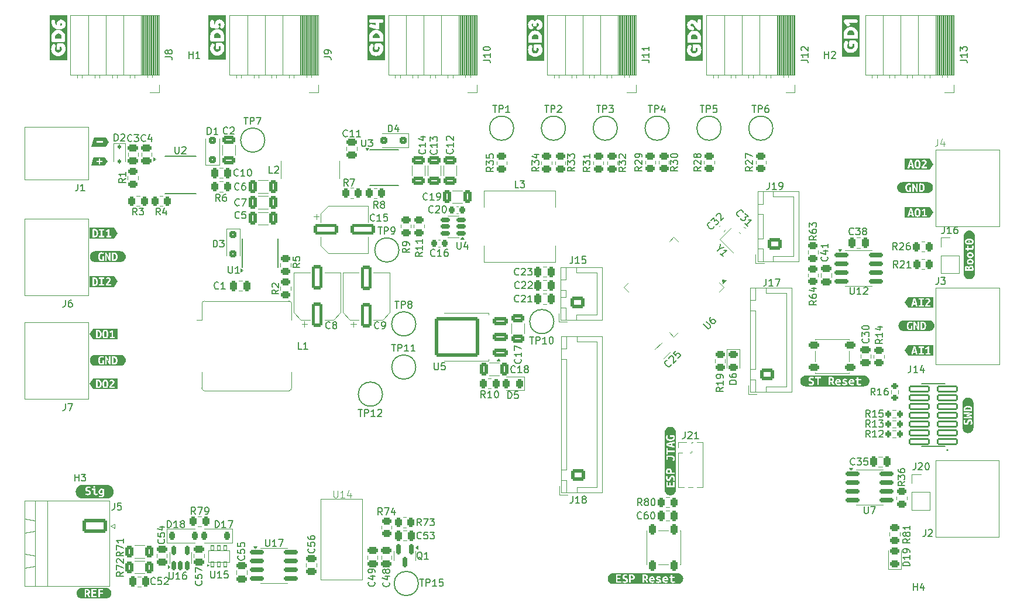
<source format=gto>
G04 #@! TF.GenerationSoftware,KiCad,Pcbnew,8.0.7*
G04 #@! TF.CreationDate,2025-01-22T18:34:57+01:00*
G04 #@! TF.ProjectId,STM32_GateSignalGenerator,53544d33-325f-4476-9174-655369676e61,rev?*
G04 #@! TF.SameCoordinates,Original*
G04 #@! TF.FileFunction,Legend,Top*
G04 #@! TF.FilePolarity,Positive*
%FSLAX46Y46*%
G04 Gerber Fmt 4.6, Leading zero omitted, Abs format (unit mm)*
G04 Created by KiCad (PCBNEW 8.0.7) date 2025-01-22 18:34:57*
%MOMM*%
%LPD*%
G01*
G04 APERTURE LIST*
G04 Aperture macros list*
%AMRoundRect*
0 Rectangle with rounded corners*
0 $1 Rounding radius*
0 $2 $3 $4 $5 $6 $7 $8 $9 X,Y pos of 4 corners*
0 Add a 4 corners polygon primitive as box body*
4,1,4,$2,$3,$4,$5,$6,$7,$8,$9,$2,$3,0*
0 Add four circle primitives for the rounded corners*
1,1,$1+$1,$2,$3*
1,1,$1+$1,$4,$5*
1,1,$1+$1,$6,$7*
1,1,$1+$1,$8,$9*
0 Add four rect primitives between the rounded corners*
20,1,$1+$1,$2,$3,$4,$5,0*
20,1,$1+$1,$4,$5,$6,$7,0*
20,1,$1+$1,$6,$7,$8,$9,0*
20,1,$1+$1,$8,$9,$2,$3,0*%
G04 Aperture macros list end*
%ADD10C,0.150000*%
%ADD11C,0.100000*%
%ADD12C,0.120000*%
%ADD13C,0.000000*%
%ADD14C,0.200000*%
%ADD15RoundRect,0.112500X-0.112500X0.187500X-0.112500X-0.187500X0.112500X-0.187500X0.112500X0.187500X0*%
%ADD16RoundRect,0.250000X0.250000X0.475000X-0.250000X0.475000X-0.250000X-0.475000X0.250000X-0.475000X0*%
%ADD17RoundRect,0.102000X-0.492146X0.035355X0.035355X-0.492146X0.492146X-0.035355X-0.035355X0.492146X0*%
%ADD18R,2.100000X2.100000*%
%ADD19C,2.100000*%
%ADD20R,1.700000X1.700000*%
%ADD21O,1.700000X1.700000*%
%ADD22C,2.800000*%
%ADD23RoundRect,0.225000X-0.225000X-0.375000X0.225000X-0.375000X0.225000X0.375000X-0.225000X0.375000X0*%
%ADD24RoundRect,0.250000X0.325000X0.650000X-0.325000X0.650000X-0.325000X-0.650000X0.325000X-0.650000X0*%
%ADD25RoundRect,0.250000X0.262500X0.450000X-0.262500X0.450000X-0.262500X-0.450000X0.262500X-0.450000X0*%
%ADD26R,8.200000X2.600000*%
%ADD27RoundRect,0.250000X0.229810X-0.689429X0.689429X-0.229810X-0.229810X0.689429X-0.689429X0.229810X0*%
%ADD28RoundRect,0.150000X-0.825000X-0.150000X0.825000X-0.150000X0.825000X0.150000X-0.825000X0.150000X0*%
%ADD29RoundRect,0.250000X0.725000X-0.600000X0.725000X0.600000X-0.725000X0.600000X-0.725000X-0.600000X0*%
%ADD30O,1.950000X1.700000*%
%ADD31RoundRect,0.250000X-0.450000X0.262500X-0.450000X-0.262500X0.450000X-0.262500X0.450000X0.262500X0*%
%ADD32RoundRect,0.225000X-0.335876X-0.017678X-0.017678X-0.335876X0.335876X0.017678X0.017678X0.335876X0*%
%ADD33RoundRect,0.250000X0.450000X-0.262500X0.450000X0.262500X-0.450000X0.262500X-0.450000X-0.262500X0*%
%ADD34RoundRect,0.250000X0.312500X0.625000X-0.312500X0.625000X-0.312500X-0.625000X0.312500X-0.625000X0*%
%ADD35RoundRect,0.250000X-0.525000X-0.250000X0.525000X-0.250000X0.525000X0.250000X-0.525000X0.250000X0*%
%ADD36RoundRect,0.200000X-0.200000X-0.275000X0.200000X-0.275000X0.200000X0.275000X-0.200000X0.275000X0*%
%ADD37RoundRect,0.250000X-0.475000X0.250000X-0.475000X-0.250000X0.475000X-0.250000X0.475000X0.250000X0*%
%ADD38R,1.550000X0.600000*%
%ADD39R,2.600000X3.100000*%
%ADD40C,3.200000*%
%ADD41RoundRect,0.250000X-0.262500X-0.450000X0.262500X-0.450000X0.262500X0.450000X-0.262500X0.450000X0*%
%ADD42RoundRect,0.250000X0.550000X-1.500000X0.550000X1.500000X-0.550000X1.500000X-0.550000X-1.500000X0*%
%ADD43RoundRect,0.225000X0.225000X0.375000X-0.225000X0.375000X-0.225000X-0.375000X0.225000X-0.375000X0*%
%ADD44RoundRect,0.250000X-0.325000X-0.650000X0.325000X-0.650000X0.325000X0.650000X-0.325000X0.650000X0*%
%ADD45RoundRect,0.250000X0.750000X-0.600000X0.750000X0.600000X-0.750000X0.600000X-0.750000X-0.600000X0*%
%ADD46O,2.000000X1.700000*%
%ADD47RoundRect,0.250000X0.475000X-0.250000X0.475000X0.250000X-0.475000X0.250000X-0.475000X-0.250000X0*%
%ADD48RoundRect,0.250000X0.650000X-0.325000X0.650000X0.325000X-0.650000X0.325000X-0.650000X-0.325000X0*%
%ADD49RoundRect,0.225000X-0.017678X0.335876X-0.335876X0.017678X0.017678X-0.335876X0.335876X-0.017678X0*%
%ADD50RoundRect,0.150000X0.150000X-0.512500X0.150000X0.512500X-0.150000X0.512500X-0.150000X-0.512500X0*%
%ADD51RoundRect,0.200000X-0.275000X0.200000X-0.275000X-0.200000X0.275000X-0.200000X0.275000X0.200000X0*%
%ADD52R,4.000000X7.000000*%
%ADD53RoundRect,0.150000X-0.150000X0.587500X-0.150000X-0.587500X0.150000X-0.587500X0.150000X0.587500X0*%
%ADD54RoundRect,0.250000X0.250000X-0.525000X0.250000X0.525000X-0.250000X0.525000X-0.250000X-0.525000X0*%
%ADD55RoundRect,0.250000X-0.300000X0.300000X-0.300000X-0.300000X0.300000X-0.300000X0.300000X0.300000X0*%
%ADD56RoundRect,0.250000X-1.500000X-0.550000X1.500000X-0.550000X1.500000X0.550000X-1.500000X0.550000X0*%
%ADD57RoundRect,0.075000X0.441942X0.548008X-0.548008X-0.441942X-0.441942X-0.548008X0.548008X0.441942X0*%
%ADD58RoundRect,0.075000X-0.441942X0.548008X-0.548008X0.441942X0.441942X-0.548008X0.548008X-0.441942X0*%
%ADD59RoundRect,0.250000X-0.250000X-0.475000X0.250000X-0.475000X0.250000X0.475000X-0.250000X0.475000X0*%
%ADD60RoundRect,0.243750X0.456250X-0.243750X0.456250X0.243750X-0.456250X0.243750X-0.456250X-0.243750X0*%
%ADD61RoundRect,0.243750X-0.456250X0.243750X-0.456250X-0.243750X0.456250X-0.243750X0.456250X0.243750X0*%
%ADD62RoundRect,0.250000X0.300000X-0.300000X0.300000X0.300000X-0.300000X0.300000X-0.300000X-0.300000X0*%
%ADD63R,3.175000X4.950000*%
%ADD64RoundRect,0.249999X-1.550001X0.790001X-1.550001X-0.790001X1.550001X-0.790001X1.550001X0.790001X0*%
%ADD65O,3.600000X2.080000*%
%ADD66R,1.200000X1.200000*%
%ADD67C,1.200000*%
%ADD68RoundRect,0.055000X-0.220000X-0.345000X0.220000X-0.345000X0.220000X0.345000X-0.220000X0.345000X0*%
%ADD69R,1.000000X1.000000*%
%ADD70O,1.000000X1.000000*%
%ADD71R,3.000000X3.000000*%
%ADD72R,1.050000X0.450000*%
%ADD73C,1.020000*%
%ADD74RoundRect,0.102000X1.395000X-0.370000X1.395000X0.370000X-1.395000X0.370000X-1.395000X-0.370000X0*%
%ADD75RoundRect,0.250000X0.300000X0.300000X-0.300000X0.300000X-0.300000X-0.300000X0.300000X-0.300000X0*%
%ADD76RoundRect,0.225000X0.225000X0.250000X-0.225000X0.250000X-0.225000X-0.250000X0.225000X-0.250000X0*%
%ADD77RoundRect,0.150000X0.512500X0.150000X-0.512500X0.150000X-0.512500X-0.150000X0.512500X-0.150000X0*%
%ADD78R,0.600000X1.550000*%
%ADD79R,3.100000X2.600000*%
%ADD80RoundRect,0.225000X-0.225000X-0.250000X0.225000X-0.250000X0.225000X0.250000X-0.225000X0.250000X0*%
%ADD81RoundRect,0.250000X0.850000X0.350000X-0.850000X0.350000X-0.850000X-0.350000X0.850000X-0.350000X0*%
%ADD82RoundRect,0.249997X2.950003X2.650003X-2.950003X2.650003X-2.950003X-2.650003X2.950003X-2.650003X0*%
%ADD83RoundRect,0.243750X0.243750X0.456250X-0.243750X0.456250X-0.243750X-0.456250X0.243750X-0.456250X0*%
G04 APERTURE END LIST*
D10*
X90603278Y-81332863D02*
X90603278Y-80332863D01*
X90603278Y-80332863D02*
X90841373Y-80332863D01*
X90841373Y-80332863D02*
X90984230Y-80380482D01*
X90984230Y-80380482D02*
X91079468Y-80475720D01*
X91079468Y-80475720D02*
X91127087Y-80570958D01*
X91127087Y-80570958D02*
X91174706Y-80761434D01*
X91174706Y-80761434D02*
X91174706Y-80904291D01*
X91174706Y-80904291D02*
X91127087Y-81094767D01*
X91127087Y-81094767D02*
X91079468Y-81190005D01*
X91079468Y-81190005D02*
X90984230Y-81285244D01*
X90984230Y-81285244D02*
X90841373Y-81332863D01*
X90841373Y-81332863D02*
X90603278Y-81332863D01*
X91555659Y-80428101D02*
X91603278Y-80380482D01*
X91603278Y-80380482D02*
X91698516Y-80332863D01*
X91698516Y-80332863D02*
X91936611Y-80332863D01*
X91936611Y-80332863D02*
X92031849Y-80380482D01*
X92031849Y-80380482D02*
X92079468Y-80428101D01*
X92079468Y-80428101D02*
X92127087Y-80523339D01*
X92127087Y-80523339D02*
X92127087Y-80618577D01*
X92127087Y-80618577D02*
X92079468Y-80761434D01*
X92079468Y-80761434D02*
X91508040Y-81332863D01*
X91508040Y-81332863D02*
X92127087Y-81332863D01*
X197732142Y-128139580D02*
X197684523Y-128187200D01*
X197684523Y-128187200D02*
X197541666Y-128234819D01*
X197541666Y-128234819D02*
X197446428Y-128234819D01*
X197446428Y-128234819D02*
X197303571Y-128187200D01*
X197303571Y-128187200D02*
X197208333Y-128091961D01*
X197208333Y-128091961D02*
X197160714Y-127996723D01*
X197160714Y-127996723D02*
X197113095Y-127806247D01*
X197113095Y-127806247D02*
X197113095Y-127663390D01*
X197113095Y-127663390D02*
X197160714Y-127472914D01*
X197160714Y-127472914D02*
X197208333Y-127377676D01*
X197208333Y-127377676D02*
X197303571Y-127282438D01*
X197303571Y-127282438D02*
X197446428Y-127234819D01*
X197446428Y-127234819D02*
X197541666Y-127234819D01*
X197541666Y-127234819D02*
X197684523Y-127282438D01*
X197684523Y-127282438D02*
X197732142Y-127330057D01*
X198065476Y-127234819D02*
X198684523Y-127234819D01*
X198684523Y-127234819D02*
X198351190Y-127615771D01*
X198351190Y-127615771D02*
X198494047Y-127615771D01*
X198494047Y-127615771D02*
X198589285Y-127663390D01*
X198589285Y-127663390D02*
X198636904Y-127711009D01*
X198636904Y-127711009D02*
X198684523Y-127806247D01*
X198684523Y-127806247D02*
X198684523Y-128044342D01*
X198684523Y-128044342D02*
X198636904Y-128139580D01*
X198636904Y-128139580D02*
X198589285Y-128187200D01*
X198589285Y-128187200D02*
X198494047Y-128234819D01*
X198494047Y-128234819D02*
X198208333Y-128234819D01*
X198208333Y-128234819D02*
X198113095Y-128187200D01*
X198113095Y-128187200D02*
X198065476Y-128139580D01*
X199589285Y-127234819D02*
X199113095Y-127234819D01*
X199113095Y-127234819D02*
X199065476Y-127711009D01*
X199065476Y-127711009D02*
X199113095Y-127663390D01*
X199113095Y-127663390D02*
X199208333Y-127615771D01*
X199208333Y-127615771D02*
X199446428Y-127615771D01*
X199446428Y-127615771D02*
X199541666Y-127663390D01*
X199541666Y-127663390D02*
X199589285Y-127711009D01*
X199589285Y-127711009D02*
X199636904Y-127806247D01*
X199636904Y-127806247D02*
X199636904Y-128044342D01*
X199636904Y-128044342D02*
X199589285Y-128139580D01*
X199589285Y-128139580D02*
X199541666Y-128187200D01*
X199541666Y-128187200D02*
X199446428Y-128234819D01*
X199446428Y-128234819D02*
X199208333Y-128234819D01*
X199208333Y-128234819D02*
X199113095Y-128187200D01*
X199113095Y-128187200D02*
X199065476Y-128139580D01*
X178183394Y-96888170D02*
X177846676Y-97224888D01*
X178318081Y-96282079D02*
X178183394Y-96888170D01*
X178183394Y-96888170D02*
X178789485Y-96753483D01*
X178688470Y-98066681D02*
X178284409Y-97662620D01*
X178486440Y-97864651D02*
X179193546Y-97157544D01*
X179193546Y-97157544D02*
X179025188Y-97191216D01*
X179025188Y-97191216D02*
X178890501Y-97191216D01*
X178890501Y-97191216D02*
X178789485Y-97157544D01*
X83519166Y-119362319D02*
X83519166Y-120076604D01*
X83519166Y-120076604D02*
X83471547Y-120219461D01*
X83471547Y-120219461D02*
X83376309Y-120314700D01*
X83376309Y-120314700D02*
X83233452Y-120362319D01*
X83233452Y-120362319D02*
X83138214Y-120362319D01*
X83900119Y-119362319D02*
X84566785Y-119362319D01*
X84566785Y-119362319D02*
X84138214Y-120362319D01*
X166974819Y-69644523D02*
X167689104Y-69644523D01*
X167689104Y-69644523D02*
X167831961Y-69692142D01*
X167831961Y-69692142D02*
X167927200Y-69787380D01*
X167927200Y-69787380D02*
X167974819Y-69930237D01*
X167974819Y-69930237D02*
X167974819Y-70025475D01*
X167974819Y-68644523D02*
X167974819Y-69215951D01*
X167974819Y-68930237D02*
X166974819Y-68930237D01*
X166974819Y-68930237D02*
X167117676Y-69025475D01*
X167117676Y-69025475D02*
X167212914Y-69120713D01*
X167212914Y-69120713D02*
X167260533Y-69215951D01*
X167974819Y-67692142D02*
X167974819Y-68263570D01*
X167974819Y-67977856D02*
X166974819Y-67977856D01*
X166974819Y-67977856D02*
X167117676Y-68073094D01*
X167117676Y-68073094D02*
X167212914Y-68168332D01*
X167212914Y-68168332D02*
X167260533Y-68263570D01*
X175380595Y-76202319D02*
X175952023Y-76202319D01*
X175666309Y-77202319D02*
X175666309Y-76202319D01*
X176285357Y-77202319D02*
X176285357Y-76202319D01*
X176285357Y-76202319D02*
X176666309Y-76202319D01*
X176666309Y-76202319D02*
X176761547Y-76249938D01*
X176761547Y-76249938D02*
X176809166Y-76297557D01*
X176809166Y-76297557D02*
X176856785Y-76392795D01*
X176856785Y-76392795D02*
X176856785Y-76535652D01*
X176856785Y-76535652D02*
X176809166Y-76630890D01*
X176809166Y-76630890D02*
X176761547Y-76678509D01*
X176761547Y-76678509D02*
X176666309Y-76726128D01*
X176666309Y-76726128D02*
X176285357Y-76726128D01*
X177761547Y-76202319D02*
X177285357Y-76202319D01*
X177285357Y-76202319D02*
X177237738Y-76678509D01*
X177237738Y-76678509D02*
X177285357Y-76630890D01*
X177285357Y-76630890D02*
X177380595Y-76583271D01*
X177380595Y-76583271D02*
X177618690Y-76583271D01*
X177618690Y-76583271D02*
X177713928Y-76630890D01*
X177713928Y-76630890D02*
X177761547Y-76678509D01*
X177761547Y-76678509D02*
X177809166Y-76773747D01*
X177809166Y-76773747D02*
X177809166Y-77011842D01*
X177809166Y-77011842D02*
X177761547Y-77107080D01*
X177761547Y-77107080D02*
X177713928Y-77154700D01*
X177713928Y-77154700D02*
X177618690Y-77202319D01*
X177618690Y-77202319D02*
X177380595Y-77202319D01*
X177380595Y-77202319D02*
X177285357Y-77154700D01*
X177285357Y-77154700D02*
X177237738Y-77107080D01*
X83519166Y-104372319D02*
X83519166Y-105086604D01*
X83519166Y-105086604D02*
X83471547Y-105229461D01*
X83471547Y-105229461D02*
X83376309Y-105324700D01*
X83376309Y-105324700D02*
X83233452Y-105372319D01*
X83233452Y-105372319D02*
X83138214Y-105372319D01*
X84423928Y-104372319D02*
X84233452Y-104372319D01*
X84233452Y-104372319D02*
X84138214Y-104419938D01*
X84138214Y-104419938D02*
X84090595Y-104467557D01*
X84090595Y-104467557D02*
X83995357Y-104610414D01*
X83995357Y-104610414D02*
X83947738Y-104800890D01*
X83947738Y-104800890D02*
X83947738Y-105181842D01*
X83947738Y-105181842D02*
X83995357Y-105277080D01*
X83995357Y-105277080D02*
X84042976Y-105324700D01*
X84042976Y-105324700D02*
X84138214Y-105372319D01*
X84138214Y-105372319D02*
X84328690Y-105372319D01*
X84328690Y-105372319D02*
X84423928Y-105324700D01*
X84423928Y-105324700D02*
X84471547Y-105277080D01*
X84471547Y-105277080D02*
X84519166Y-105181842D01*
X84519166Y-105181842D02*
X84519166Y-104943747D01*
X84519166Y-104943747D02*
X84471547Y-104848509D01*
X84471547Y-104848509D02*
X84423928Y-104800890D01*
X84423928Y-104800890D02*
X84328690Y-104753271D01*
X84328690Y-104753271D02*
X84138214Y-104753271D01*
X84138214Y-104753271D02*
X84042976Y-104800890D01*
X84042976Y-104800890D02*
X83995357Y-104848509D01*
X83995357Y-104848509D02*
X83947738Y-104943747D01*
X98276065Y-137307319D02*
X98276065Y-136307319D01*
X98276065Y-136307319D02*
X98514160Y-136307319D01*
X98514160Y-136307319D02*
X98657017Y-136354938D01*
X98657017Y-136354938D02*
X98752255Y-136450176D01*
X98752255Y-136450176D02*
X98799874Y-136545414D01*
X98799874Y-136545414D02*
X98847493Y-136735890D01*
X98847493Y-136735890D02*
X98847493Y-136878747D01*
X98847493Y-136878747D02*
X98799874Y-137069223D01*
X98799874Y-137069223D02*
X98752255Y-137164461D01*
X98752255Y-137164461D02*
X98657017Y-137259700D01*
X98657017Y-137259700D02*
X98514160Y-137307319D01*
X98514160Y-137307319D02*
X98276065Y-137307319D01*
X99799874Y-137307319D02*
X99228446Y-137307319D01*
X99514160Y-137307319D02*
X99514160Y-136307319D01*
X99514160Y-136307319D02*
X99418922Y-136450176D01*
X99418922Y-136450176D02*
X99323684Y-136545414D01*
X99323684Y-136545414D02*
X99228446Y-136593033D01*
X100371303Y-136735890D02*
X100276065Y-136688271D01*
X100276065Y-136688271D02*
X100228446Y-136640652D01*
X100228446Y-136640652D02*
X100180827Y-136545414D01*
X100180827Y-136545414D02*
X100180827Y-136497795D01*
X100180827Y-136497795D02*
X100228446Y-136402557D01*
X100228446Y-136402557D02*
X100276065Y-136354938D01*
X100276065Y-136354938D02*
X100371303Y-136307319D01*
X100371303Y-136307319D02*
X100561779Y-136307319D01*
X100561779Y-136307319D02*
X100657017Y-136354938D01*
X100657017Y-136354938D02*
X100704636Y-136402557D01*
X100704636Y-136402557D02*
X100752255Y-136497795D01*
X100752255Y-136497795D02*
X100752255Y-136545414D01*
X100752255Y-136545414D02*
X100704636Y-136640652D01*
X100704636Y-136640652D02*
X100657017Y-136688271D01*
X100657017Y-136688271D02*
X100561779Y-136735890D01*
X100561779Y-136735890D02*
X100371303Y-136735890D01*
X100371303Y-136735890D02*
X100276065Y-136783509D01*
X100276065Y-136783509D02*
X100228446Y-136831128D01*
X100228446Y-136831128D02*
X100180827Y-136926366D01*
X100180827Y-136926366D02*
X100180827Y-137116842D01*
X100180827Y-137116842D02*
X100228446Y-137212080D01*
X100228446Y-137212080D02*
X100276065Y-137259700D01*
X100276065Y-137259700D02*
X100371303Y-137307319D01*
X100371303Y-137307319D02*
X100561779Y-137307319D01*
X100561779Y-137307319D02*
X100657017Y-137259700D01*
X100657017Y-137259700D02*
X100704636Y-137212080D01*
X100704636Y-137212080D02*
X100752255Y-137116842D01*
X100752255Y-137116842D02*
X100752255Y-136926366D01*
X100752255Y-136926366D02*
X100704636Y-136831128D01*
X100704636Y-136831128D02*
X100657017Y-136783509D01*
X100657017Y-136783509D02*
X100561779Y-136735890D01*
X109371159Y-77927319D02*
X109942587Y-77927319D01*
X109656873Y-78927319D02*
X109656873Y-77927319D01*
X110275921Y-78927319D02*
X110275921Y-77927319D01*
X110275921Y-77927319D02*
X110656873Y-77927319D01*
X110656873Y-77927319D02*
X110752111Y-77974938D01*
X110752111Y-77974938D02*
X110799730Y-78022557D01*
X110799730Y-78022557D02*
X110847349Y-78117795D01*
X110847349Y-78117795D02*
X110847349Y-78260652D01*
X110847349Y-78260652D02*
X110799730Y-78355890D01*
X110799730Y-78355890D02*
X110752111Y-78403509D01*
X110752111Y-78403509D02*
X110656873Y-78451128D01*
X110656873Y-78451128D02*
X110275921Y-78451128D01*
X111180683Y-77927319D02*
X111847349Y-77927319D01*
X111847349Y-77927319D02*
X111418778Y-78927319D01*
X128771159Y-93827319D02*
X129342587Y-93827319D01*
X129056873Y-94827319D02*
X129056873Y-93827319D01*
X129675921Y-94827319D02*
X129675921Y-93827319D01*
X129675921Y-93827319D02*
X130056873Y-93827319D01*
X130056873Y-93827319D02*
X130152111Y-93874938D01*
X130152111Y-93874938D02*
X130199730Y-93922557D01*
X130199730Y-93922557D02*
X130247349Y-94017795D01*
X130247349Y-94017795D02*
X130247349Y-94160652D01*
X130247349Y-94160652D02*
X130199730Y-94255890D01*
X130199730Y-94255890D02*
X130152111Y-94303509D01*
X130152111Y-94303509D02*
X130056873Y-94351128D01*
X130056873Y-94351128D02*
X129675921Y-94351128D01*
X130723540Y-94827319D02*
X130914016Y-94827319D01*
X130914016Y-94827319D02*
X131009254Y-94779700D01*
X131009254Y-94779700D02*
X131056873Y-94732080D01*
X131056873Y-94732080D02*
X131152111Y-94589223D01*
X131152111Y-94589223D02*
X131199730Y-94398747D01*
X131199730Y-94398747D02*
X131199730Y-94017795D01*
X131199730Y-94017795D02*
X131152111Y-93922557D01*
X131152111Y-93922557D02*
X131104492Y-93874938D01*
X131104492Y-93874938D02*
X131009254Y-93827319D01*
X131009254Y-93827319D02*
X130818778Y-93827319D01*
X130818778Y-93827319D02*
X130723540Y-93874938D01*
X130723540Y-93874938D02*
X130675921Y-93922557D01*
X130675921Y-93922557D02*
X130628302Y-94017795D01*
X130628302Y-94017795D02*
X130628302Y-94255890D01*
X130628302Y-94255890D02*
X130675921Y-94351128D01*
X130675921Y-94351128D02*
X130723540Y-94398747D01*
X130723540Y-94398747D02*
X130818778Y-94446366D01*
X130818778Y-94446366D02*
X131009254Y-94446366D01*
X131009254Y-94446366D02*
X131104492Y-94398747D01*
X131104492Y-94398747D02*
X131152111Y-94351128D01*
X131152111Y-94351128D02*
X131199730Y-94255890D01*
X148610206Y-114802080D02*
X148562587Y-114849700D01*
X148562587Y-114849700D02*
X148419730Y-114897319D01*
X148419730Y-114897319D02*
X148324492Y-114897319D01*
X148324492Y-114897319D02*
X148181635Y-114849700D01*
X148181635Y-114849700D02*
X148086397Y-114754461D01*
X148086397Y-114754461D02*
X148038778Y-114659223D01*
X148038778Y-114659223D02*
X147991159Y-114468747D01*
X147991159Y-114468747D02*
X147991159Y-114325890D01*
X147991159Y-114325890D02*
X148038778Y-114135414D01*
X148038778Y-114135414D02*
X148086397Y-114040176D01*
X148086397Y-114040176D02*
X148181635Y-113944938D01*
X148181635Y-113944938D02*
X148324492Y-113897319D01*
X148324492Y-113897319D02*
X148419730Y-113897319D01*
X148419730Y-113897319D02*
X148562587Y-113944938D01*
X148562587Y-113944938D02*
X148610206Y-113992557D01*
X149562587Y-114897319D02*
X148991159Y-114897319D01*
X149276873Y-114897319D02*
X149276873Y-113897319D01*
X149276873Y-113897319D02*
X149181635Y-114040176D01*
X149181635Y-114040176D02*
X149086397Y-114135414D01*
X149086397Y-114135414D02*
X148991159Y-114183033D01*
X150134016Y-114325890D02*
X150038778Y-114278271D01*
X150038778Y-114278271D02*
X149991159Y-114230652D01*
X149991159Y-114230652D02*
X149943540Y-114135414D01*
X149943540Y-114135414D02*
X149943540Y-114087795D01*
X149943540Y-114087795D02*
X149991159Y-113992557D01*
X149991159Y-113992557D02*
X150038778Y-113944938D01*
X150038778Y-113944938D02*
X150134016Y-113897319D01*
X150134016Y-113897319D02*
X150324492Y-113897319D01*
X150324492Y-113897319D02*
X150419730Y-113944938D01*
X150419730Y-113944938D02*
X150467349Y-113992557D01*
X150467349Y-113992557D02*
X150514968Y-114087795D01*
X150514968Y-114087795D02*
X150514968Y-114135414D01*
X150514968Y-114135414D02*
X150467349Y-114230652D01*
X150467349Y-114230652D02*
X150419730Y-114278271D01*
X150419730Y-114278271D02*
X150324492Y-114325890D01*
X150324492Y-114325890D02*
X150134016Y-114325890D01*
X150134016Y-114325890D02*
X150038778Y-114373509D01*
X150038778Y-114373509D02*
X149991159Y-114421128D01*
X149991159Y-114421128D02*
X149943540Y-114516366D01*
X149943540Y-114516366D02*
X149943540Y-114706842D01*
X149943540Y-114706842D02*
X149991159Y-114802080D01*
X149991159Y-114802080D02*
X150038778Y-114849700D01*
X150038778Y-114849700D02*
X150134016Y-114897319D01*
X150134016Y-114897319D02*
X150324492Y-114897319D01*
X150324492Y-114897319D02*
X150419730Y-114849700D01*
X150419730Y-114849700D02*
X150467349Y-114802080D01*
X150467349Y-114802080D02*
X150514968Y-114706842D01*
X150514968Y-114706842D02*
X150514968Y-114516366D01*
X150514968Y-114516366D02*
X150467349Y-114421128D01*
X150467349Y-114421128D02*
X150419730Y-114373509D01*
X150419730Y-114373509D02*
X150324492Y-114325890D01*
X203857142Y-97087319D02*
X203523809Y-96611128D01*
X203285714Y-97087319D02*
X203285714Y-96087319D01*
X203285714Y-96087319D02*
X203666666Y-96087319D01*
X203666666Y-96087319D02*
X203761904Y-96134938D01*
X203761904Y-96134938D02*
X203809523Y-96182557D01*
X203809523Y-96182557D02*
X203857142Y-96277795D01*
X203857142Y-96277795D02*
X203857142Y-96420652D01*
X203857142Y-96420652D02*
X203809523Y-96515890D01*
X203809523Y-96515890D02*
X203761904Y-96563509D01*
X203761904Y-96563509D02*
X203666666Y-96611128D01*
X203666666Y-96611128D02*
X203285714Y-96611128D01*
X204238095Y-96182557D02*
X204285714Y-96134938D01*
X204285714Y-96134938D02*
X204380952Y-96087319D01*
X204380952Y-96087319D02*
X204619047Y-96087319D01*
X204619047Y-96087319D02*
X204714285Y-96134938D01*
X204714285Y-96134938D02*
X204761904Y-96182557D01*
X204761904Y-96182557D02*
X204809523Y-96277795D01*
X204809523Y-96277795D02*
X204809523Y-96373033D01*
X204809523Y-96373033D02*
X204761904Y-96515890D01*
X204761904Y-96515890D02*
X204190476Y-97087319D01*
X204190476Y-97087319D02*
X204809523Y-97087319D01*
X205666666Y-96087319D02*
X205476190Y-96087319D01*
X205476190Y-96087319D02*
X205380952Y-96134938D01*
X205380952Y-96134938D02*
X205333333Y-96182557D01*
X205333333Y-96182557D02*
X205238095Y-96325414D01*
X205238095Y-96325414D02*
X205190476Y-96515890D01*
X205190476Y-96515890D02*
X205190476Y-96896842D01*
X205190476Y-96896842D02*
X205238095Y-96992080D01*
X205238095Y-96992080D02*
X205285714Y-97039700D01*
X205285714Y-97039700D02*
X205380952Y-97087319D01*
X205380952Y-97087319D02*
X205571428Y-97087319D01*
X205571428Y-97087319D02*
X205666666Y-97039700D01*
X205666666Y-97039700D02*
X205714285Y-96992080D01*
X205714285Y-96992080D02*
X205761904Y-96896842D01*
X205761904Y-96896842D02*
X205761904Y-96658747D01*
X205761904Y-96658747D02*
X205714285Y-96563509D01*
X205714285Y-96563509D02*
X205666666Y-96515890D01*
X205666666Y-96515890D02*
X205571428Y-96468271D01*
X205571428Y-96468271D02*
X205380952Y-96468271D01*
X205380952Y-96468271D02*
X205285714Y-96515890D01*
X205285714Y-96515890D02*
X205238095Y-96563509D01*
X205238095Y-96563509D02*
X205190476Y-96658747D01*
X113526397Y-85982319D02*
X113050207Y-85982319D01*
X113050207Y-85982319D02*
X113050207Y-84982319D01*
X113812112Y-85077557D02*
X113859731Y-85029938D01*
X113859731Y-85029938D02*
X113954969Y-84982319D01*
X113954969Y-84982319D02*
X114193064Y-84982319D01*
X114193064Y-84982319D02*
X114288302Y-85029938D01*
X114288302Y-85029938D02*
X114335921Y-85077557D01*
X114335921Y-85077557D02*
X114383540Y-85172795D01*
X114383540Y-85172795D02*
X114383540Y-85268033D01*
X114383540Y-85268033D02*
X114335921Y-85410890D01*
X114335921Y-85410890D02*
X113764493Y-85982319D01*
X113764493Y-85982319D02*
X114383540Y-85982319D01*
X171175876Y-113665959D02*
X171175876Y-113733303D01*
X171175876Y-113733303D02*
X171108532Y-113867990D01*
X171108532Y-113867990D02*
X171041189Y-113935333D01*
X171041189Y-113935333D02*
X170906502Y-114002677D01*
X170906502Y-114002677D02*
X170771815Y-114002677D01*
X170771815Y-114002677D02*
X170670800Y-113969005D01*
X170670800Y-113969005D02*
X170502441Y-113867990D01*
X170502441Y-113867990D02*
X170401426Y-113766975D01*
X170401426Y-113766975D02*
X170300410Y-113598616D01*
X170300410Y-113598616D02*
X170266739Y-113497601D01*
X170266739Y-113497601D02*
X170266739Y-113362914D01*
X170266739Y-113362914D02*
X170334082Y-113228227D01*
X170334082Y-113228227D02*
X170401426Y-113160883D01*
X170401426Y-113160883D02*
X170536113Y-113093540D01*
X170536113Y-113093540D02*
X170603456Y-113093540D01*
X170872830Y-112824166D02*
X170872830Y-112756822D01*
X170872830Y-112756822D02*
X170906502Y-112655807D01*
X170906502Y-112655807D02*
X171074861Y-112487448D01*
X171074861Y-112487448D02*
X171175876Y-112453776D01*
X171175876Y-112453776D02*
X171243219Y-112453776D01*
X171243219Y-112453776D02*
X171344235Y-112487448D01*
X171344235Y-112487448D02*
X171411578Y-112554792D01*
X171411578Y-112554792D02*
X171478922Y-112689479D01*
X171478922Y-112689479D02*
X171478922Y-113497601D01*
X171478922Y-113497601D02*
X171916654Y-113059868D01*
X171849311Y-111712998D02*
X171512593Y-112049715D01*
X171512593Y-112049715D02*
X171815639Y-112420104D01*
X171815639Y-112420104D02*
X171815639Y-112352761D01*
X171815639Y-112352761D02*
X171849311Y-112251746D01*
X171849311Y-112251746D02*
X172017670Y-112083387D01*
X172017670Y-112083387D02*
X172118685Y-112049715D01*
X172118685Y-112049715D02*
X172186029Y-112049715D01*
X172186029Y-112049715D02*
X172287044Y-112083387D01*
X172287044Y-112083387D02*
X172455403Y-112251746D01*
X172455403Y-112251746D02*
X172489074Y-112352761D01*
X172489074Y-112352761D02*
X172489074Y-112420104D01*
X172489074Y-112420104D02*
X172455403Y-112521120D01*
X172455403Y-112521120D02*
X172287044Y-112689478D01*
X172287044Y-112689478D02*
X172186029Y-112723150D01*
X172186029Y-112723150D02*
X172118685Y-112723150D01*
X197074405Y-102527319D02*
X197074405Y-103336842D01*
X197074405Y-103336842D02*
X197122024Y-103432080D01*
X197122024Y-103432080D02*
X197169643Y-103479700D01*
X197169643Y-103479700D02*
X197264881Y-103527319D01*
X197264881Y-103527319D02*
X197455357Y-103527319D01*
X197455357Y-103527319D02*
X197550595Y-103479700D01*
X197550595Y-103479700D02*
X197598214Y-103432080D01*
X197598214Y-103432080D02*
X197645833Y-103336842D01*
X197645833Y-103336842D02*
X197645833Y-102527319D01*
X198645833Y-103527319D02*
X198074405Y-103527319D01*
X198360119Y-103527319D02*
X198360119Y-102527319D01*
X198360119Y-102527319D02*
X198264881Y-102670176D01*
X198264881Y-102670176D02*
X198169643Y-102765414D01*
X198169643Y-102765414D02*
X198074405Y-102813033D01*
X199026786Y-102622557D02*
X199074405Y-102574938D01*
X199074405Y-102574938D02*
X199169643Y-102527319D01*
X199169643Y-102527319D02*
X199407738Y-102527319D01*
X199407738Y-102527319D02*
X199502976Y-102574938D01*
X199502976Y-102574938D02*
X199550595Y-102622557D01*
X199550595Y-102622557D02*
X199598214Y-102717795D01*
X199598214Y-102717795D02*
X199598214Y-102813033D01*
X199598214Y-102813033D02*
X199550595Y-102955890D01*
X199550595Y-102955890D02*
X198979167Y-103527319D01*
X198979167Y-103527319D02*
X199598214Y-103527319D01*
X152880595Y-76202319D02*
X153452023Y-76202319D01*
X153166309Y-77202319D02*
X153166309Y-76202319D01*
X153785357Y-77202319D02*
X153785357Y-76202319D01*
X153785357Y-76202319D02*
X154166309Y-76202319D01*
X154166309Y-76202319D02*
X154261547Y-76249938D01*
X154261547Y-76249938D02*
X154309166Y-76297557D01*
X154309166Y-76297557D02*
X154356785Y-76392795D01*
X154356785Y-76392795D02*
X154356785Y-76535652D01*
X154356785Y-76535652D02*
X154309166Y-76630890D01*
X154309166Y-76630890D02*
X154261547Y-76678509D01*
X154261547Y-76678509D02*
X154166309Y-76726128D01*
X154166309Y-76726128D02*
X153785357Y-76726128D01*
X154737738Y-76297557D02*
X154785357Y-76249938D01*
X154785357Y-76249938D02*
X154880595Y-76202319D01*
X154880595Y-76202319D02*
X155118690Y-76202319D01*
X155118690Y-76202319D02*
X155213928Y-76249938D01*
X155213928Y-76249938D02*
X155261547Y-76297557D01*
X155261547Y-76297557D02*
X155309166Y-76392795D01*
X155309166Y-76392795D02*
X155309166Y-76488033D01*
X155309166Y-76488033D02*
X155261547Y-76630890D01*
X155261547Y-76630890D02*
X154690119Y-77202319D01*
X154690119Y-77202319D02*
X155309166Y-77202319D01*
X184900476Y-101319819D02*
X184900476Y-102034104D01*
X184900476Y-102034104D02*
X184852857Y-102176961D01*
X184852857Y-102176961D02*
X184757619Y-102272200D01*
X184757619Y-102272200D02*
X184614762Y-102319819D01*
X184614762Y-102319819D02*
X184519524Y-102319819D01*
X185900476Y-102319819D02*
X185329048Y-102319819D01*
X185614762Y-102319819D02*
X185614762Y-101319819D01*
X185614762Y-101319819D02*
X185519524Y-101462676D01*
X185519524Y-101462676D02*
X185424286Y-101557914D01*
X185424286Y-101557914D02*
X185329048Y-101605533D01*
X186233810Y-101319819D02*
X186900476Y-101319819D01*
X186900476Y-101319819D02*
X186471905Y-102319819D01*
X92243446Y-86801122D02*
X91767255Y-87134455D01*
X92243446Y-87372550D02*
X91243446Y-87372550D01*
X91243446Y-87372550D02*
X91243446Y-86991598D01*
X91243446Y-86991598D02*
X91291065Y-86896360D01*
X91291065Y-86896360D02*
X91338684Y-86848741D01*
X91338684Y-86848741D02*
X91433922Y-86801122D01*
X91433922Y-86801122D02*
X91576779Y-86801122D01*
X91576779Y-86801122D02*
X91672017Y-86848741D01*
X91672017Y-86848741D02*
X91719636Y-86896360D01*
X91719636Y-86896360D02*
X91767255Y-86991598D01*
X91767255Y-86991598D02*
X91767255Y-87372550D01*
X92243446Y-85848741D02*
X92243446Y-86420169D01*
X92243446Y-86134455D02*
X91243446Y-86134455D01*
X91243446Y-86134455D02*
X91386303Y-86229693D01*
X91386303Y-86229693D02*
X91481541Y-86324931D01*
X91481541Y-86324931D02*
X91529160Y-86420169D01*
X181001169Y-92254693D02*
X180933825Y-92254693D01*
X180933825Y-92254693D02*
X180799138Y-92187349D01*
X180799138Y-92187349D02*
X180731795Y-92120006D01*
X180731795Y-92120006D02*
X180664451Y-91985319D01*
X180664451Y-91985319D02*
X180664451Y-91850632D01*
X180664451Y-91850632D02*
X180698123Y-91749617D01*
X180698123Y-91749617D02*
X180799138Y-91581258D01*
X180799138Y-91581258D02*
X180900153Y-91480243D01*
X180900153Y-91480243D02*
X181068512Y-91379227D01*
X181068512Y-91379227D02*
X181169527Y-91345556D01*
X181169527Y-91345556D02*
X181304214Y-91345556D01*
X181304214Y-91345556D02*
X181438901Y-91412899D01*
X181438901Y-91412899D02*
X181506245Y-91480243D01*
X181506245Y-91480243D02*
X181573588Y-91614930D01*
X181573588Y-91614930D02*
X181573588Y-91682273D01*
X181876634Y-91850632D02*
X182314367Y-92288365D01*
X182314367Y-92288365D02*
X181809291Y-92322036D01*
X181809291Y-92322036D02*
X181910306Y-92423052D01*
X181910306Y-92423052D02*
X181943978Y-92524067D01*
X181943978Y-92524067D02*
X181943978Y-92591410D01*
X181943978Y-92591410D02*
X181910306Y-92692426D01*
X181910306Y-92692426D02*
X181741947Y-92860784D01*
X181741947Y-92860784D02*
X181640932Y-92894456D01*
X181640932Y-92894456D02*
X181573588Y-92894456D01*
X181573588Y-92894456D02*
X181472573Y-92860784D01*
X181472573Y-92860784D02*
X181270543Y-92658754D01*
X181270543Y-92658754D02*
X181236871Y-92557739D01*
X181236871Y-92557739D02*
X181236871Y-92490395D01*
X182280695Y-93668907D02*
X181876634Y-93264846D01*
X182078665Y-93466876D02*
X182785772Y-92759769D01*
X182785772Y-92759769D02*
X182617413Y-92793441D01*
X182617413Y-92793441D02*
X182482726Y-92793441D01*
X182482726Y-92793441D02*
X182381711Y-92759769D01*
X201759819Y-110052857D02*
X201283628Y-110386190D01*
X201759819Y-110624285D02*
X200759819Y-110624285D01*
X200759819Y-110624285D02*
X200759819Y-110243333D01*
X200759819Y-110243333D02*
X200807438Y-110148095D01*
X200807438Y-110148095D02*
X200855057Y-110100476D01*
X200855057Y-110100476D02*
X200950295Y-110052857D01*
X200950295Y-110052857D02*
X201093152Y-110052857D01*
X201093152Y-110052857D02*
X201188390Y-110100476D01*
X201188390Y-110100476D02*
X201236009Y-110148095D01*
X201236009Y-110148095D02*
X201283628Y-110243333D01*
X201283628Y-110243333D02*
X201283628Y-110624285D01*
X201759819Y-109100476D02*
X201759819Y-109671904D01*
X201759819Y-109386190D02*
X200759819Y-109386190D01*
X200759819Y-109386190D02*
X200902676Y-109481428D01*
X200902676Y-109481428D02*
X200997914Y-109576666D01*
X200997914Y-109576666D02*
X201045533Y-109671904D01*
X201093152Y-108243333D02*
X201759819Y-108243333D01*
X200712200Y-108481428D02*
X201426485Y-108719523D01*
X201426485Y-108719523D02*
X201426485Y-108100476D01*
X91909819Y-140832857D02*
X91433628Y-141166190D01*
X91909819Y-141404285D02*
X90909819Y-141404285D01*
X90909819Y-141404285D02*
X90909819Y-141023333D01*
X90909819Y-141023333D02*
X90957438Y-140928095D01*
X90957438Y-140928095D02*
X91005057Y-140880476D01*
X91005057Y-140880476D02*
X91100295Y-140832857D01*
X91100295Y-140832857D02*
X91243152Y-140832857D01*
X91243152Y-140832857D02*
X91338390Y-140880476D01*
X91338390Y-140880476D02*
X91386009Y-140928095D01*
X91386009Y-140928095D02*
X91433628Y-141023333D01*
X91433628Y-141023333D02*
X91433628Y-141404285D01*
X90909819Y-140499523D02*
X90909819Y-139832857D01*
X90909819Y-139832857D02*
X91909819Y-140261428D01*
X91909819Y-138928095D02*
X91909819Y-139499523D01*
X91909819Y-139213809D02*
X90909819Y-139213809D01*
X90909819Y-139213809D02*
X91052676Y-139309047D01*
X91052676Y-139309047D02*
X91147914Y-139404285D01*
X91147914Y-139404285D02*
X91195533Y-139499523D01*
X199934642Y-121292319D02*
X199601309Y-120816128D01*
X199363214Y-121292319D02*
X199363214Y-120292319D01*
X199363214Y-120292319D02*
X199744166Y-120292319D01*
X199744166Y-120292319D02*
X199839404Y-120339938D01*
X199839404Y-120339938D02*
X199887023Y-120387557D01*
X199887023Y-120387557D02*
X199934642Y-120482795D01*
X199934642Y-120482795D02*
X199934642Y-120625652D01*
X199934642Y-120625652D02*
X199887023Y-120720890D01*
X199887023Y-120720890D02*
X199839404Y-120768509D01*
X199839404Y-120768509D02*
X199744166Y-120816128D01*
X199744166Y-120816128D02*
X199363214Y-120816128D01*
X200887023Y-121292319D02*
X200315595Y-121292319D01*
X200601309Y-121292319D02*
X200601309Y-120292319D01*
X200601309Y-120292319D02*
X200506071Y-120435176D01*
X200506071Y-120435176D02*
X200410833Y-120530414D01*
X200410833Y-120530414D02*
X200315595Y-120578033D01*
X201791785Y-120292319D02*
X201315595Y-120292319D01*
X201315595Y-120292319D02*
X201267976Y-120768509D01*
X201267976Y-120768509D02*
X201315595Y-120720890D01*
X201315595Y-120720890D02*
X201410833Y-120673271D01*
X201410833Y-120673271D02*
X201648928Y-120673271D01*
X201648928Y-120673271D02*
X201744166Y-120720890D01*
X201744166Y-120720890D02*
X201791785Y-120768509D01*
X201791785Y-120768509D02*
X201839404Y-120863747D01*
X201839404Y-120863747D02*
X201839404Y-121101842D01*
X201839404Y-121101842D02*
X201791785Y-121197080D01*
X201791785Y-121197080D02*
X201744166Y-121244700D01*
X201744166Y-121244700D02*
X201648928Y-121292319D01*
X201648928Y-121292319D02*
X201410833Y-121292319D01*
X201410833Y-121292319D02*
X201315595Y-121244700D01*
X201315595Y-121244700D02*
X201267976Y-121197080D01*
X160380595Y-76202319D02*
X160952023Y-76202319D01*
X160666309Y-77202319D02*
X160666309Y-76202319D01*
X161285357Y-77202319D02*
X161285357Y-76202319D01*
X161285357Y-76202319D02*
X161666309Y-76202319D01*
X161666309Y-76202319D02*
X161761547Y-76249938D01*
X161761547Y-76249938D02*
X161809166Y-76297557D01*
X161809166Y-76297557D02*
X161856785Y-76392795D01*
X161856785Y-76392795D02*
X161856785Y-76535652D01*
X161856785Y-76535652D02*
X161809166Y-76630890D01*
X161809166Y-76630890D02*
X161761547Y-76678509D01*
X161761547Y-76678509D02*
X161666309Y-76726128D01*
X161666309Y-76726128D02*
X161285357Y-76726128D01*
X162190119Y-76202319D02*
X162809166Y-76202319D01*
X162809166Y-76202319D02*
X162475833Y-76583271D01*
X162475833Y-76583271D02*
X162618690Y-76583271D01*
X162618690Y-76583271D02*
X162713928Y-76630890D01*
X162713928Y-76630890D02*
X162761547Y-76678509D01*
X162761547Y-76678509D02*
X162809166Y-76773747D01*
X162809166Y-76773747D02*
X162809166Y-77011842D01*
X162809166Y-77011842D02*
X162761547Y-77107080D01*
X162761547Y-77107080D02*
X162713928Y-77154700D01*
X162713928Y-77154700D02*
X162618690Y-77202319D01*
X162618690Y-77202319D02*
X162332976Y-77202319D01*
X162332976Y-77202319D02*
X162237738Y-77154700D01*
X162237738Y-77154700D02*
X162190119Y-77107080D01*
X119512431Y-140360357D02*
X119560051Y-140407976D01*
X119560051Y-140407976D02*
X119607670Y-140550833D01*
X119607670Y-140550833D02*
X119607670Y-140646071D01*
X119607670Y-140646071D02*
X119560051Y-140788928D01*
X119560051Y-140788928D02*
X119464812Y-140884166D01*
X119464812Y-140884166D02*
X119369574Y-140931785D01*
X119369574Y-140931785D02*
X119179098Y-140979404D01*
X119179098Y-140979404D02*
X119036241Y-140979404D01*
X119036241Y-140979404D02*
X118845765Y-140931785D01*
X118845765Y-140931785D02*
X118750527Y-140884166D01*
X118750527Y-140884166D02*
X118655289Y-140788928D01*
X118655289Y-140788928D02*
X118607670Y-140646071D01*
X118607670Y-140646071D02*
X118607670Y-140550833D01*
X118607670Y-140550833D02*
X118655289Y-140407976D01*
X118655289Y-140407976D02*
X118702908Y-140360357D01*
X118607670Y-139455595D02*
X118607670Y-139931785D01*
X118607670Y-139931785D02*
X119083860Y-139979404D01*
X119083860Y-139979404D02*
X119036241Y-139931785D01*
X119036241Y-139931785D02*
X118988622Y-139836547D01*
X118988622Y-139836547D02*
X118988622Y-139598452D01*
X118988622Y-139598452D02*
X119036241Y-139503214D01*
X119036241Y-139503214D02*
X119083860Y-139455595D01*
X119083860Y-139455595D02*
X119179098Y-139407976D01*
X119179098Y-139407976D02*
X119417193Y-139407976D01*
X119417193Y-139407976D02*
X119512431Y-139455595D01*
X119512431Y-139455595D02*
X119560051Y-139503214D01*
X119560051Y-139503214D02*
X119607670Y-139598452D01*
X119607670Y-139598452D02*
X119607670Y-139836547D01*
X119607670Y-139836547D02*
X119560051Y-139931785D01*
X119560051Y-139931785D02*
X119512431Y-139979404D01*
X118607670Y-138550833D02*
X118607670Y-138741309D01*
X118607670Y-138741309D02*
X118655289Y-138836547D01*
X118655289Y-138836547D02*
X118702908Y-138884166D01*
X118702908Y-138884166D02*
X118845765Y-138979404D01*
X118845765Y-138979404D02*
X119036241Y-139027023D01*
X119036241Y-139027023D02*
X119417193Y-139027023D01*
X119417193Y-139027023D02*
X119512431Y-138979404D01*
X119512431Y-138979404D02*
X119560051Y-138931785D01*
X119560051Y-138931785D02*
X119607670Y-138836547D01*
X119607670Y-138836547D02*
X119607670Y-138646071D01*
X119607670Y-138646071D02*
X119560051Y-138550833D01*
X119560051Y-138550833D02*
X119512431Y-138503214D01*
X119512431Y-138503214D02*
X119417193Y-138455595D01*
X119417193Y-138455595D02*
X119179098Y-138455595D01*
X119179098Y-138455595D02*
X119083860Y-138503214D01*
X119083860Y-138503214D02*
X119036241Y-138550833D01*
X119036241Y-138550833D02*
X118988622Y-138646071D01*
X118988622Y-138646071D02*
X118988622Y-138836547D01*
X118988622Y-138836547D02*
X119036241Y-138931785D01*
X119036241Y-138931785D02*
X119083860Y-138979404D01*
X119083860Y-138979404D02*
X119179098Y-139027023D01*
X192194819Y-104467857D02*
X191718628Y-104801190D01*
X192194819Y-105039285D02*
X191194819Y-105039285D01*
X191194819Y-105039285D02*
X191194819Y-104658333D01*
X191194819Y-104658333D02*
X191242438Y-104563095D01*
X191242438Y-104563095D02*
X191290057Y-104515476D01*
X191290057Y-104515476D02*
X191385295Y-104467857D01*
X191385295Y-104467857D02*
X191528152Y-104467857D01*
X191528152Y-104467857D02*
X191623390Y-104515476D01*
X191623390Y-104515476D02*
X191671009Y-104563095D01*
X191671009Y-104563095D02*
X191718628Y-104658333D01*
X191718628Y-104658333D02*
X191718628Y-105039285D01*
X191194819Y-103610714D02*
X191194819Y-103801190D01*
X191194819Y-103801190D02*
X191242438Y-103896428D01*
X191242438Y-103896428D02*
X191290057Y-103944047D01*
X191290057Y-103944047D02*
X191432914Y-104039285D01*
X191432914Y-104039285D02*
X191623390Y-104086904D01*
X191623390Y-104086904D02*
X192004342Y-104086904D01*
X192004342Y-104086904D02*
X192099580Y-104039285D01*
X192099580Y-104039285D02*
X192147200Y-103991666D01*
X192147200Y-103991666D02*
X192194819Y-103896428D01*
X192194819Y-103896428D02*
X192194819Y-103705952D01*
X192194819Y-103705952D02*
X192147200Y-103610714D01*
X192147200Y-103610714D02*
X192099580Y-103563095D01*
X192099580Y-103563095D02*
X192004342Y-103515476D01*
X192004342Y-103515476D02*
X191766247Y-103515476D01*
X191766247Y-103515476D02*
X191671009Y-103563095D01*
X191671009Y-103563095D02*
X191623390Y-103610714D01*
X191623390Y-103610714D02*
X191575771Y-103705952D01*
X191575771Y-103705952D02*
X191575771Y-103896428D01*
X191575771Y-103896428D02*
X191623390Y-103991666D01*
X191623390Y-103991666D02*
X191671009Y-104039285D01*
X191671009Y-104039285D02*
X191766247Y-104086904D01*
X191528152Y-102658333D02*
X192194819Y-102658333D01*
X191147200Y-102896428D02*
X191861485Y-103134523D01*
X191861485Y-103134523D02*
X191861485Y-102515476D01*
X126391159Y-81137319D02*
X126391159Y-81946842D01*
X126391159Y-81946842D02*
X126438778Y-82042080D01*
X126438778Y-82042080D02*
X126486397Y-82089700D01*
X126486397Y-82089700D02*
X126581635Y-82137319D01*
X126581635Y-82137319D02*
X126772111Y-82137319D01*
X126772111Y-82137319D02*
X126867349Y-82089700D01*
X126867349Y-82089700D02*
X126914968Y-82042080D01*
X126914968Y-82042080D02*
X126962587Y-81946842D01*
X126962587Y-81946842D02*
X126962587Y-81137319D01*
X127343540Y-81137319D02*
X127962587Y-81137319D01*
X127962587Y-81137319D02*
X127629254Y-81518271D01*
X127629254Y-81518271D02*
X127772111Y-81518271D01*
X127772111Y-81518271D02*
X127867349Y-81565890D01*
X127867349Y-81565890D02*
X127914968Y-81613509D01*
X127914968Y-81613509D02*
X127962587Y-81708747D01*
X127962587Y-81708747D02*
X127962587Y-81946842D01*
X127962587Y-81946842D02*
X127914968Y-82042080D01*
X127914968Y-82042080D02*
X127867349Y-82089700D01*
X127867349Y-82089700D02*
X127772111Y-82137319D01*
X127772111Y-82137319D02*
X127486397Y-82137319D01*
X127486397Y-82137319D02*
X127391159Y-82089700D01*
X127391159Y-82089700D02*
X127343540Y-82042080D01*
X205734819Y-138932857D02*
X205258628Y-139266190D01*
X205734819Y-139504285D02*
X204734819Y-139504285D01*
X204734819Y-139504285D02*
X204734819Y-139123333D01*
X204734819Y-139123333D02*
X204782438Y-139028095D01*
X204782438Y-139028095D02*
X204830057Y-138980476D01*
X204830057Y-138980476D02*
X204925295Y-138932857D01*
X204925295Y-138932857D02*
X205068152Y-138932857D01*
X205068152Y-138932857D02*
X205163390Y-138980476D01*
X205163390Y-138980476D02*
X205211009Y-139028095D01*
X205211009Y-139028095D02*
X205258628Y-139123333D01*
X205258628Y-139123333D02*
X205258628Y-139504285D01*
X205163390Y-138361428D02*
X205115771Y-138456666D01*
X205115771Y-138456666D02*
X205068152Y-138504285D01*
X205068152Y-138504285D02*
X204972914Y-138551904D01*
X204972914Y-138551904D02*
X204925295Y-138551904D01*
X204925295Y-138551904D02*
X204830057Y-138504285D01*
X204830057Y-138504285D02*
X204782438Y-138456666D01*
X204782438Y-138456666D02*
X204734819Y-138361428D01*
X204734819Y-138361428D02*
X204734819Y-138170952D01*
X204734819Y-138170952D02*
X204782438Y-138075714D01*
X204782438Y-138075714D02*
X204830057Y-138028095D01*
X204830057Y-138028095D02*
X204925295Y-137980476D01*
X204925295Y-137980476D02*
X204972914Y-137980476D01*
X204972914Y-137980476D02*
X205068152Y-138028095D01*
X205068152Y-138028095D02*
X205115771Y-138075714D01*
X205115771Y-138075714D02*
X205163390Y-138170952D01*
X205163390Y-138170952D02*
X205163390Y-138361428D01*
X205163390Y-138361428D02*
X205211009Y-138456666D01*
X205211009Y-138456666D02*
X205258628Y-138504285D01*
X205258628Y-138504285D02*
X205353866Y-138551904D01*
X205353866Y-138551904D02*
X205544342Y-138551904D01*
X205544342Y-138551904D02*
X205639580Y-138504285D01*
X205639580Y-138504285D02*
X205687200Y-138456666D01*
X205687200Y-138456666D02*
X205734819Y-138361428D01*
X205734819Y-138361428D02*
X205734819Y-138170952D01*
X205734819Y-138170952D02*
X205687200Y-138075714D01*
X205687200Y-138075714D02*
X205639580Y-138028095D01*
X205639580Y-138028095D02*
X205544342Y-137980476D01*
X205544342Y-137980476D02*
X205353866Y-137980476D01*
X205353866Y-137980476D02*
X205258628Y-138028095D01*
X205258628Y-138028095D02*
X205211009Y-138075714D01*
X205211009Y-138075714D02*
X205163390Y-138170952D01*
X205734819Y-137028095D02*
X205734819Y-137599523D01*
X205734819Y-137313809D02*
X204734819Y-137313809D01*
X204734819Y-137313809D02*
X204877676Y-137409047D01*
X204877676Y-137409047D02*
X204972914Y-137504285D01*
X204972914Y-137504285D02*
X205020533Y-137599523D01*
X134806905Y-144774819D02*
X135378333Y-144774819D01*
X135092619Y-145774819D02*
X135092619Y-144774819D01*
X135711667Y-145774819D02*
X135711667Y-144774819D01*
X135711667Y-144774819D02*
X136092619Y-144774819D01*
X136092619Y-144774819D02*
X136187857Y-144822438D01*
X136187857Y-144822438D02*
X136235476Y-144870057D01*
X136235476Y-144870057D02*
X136283095Y-144965295D01*
X136283095Y-144965295D02*
X136283095Y-145108152D01*
X136283095Y-145108152D02*
X136235476Y-145203390D01*
X136235476Y-145203390D02*
X136187857Y-145251009D01*
X136187857Y-145251009D02*
X136092619Y-145298628D01*
X136092619Y-145298628D02*
X135711667Y-145298628D01*
X137235476Y-145774819D02*
X136664048Y-145774819D01*
X136949762Y-145774819D02*
X136949762Y-144774819D01*
X136949762Y-144774819D02*
X136854524Y-144917676D01*
X136854524Y-144917676D02*
X136759286Y-145012914D01*
X136759286Y-145012914D02*
X136664048Y-145060533D01*
X138140238Y-144774819D02*
X137664048Y-144774819D01*
X137664048Y-144774819D02*
X137616429Y-145251009D01*
X137616429Y-145251009D02*
X137664048Y-145203390D01*
X137664048Y-145203390D02*
X137759286Y-145155771D01*
X137759286Y-145155771D02*
X137997381Y-145155771D01*
X137997381Y-145155771D02*
X138092619Y-145203390D01*
X138092619Y-145203390D02*
X138140238Y-145251009D01*
X138140238Y-145251009D02*
X138187857Y-145346247D01*
X138187857Y-145346247D02*
X138187857Y-145584342D01*
X138187857Y-145584342D02*
X138140238Y-145679580D01*
X138140238Y-145679580D02*
X138092619Y-145727200D01*
X138092619Y-145727200D02*
X137997381Y-145774819D01*
X137997381Y-145774819D02*
X137759286Y-145774819D01*
X137759286Y-145774819D02*
X137664048Y-145727200D01*
X137664048Y-145727200D02*
X137616429Y-145679580D01*
X101388095Y-69369819D02*
X101388095Y-68369819D01*
X101388095Y-68846009D02*
X101959523Y-68846009D01*
X101959523Y-69369819D02*
X101959523Y-68369819D01*
X102959523Y-69369819D02*
X102388095Y-69369819D01*
X102673809Y-69369819D02*
X102673809Y-68369819D01*
X102673809Y-68369819D02*
X102578571Y-68512676D01*
X102578571Y-68512676D02*
X102483333Y-68607914D01*
X102483333Y-68607914D02*
X102388095Y-68655533D01*
X150716905Y-109694819D02*
X151288333Y-109694819D01*
X151002619Y-110694819D02*
X151002619Y-109694819D01*
X151621667Y-110694819D02*
X151621667Y-109694819D01*
X151621667Y-109694819D02*
X152002619Y-109694819D01*
X152002619Y-109694819D02*
X152097857Y-109742438D01*
X152097857Y-109742438D02*
X152145476Y-109790057D01*
X152145476Y-109790057D02*
X152193095Y-109885295D01*
X152193095Y-109885295D02*
X152193095Y-110028152D01*
X152193095Y-110028152D02*
X152145476Y-110123390D01*
X152145476Y-110123390D02*
X152097857Y-110171009D01*
X152097857Y-110171009D02*
X152002619Y-110218628D01*
X152002619Y-110218628D02*
X151621667Y-110218628D01*
X153145476Y-110694819D02*
X152574048Y-110694819D01*
X152859762Y-110694819D02*
X152859762Y-109694819D01*
X152859762Y-109694819D02*
X152764524Y-109837676D01*
X152764524Y-109837676D02*
X152669286Y-109932914D01*
X152669286Y-109932914D02*
X152574048Y-109980533D01*
X153764524Y-109694819D02*
X153859762Y-109694819D01*
X153859762Y-109694819D02*
X153955000Y-109742438D01*
X153955000Y-109742438D02*
X154002619Y-109790057D01*
X154002619Y-109790057D02*
X154050238Y-109885295D01*
X154050238Y-109885295D02*
X154097857Y-110075771D01*
X154097857Y-110075771D02*
X154097857Y-110313866D01*
X154097857Y-110313866D02*
X154050238Y-110504342D01*
X154050238Y-110504342D02*
X154002619Y-110599580D01*
X154002619Y-110599580D02*
X153955000Y-110647200D01*
X153955000Y-110647200D02*
X153859762Y-110694819D01*
X153859762Y-110694819D02*
X153764524Y-110694819D01*
X153764524Y-110694819D02*
X153669286Y-110647200D01*
X153669286Y-110647200D02*
X153621667Y-110599580D01*
X153621667Y-110599580D02*
X153574048Y-110504342D01*
X153574048Y-110504342D02*
X153526429Y-110313866D01*
X153526429Y-110313866D02*
X153526429Y-110075771D01*
X153526429Y-110075771D02*
X153574048Y-109885295D01*
X153574048Y-109885295D02*
X153621667Y-109790057D01*
X153621667Y-109790057D02*
X153669286Y-109742438D01*
X153669286Y-109742438D02*
X153764524Y-109694819D01*
X203947142Y-99677319D02*
X203613809Y-99201128D01*
X203375714Y-99677319D02*
X203375714Y-98677319D01*
X203375714Y-98677319D02*
X203756666Y-98677319D01*
X203756666Y-98677319D02*
X203851904Y-98724938D01*
X203851904Y-98724938D02*
X203899523Y-98772557D01*
X203899523Y-98772557D02*
X203947142Y-98867795D01*
X203947142Y-98867795D02*
X203947142Y-99010652D01*
X203947142Y-99010652D02*
X203899523Y-99105890D01*
X203899523Y-99105890D02*
X203851904Y-99153509D01*
X203851904Y-99153509D02*
X203756666Y-99201128D01*
X203756666Y-99201128D02*
X203375714Y-99201128D01*
X204328095Y-98772557D02*
X204375714Y-98724938D01*
X204375714Y-98724938D02*
X204470952Y-98677319D01*
X204470952Y-98677319D02*
X204709047Y-98677319D01*
X204709047Y-98677319D02*
X204804285Y-98724938D01*
X204804285Y-98724938D02*
X204851904Y-98772557D01*
X204851904Y-98772557D02*
X204899523Y-98867795D01*
X204899523Y-98867795D02*
X204899523Y-98963033D01*
X204899523Y-98963033D02*
X204851904Y-99105890D01*
X204851904Y-99105890D02*
X204280476Y-99677319D01*
X204280476Y-99677319D02*
X204899523Y-99677319D01*
X205851904Y-99677319D02*
X205280476Y-99677319D01*
X205566190Y-99677319D02*
X205566190Y-98677319D01*
X205566190Y-98677319D02*
X205470952Y-98820176D01*
X205470952Y-98820176D02*
X205375714Y-98915414D01*
X205375714Y-98915414D02*
X205280476Y-98963033D01*
X121816397Y-108432080D02*
X121768778Y-108479700D01*
X121768778Y-108479700D02*
X121625921Y-108527319D01*
X121625921Y-108527319D02*
X121530683Y-108527319D01*
X121530683Y-108527319D02*
X121387826Y-108479700D01*
X121387826Y-108479700D02*
X121292588Y-108384461D01*
X121292588Y-108384461D02*
X121244969Y-108289223D01*
X121244969Y-108289223D02*
X121197350Y-108098747D01*
X121197350Y-108098747D02*
X121197350Y-107955890D01*
X121197350Y-107955890D02*
X121244969Y-107765414D01*
X121244969Y-107765414D02*
X121292588Y-107670176D01*
X121292588Y-107670176D02*
X121387826Y-107574938D01*
X121387826Y-107574938D02*
X121530683Y-107527319D01*
X121530683Y-107527319D02*
X121625921Y-107527319D01*
X121625921Y-107527319D02*
X121768778Y-107574938D01*
X121768778Y-107574938D02*
X121816397Y-107622557D01*
X122387826Y-107955890D02*
X122292588Y-107908271D01*
X122292588Y-107908271D02*
X122244969Y-107860652D01*
X122244969Y-107860652D02*
X122197350Y-107765414D01*
X122197350Y-107765414D02*
X122197350Y-107717795D01*
X122197350Y-107717795D02*
X122244969Y-107622557D01*
X122244969Y-107622557D02*
X122292588Y-107574938D01*
X122292588Y-107574938D02*
X122387826Y-107527319D01*
X122387826Y-107527319D02*
X122578302Y-107527319D01*
X122578302Y-107527319D02*
X122673540Y-107574938D01*
X122673540Y-107574938D02*
X122721159Y-107622557D01*
X122721159Y-107622557D02*
X122768778Y-107717795D01*
X122768778Y-107717795D02*
X122768778Y-107765414D01*
X122768778Y-107765414D02*
X122721159Y-107860652D01*
X122721159Y-107860652D02*
X122673540Y-107908271D01*
X122673540Y-107908271D02*
X122578302Y-107955890D01*
X122578302Y-107955890D02*
X122387826Y-107955890D01*
X122387826Y-107955890D02*
X122292588Y-108003509D01*
X122292588Y-108003509D02*
X122244969Y-108051128D01*
X122244969Y-108051128D02*
X122197350Y-108146366D01*
X122197350Y-108146366D02*
X122197350Y-108336842D01*
X122197350Y-108336842D02*
X122244969Y-108432080D01*
X122244969Y-108432080D02*
X122292588Y-108479700D01*
X122292588Y-108479700D02*
X122387826Y-108527319D01*
X122387826Y-108527319D02*
X122578302Y-108527319D01*
X122578302Y-108527319D02*
X122673540Y-108479700D01*
X122673540Y-108479700D02*
X122721159Y-108432080D01*
X122721159Y-108432080D02*
X122768778Y-108336842D01*
X122768778Y-108336842D02*
X122768778Y-108146366D01*
X122768778Y-108146366D02*
X122721159Y-108051128D01*
X122721159Y-108051128D02*
X122673540Y-108003509D01*
X122673540Y-108003509D02*
X122578302Y-107955890D01*
X105206065Y-137307319D02*
X105206065Y-136307319D01*
X105206065Y-136307319D02*
X105444160Y-136307319D01*
X105444160Y-136307319D02*
X105587017Y-136354938D01*
X105587017Y-136354938D02*
X105682255Y-136450176D01*
X105682255Y-136450176D02*
X105729874Y-136545414D01*
X105729874Y-136545414D02*
X105777493Y-136735890D01*
X105777493Y-136735890D02*
X105777493Y-136878747D01*
X105777493Y-136878747D02*
X105729874Y-137069223D01*
X105729874Y-137069223D02*
X105682255Y-137164461D01*
X105682255Y-137164461D02*
X105587017Y-137259700D01*
X105587017Y-137259700D02*
X105444160Y-137307319D01*
X105444160Y-137307319D02*
X105206065Y-137307319D01*
X106729874Y-137307319D02*
X106158446Y-137307319D01*
X106444160Y-137307319D02*
X106444160Y-136307319D01*
X106444160Y-136307319D02*
X106348922Y-136450176D01*
X106348922Y-136450176D02*
X106253684Y-136545414D01*
X106253684Y-136545414D02*
X106158446Y-136593033D01*
X107063208Y-136307319D02*
X107729874Y-136307319D01*
X107729874Y-136307319D02*
X107301303Y-137307319D01*
X108666397Y-90622080D02*
X108618778Y-90669700D01*
X108618778Y-90669700D02*
X108475921Y-90717319D01*
X108475921Y-90717319D02*
X108380683Y-90717319D01*
X108380683Y-90717319D02*
X108237826Y-90669700D01*
X108237826Y-90669700D02*
X108142588Y-90574461D01*
X108142588Y-90574461D02*
X108094969Y-90479223D01*
X108094969Y-90479223D02*
X108047350Y-90288747D01*
X108047350Y-90288747D02*
X108047350Y-90145890D01*
X108047350Y-90145890D02*
X108094969Y-89955414D01*
X108094969Y-89955414D02*
X108142588Y-89860176D01*
X108142588Y-89860176D02*
X108237826Y-89764938D01*
X108237826Y-89764938D02*
X108380683Y-89717319D01*
X108380683Y-89717319D02*
X108475921Y-89717319D01*
X108475921Y-89717319D02*
X108618778Y-89764938D01*
X108618778Y-89764938D02*
X108666397Y-89812557D01*
X108999731Y-89717319D02*
X109666397Y-89717319D01*
X109666397Y-89717319D02*
X109237826Y-90717319D01*
X204989819Y-130662857D02*
X204513628Y-130996190D01*
X204989819Y-131234285D02*
X203989819Y-131234285D01*
X203989819Y-131234285D02*
X203989819Y-130853333D01*
X203989819Y-130853333D02*
X204037438Y-130758095D01*
X204037438Y-130758095D02*
X204085057Y-130710476D01*
X204085057Y-130710476D02*
X204180295Y-130662857D01*
X204180295Y-130662857D02*
X204323152Y-130662857D01*
X204323152Y-130662857D02*
X204418390Y-130710476D01*
X204418390Y-130710476D02*
X204466009Y-130758095D01*
X204466009Y-130758095D02*
X204513628Y-130853333D01*
X204513628Y-130853333D02*
X204513628Y-131234285D01*
X203989819Y-130329523D02*
X203989819Y-129710476D01*
X203989819Y-129710476D02*
X204370771Y-130043809D01*
X204370771Y-130043809D02*
X204370771Y-129900952D01*
X204370771Y-129900952D02*
X204418390Y-129805714D01*
X204418390Y-129805714D02*
X204466009Y-129758095D01*
X204466009Y-129758095D02*
X204561247Y-129710476D01*
X204561247Y-129710476D02*
X204799342Y-129710476D01*
X204799342Y-129710476D02*
X204894580Y-129758095D01*
X204894580Y-129758095D02*
X204942200Y-129805714D01*
X204942200Y-129805714D02*
X204989819Y-129900952D01*
X204989819Y-129900952D02*
X204989819Y-130186666D01*
X204989819Y-130186666D02*
X204942200Y-130281904D01*
X204942200Y-130281904D02*
X204894580Y-130329523D01*
X203989819Y-128853333D02*
X203989819Y-129043809D01*
X203989819Y-129043809D02*
X204037438Y-129139047D01*
X204037438Y-129139047D02*
X204085057Y-129186666D01*
X204085057Y-129186666D02*
X204227914Y-129281904D01*
X204227914Y-129281904D02*
X204418390Y-129329523D01*
X204418390Y-129329523D02*
X204799342Y-129329523D01*
X204799342Y-129329523D02*
X204894580Y-129281904D01*
X204894580Y-129281904D02*
X204942200Y-129234285D01*
X204942200Y-129234285D02*
X204989819Y-129139047D01*
X204989819Y-129139047D02*
X204989819Y-128948571D01*
X204989819Y-128948571D02*
X204942200Y-128853333D01*
X204942200Y-128853333D02*
X204894580Y-128805714D01*
X204894580Y-128805714D02*
X204799342Y-128758095D01*
X204799342Y-128758095D02*
X204561247Y-128758095D01*
X204561247Y-128758095D02*
X204466009Y-128805714D01*
X204466009Y-128805714D02*
X204418390Y-128853333D01*
X204418390Y-128853333D02*
X204370771Y-128948571D01*
X204370771Y-128948571D02*
X204370771Y-129139047D01*
X204370771Y-129139047D02*
X204418390Y-129234285D01*
X204418390Y-129234285D02*
X204466009Y-129281904D01*
X204466009Y-129281904D02*
X204561247Y-129329523D01*
X156882976Y-98062319D02*
X156882976Y-98776604D01*
X156882976Y-98776604D02*
X156835357Y-98919461D01*
X156835357Y-98919461D02*
X156740119Y-99014700D01*
X156740119Y-99014700D02*
X156597262Y-99062319D01*
X156597262Y-99062319D02*
X156502024Y-99062319D01*
X157882976Y-99062319D02*
X157311548Y-99062319D01*
X157597262Y-99062319D02*
X157597262Y-98062319D01*
X157597262Y-98062319D02*
X157502024Y-98205176D01*
X157502024Y-98205176D02*
X157406786Y-98300414D01*
X157406786Y-98300414D02*
X157311548Y-98348033D01*
X158787738Y-98062319D02*
X158311548Y-98062319D01*
X158311548Y-98062319D02*
X158263929Y-98538509D01*
X158263929Y-98538509D02*
X158311548Y-98490890D01*
X158311548Y-98490890D02*
X158406786Y-98443271D01*
X158406786Y-98443271D02*
X158644881Y-98443271D01*
X158644881Y-98443271D02*
X158740119Y-98490890D01*
X158740119Y-98490890D02*
X158787738Y-98538509D01*
X158787738Y-98538509D02*
X158835357Y-98633747D01*
X158835357Y-98633747D02*
X158835357Y-98871842D01*
X158835357Y-98871842D02*
X158787738Y-98967080D01*
X158787738Y-98967080D02*
X158740119Y-99014700D01*
X158740119Y-99014700D02*
X158644881Y-99062319D01*
X158644881Y-99062319D02*
X158406786Y-99062319D01*
X158406786Y-99062319D02*
X158311548Y-99014700D01*
X158311548Y-99014700D02*
X158263929Y-98967080D01*
X178699819Y-117022857D02*
X178223628Y-117356190D01*
X178699819Y-117594285D02*
X177699819Y-117594285D01*
X177699819Y-117594285D02*
X177699819Y-117213333D01*
X177699819Y-117213333D02*
X177747438Y-117118095D01*
X177747438Y-117118095D02*
X177795057Y-117070476D01*
X177795057Y-117070476D02*
X177890295Y-117022857D01*
X177890295Y-117022857D02*
X178033152Y-117022857D01*
X178033152Y-117022857D02*
X178128390Y-117070476D01*
X178128390Y-117070476D02*
X178176009Y-117118095D01*
X178176009Y-117118095D02*
X178223628Y-117213333D01*
X178223628Y-117213333D02*
X178223628Y-117594285D01*
X178699819Y-116070476D02*
X178699819Y-116641904D01*
X178699819Y-116356190D02*
X177699819Y-116356190D01*
X177699819Y-116356190D02*
X177842676Y-116451428D01*
X177842676Y-116451428D02*
X177937914Y-116546666D01*
X177937914Y-116546666D02*
X177985533Y-116641904D01*
X178699819Y-115594285D02*
X178699819Y-115403809D01*
X178699819Y-115403809D02*
X178652200Y-115308571D01*
X178652200Y-115308571D02*
X178604580Y-115260952D01*
X178604580Y-115260952D02*
X178461723Y-115165714D01*
X178461723Y-115165714D02*
X178271247Y-115118095D01*
X178271247Y-115118095D02*
X177890295Y-115118095D01*
X177890295Y-115118095D02*
X177795057Y-115165714D01*
X177795057Y-115165714D02*
X177747438Y-115213333D01*
X177747438Y-115213333D02*
X177699819Y-115308571D01*
X177699819Y-115308571D02*
X177699819Y-115499047D01*
X177699819Y-115499047D02*
X177747438Y-115594285D01*
X177747438Y-115594285D02*
X177795057Y-115641904D01*
X177795057Y-115641904D02*
X177890295Y-115689523D01*
X177890295Y-115689523D02*
X178128390Y-115689523D01*
X178128390Y-115689523D02*
X178223628Y-115641904D01*
X178223628Y-115641904D02*
X178271247Y-115594285D01*
X178271247Y-115594285D02*
X178318866Y-115499047D01*
X178318866Y-115499047D02*
X178318866Y-115308571D01*
X178318866Y-115308571D02*
X178271247Y-115213333D01*
X178271247Y-115213333D02*
X178223628Y-115165714D01*
X178223628Y-115165714D02*
X178128390Y-115118095D01*
X199704580Y-109972857D02*
X199752200Y-110020476D01*
X199752200Y-110020476D02*
X199799819Y-110163333D01*
X199799819Y-110163333D02*
X199799819Y-110258571D01*
X199799819Y-110258571D02*
X199752200Y-110401428D01*
X199752200Y-110401428D02*
X199656961Y-110496666D01*
X199656961Y-110496666D02*
X199561723Y-110544285D01*
X199561723Y-110544285D02*
X199371247Y-110591904D01*
X199371247Y-110591904D02*
X199228390Y-110591904D01*
X199228390Y-110591904D02*
X199037914Y-110544285D01*
X199037914Y-110544285D02*
X198942676Y-110496666D01*
X198942676Y-110496666D02*
X198847438Y-110401428D01*
X198847438Y-110401428D02*
X198799819Y-110258571D01*
X198799819Y-110258571D02*
X198799819Y-110163333D01*
X198799819Y-110163333D02*
X198847438Y-110020476D01*
X198847438Y-110020476D02*
X198895057Y-109972857D01*
X198799819Y-109639523D02*
X198799819Y-109020476D01*
X198799819Y-109020476D02*
X199180771Y-109353809D01*
X199180771Y-109353809D02*
X199180771Y-109210952D01*
X199180771Y-109210952D02*
X199228390Y-109115714D01*
X199228390Y-109115714D02*
X199276009Y-109068095D01*
X199276009Y-109068095D02*
X199371247Y-109020476D01*
X199371247Y-109020476D02*
X199609342Y-109020476D01*
X199609342Y-109020476D02*
X199704580Y-109068095D01*
X199704580Y-109068095D02*
X199752200Y-109115714D01*
X199752200Y-109115714D02*
X199799819Y-109210952D01*
X199799819Y-109210952D02*
X199799819Y-109496666D01*
X199799819Y-109496666D02*
X199752200Y-109591904D01*
X199752200Y-109591904D02*
X199704580Y-109639523D01*
X198799819Y-108401428D02*
X198799819Y-108306190D01*
X198799819Y-108306190D02*
X198847438Y-108210952D01*
X198847438Y-108210952D02*
X198895057Y-108163333D01*
X198895057Y-108163333D02*
X198990295Y-108115714D01*
X198990295Y-108115714D02*
X199180771Y-108068095D01*
X199180771Y-108068095D02*
X199418866Y-108068095D01*
X199418866Y-108068095D02*
X199609342Y-108115714D01*
X199609342Y-108115714D02*
X199704580Y-108163333D01*
X199704580Y-108163333D02*
X199752200Y-108210952D01*
X199752200Y-108210952D02*
X199799819Y-108306190D01*
X199799819Y-108306190D02*
X199799819Y-108401428D01*
X199799819Y-108401428D02*
X199752200Y-108496666D01*
X199752200Y-108496666D02*
X199704580Y-108544285D01*
X199704580Y-108544285D02*
X199609342Y-108591904D01*
X199609342Y-108591904D02*
X199418866Y-108639523D01*
X199418866Y-108639523D02*
X199180771Y-108639523D01*
X199180771Y-108639523D02*
X198990295Y-108591904D01*
X198990295Y-108591904D02*
X198895057Y-108544285D01*
X198895057Y-108544285D02*
X198847438Y-108496666D01*
X198847438Y-108496666D02*
X198799819Y-108401428D01*
X156912976Y-132762319D02*
X156912976Y-133476604D01*
X156912976Y-133476604D02*
X156865357Y-133619461D01*
X156865357Y-133619461D02*
X156770119Y-133714700D01*
X156770119Y-133714700D02*
X156627262Y-133762319D01*
X156627262Y-133762319D02*
X156532024Y-133762319D01*
X157912976Y-133762319D02*
X157341548Y-133762319D01*
X157627262Y-133762319D02*
X157627262Y-132762319D01*
X157627262Y-132762319D02*
X157532024Y-132905176D01*
X157532024Y-132905176D02*
X157436786Y-133000414D01*
X157436786Y-133000414D02*
X157341548Y-133048033D01*
X158484405Y-133190890D02*
X158389167Y-133143271D01*
X158389167Y-133143271D02*
X158341548Y-133095652D01*
X158341548Y-133095652D02*
X158293929Y-133000414D01*
X158293929Y-133000414D02*
X158293929Y-132952795D01*
X158293929Y-132952795D02*
X158341548Y-132857557D01*
X158341548Y-132857557D02*
X158389167Y-132809938D01*
X158389167Y-132809938D02*
X158484405Y-132762319D01*
X158484405Y-132762319D02*
X158674881Y-132762319D01*
X158674881Y-132762319D02*
X158770119Y-132809938D01*
X158770119Y-132809938D02*
X158817738Y-132857557D01*
X158817738Y-132857557D02*
X158865357Y-132952795D01*
X158865357Y-132952795D02*
X158865357Y-133000414D01*
X158865357Y-133000414D02*
X158817738Y-133095652D01*
X158817738Y-133095652D02*
X158770119Y-133143271D01*
X158770119Y-133143271D02*
X158674881Y-133190890D01*
X158674881Y-133190890D02*
X158484405Y-133190890D01*
X158484405Y-133190890D02*
X158389167Y-133238509D01*
X158389167Y-133238509D02*
X158341548Y-133286128D01*
X158341548Y-133286128D02*
X158293929Y-133381366D01*
X158293929Y-133381366D02*
X158293929Y-133571842D01*
X158293929Y-133571842D02*
X158341548Y-133667080D01*
X158341548Y-133667080D02*
X158389167Y-133714700D01*
X158389167Y-133714700D02*
X158484405Y-133762319D01*
X158484405Y-133762319D02*
X158674881Y-133762319D01*
X158674881Y-133762319D02*
X158770119Y-133714700D01*
X158770119Y-133714700D02*
X158817738Y-133667080D01*
X158817738Y-133667080D02*
X158865357Y-133571842D01*
X158865357Y-133571842D02*
X158865357Y-133381366D01*
X158865357Y-133381366D02*
X158817738Y-133286128D01*
X158817738Y-133286128D02*
X158770119Y-133238509D01*
X158770119Y-133238509D02*
X158674881Y-133190890D01*
X135549580Y-82577857D02*
X135597200Y-82625476D01*
X135597200Y-82625476D02*
X135644819Y-82768333D01*
X135644819Y-82768333D02*
X135644819Y-82863571D01*
X135644819Y-82863571D02*
X135597200Y-83006428D01*
X135597200Y-83006428D02*
X135501961Y-83101666D01*
X135501961Y-83101666D02*
X135406723Y-83149285D01*
X135406723Y-83149285D02*
X135216247Y-83196904D01*
X135216247Y-83196904D02*
X135073390Y-83196904D01*
X135073390Y-83196904D02*
X134882914Y-83149285D01*
X134882914Y-83149285D02*
X134787676Y-83101666D01*
X134787676Y-83101666D02*
X134692438Y-83006428D01*
X134692438Y-83006428D02*
X134644819Y-82863571D01*
X134644819Y-82863571D02*
X134644819Y-82768333D01*
X134644819Y-82768333D02*
X134692438Y-82625476D01*
X134692438Y-82625476D02*
X134740057Y-82577857D01*
X135644819Y-81625476D02*
X135644819Y-82196904D01*
X135644819Y-81911190D02*
X134644819Y-81911190D01*
X134644819Y-81911190D02*
X134787676Y-82006428D01*
X134787676Y-82006428D02*
X134882914Y-82101666D01*
X134882914Y-82101666D02*
X134930533Y-82196904D01*
X134978152Y-80768333D02*
X135644819Y-80768333D01*
X134597200Y-81006428D02*
X135311485Y-81244523D01*
X135311485Y-81244523D02*
X135311485Y-80625476D01*
X177359065Y-93727564D02*
X177359065Y-93794908D01*
X177359065Y-93794908D02*
X177291721Y-93929595D01*
X177291721Y-93929595D02*
X177224378Y-93996938D01*
X177224378Y-93996938D02*
X177089691Y-94064282D01*
X177089691Y-94064282D02*
X176955004Y-94064282D01*
X176955004Y-94064282D02*
X176853989Y-94030610D01*
X176853989Y-94030610D02*
X176685630Y-93929595D01*
X176685630Y-93929595D02*
X176584615Y-93828580D01*
X176584615Y-93828580D02*
X176483599Y-93660221D01*
X176483599Y-93660221D02*
X176449928Y-93559206D01*
X176449928Y-93559206D02*
X176449928Y-93424519D01*
X176449928Y-93424519D02*
X176517271Y-93289832D01*
X176517271Y-93289832D02*
X176584615Y-93222488D01*
X176584615Y-93222488D02*
X176719302Y-93155145D01*
X176719302Y-93155145D02*
X176786645Y-93155145D01*
X176955004Y-92852099D02*
X177392737Y-92414366D01*
X177392737Y-92414366D02*
X177426408Y-92919442D01*
X177426408Y-92919442D02*
X177527424Y-92818427D01*
X177527424Y-92818427D02*
X177628439Y-92784755D01*
X177628439Y-92784755D02*
X177695782Y-92784755D01*
X177695782Y-92784755D02*
X177796798Y-92818427D01*
X177796798Y-92818427D02*
X177965156Y-92986786D01*
X177965156Y-92986786D02*
X177998828Y-93087801D01*
X177998828Y-93087801D02*
X177998828Y-93155145D01*
X177998828Y-93155145D02*
X177965156Y-93256160D01*
X177965156Y-93256160D02*
X177763126Y-93458190D01*
X177763126Y-93458190D02*
X177662111Y-93491862D01*
X177662111Y-93491862D02*
X177594767Y-93491862D01*
X177729454Y-92212335D02*
X177729454Y-92144992D01*
X177729454Y-92144992D02*
X177763126Y-92043977D01*
X177763126Y-92043977D02*
X177931485Y-91875618D01*
X177931485Y-91875618D02*
X178032500Y-91841946D01*
X178032500Y-91841946D02*
X178099844Y-91841946D01*
X178099844Y-91841946D02*
X178200859Y-91875618D01*
X178200859Y-91875618D02*
X178268202Y-91942961D01*
X178268202Y-91942961D02*
X178335546Y-92077648D01*
X178335546Y-92077648D02*
X178335546Y-92885770D01*
X178335546Y-92885770D02*
X178773279Y-92448038D01*
X98519756Y-143782319D02*
X98519756Y-144591842D01*
X98519756Y-144591842D02*
X98567375Y-144687080D01*
X98567375Y-144687080D02*
X98614994Y-144734700D01*
X98614994Y-144734700D02*
X98710232Y-144782319D01*
X98710232Y-144782319D02*
X98900708Y-144782319D01*
X98900708Y-144782319D02*
X98995946Y-144734700D01*
X98995946Y-144734700D02*
X99043565Y-144687080D01*
X99043565Y-144687080D02*
X99091184Y-144591842D01*
X99091184Y-144591842D02*
X99091184Y-143782319D01*
X100091184Y-144782319D02*
X99519756Y-144782319D01*
X99805470Y-144782319D02*
X99805470Y-143782319D01*
X99805470Y-143782319D02*
X99710232Y-143925176D01*
X99710232Y-143925176D02*
X99614994Y-144020414D01*
X99614994Y-144020414D02*
X99519756Y-144068033D01*
X100948327Y-143782319D02*
X100757851Y-143782319D01*
X100757851Y-143782319D02*
X100662613Y-143829938D01*
X100662613Y-143829938D02*
X100614994Y-143877557D01*
X100614994Y-143877557D02*
X100519756Y-144020414D01*
X100519756Y-144020414D02*
X100472137Y-144210890D01*
X100472137Y-144210890D02*
X100472137Y-144591842D01*
X100472137Y-144591842D02*
X100519756Y-144687080D01*
X100519756Y-144687080D02*
X100567375Y-144734700D01*
X100567375Y-144734700D02*
X100662613Y-144782319D01*
X100662613Y-144782319D02*
X100853089Y-144782319D01*
X100853089Y-144782319D02*
X100948327Y-144734700D01*
X100948327Y-144734700D02*
X100995946Y-144687080D01*
X100995946Y-144687080D02*
X101043565Y-144591842D01*
X101043565Y-144591842D02*
X101043565Y-144353747D01*
X101043565Y-144353747D02*
X100995946Y-144258509D01*
X100995946Y-144258509D02*
X100948327Y-144210890D01*
X100948327Y-144210890D02*
X100853089Y-144163271D01*
X100853089Y-144163271D02*
X100662613Y-144163271D01*
X100662613Y-144163271D02*
X100567375Y-144210890D01*
X100567375Y-144210890D02*
X100519756Y-144258509D01*
X100519756Y-144258509D02*
X100472137Y-144353747D01*
X199113095Y-134274819D02*
X199113095Y-135084342D01*
X199113095Y-135084342D02*
X199160714Y-135179580D01*
X199160714Y-135179580D02*
X199208333Y-135227200D01*
X199208333Y-135227200D02*
X199303571Y-135274819D01*
X199303571Y-135274819D02*
X199494047Y-135274819D01*
X199494047Y-135274819D02*
X199589285Y-135227200D01*
X199589285Y-135227200D02*
X199636904Y-135179580D01*
X199636904Y-135179580D02*
X199684523Y-135084342D01*
X199684523Y-135084342D02*
X199684523Y-134274819D01*
X200065476Y-134274819D02*
X200732142Y-134274819D01*
X200732142Y-134274819D02*
X200303571Y-135274819D01*
X135890206Y-89782080D02*
X135842587Y-89829700D01*
X135842587Y-89829700D02*
X135699730Y-89877319D01*
X135699730Y-89877319D02*
X135604492Y-89877319D01*
X135604492Y-89877319D02*
X135461635Y-89829700D01*
X135461635Y-89829700D02*
X135366397Y-89734461D01*
X135366397Y-89734461D02*
X135318778Y-89639223D01*
X135318778Y-89639223D02*
X135271159Y-89448747D01*
X135271159Y-89448747D02*
X135271159Y-89305890D01*
X135271159Y-89305890D02*
X135318778Y-89115414D01*
X135318778Y-89115414D02*
X135366397Y-89020176D01*
X135366397Y-89020176D02*
X135461635Y-88924938D01*
X135461635Y-88924938D02*
X135604492Y-88877319D01*
X135604492Y-88877319D02*
X135699730Y-88877319D01*
X135699730Y-88877319D02*
X135842587Y-88924938D01*
X135842587Y-88924938D02*
X135890206Y-88972557D01*
X136842587Y-89877319D02*
X136271159Y-89877319D01*
X136556873Y-89877319D02*
X136556873Y-88877319D01*
X136556873Y-88877319D02*
X136461635Y-89020176D01*
X136461635Y-89020176D02*
X136366397Y-89115414D01*
X136366397Y-89115414D02*
X136271159Y-89163033D01*
X137318778Y-89877319D02*
X137509254Y-89877319D01*
X137509254Y-89877319D02*
X137604492Y-89829700D01*
X137604492Y-89829700D02*
X137652111Y-89782080D01*
X137652111Y-89782080D02*
X137747349Y-89639223D01*
X137747349Y-89639223D02*
X137794968Y-89448747D01*
X137794968Y-89448747D02*
X137794968Y-89067795D01*
X137794968Y-89067795D02*
X137747349Y-88972557D01*
X137747349Y-88972557D02*
X137699730Y-88924938D01*
X137699730Y-88924938D02*
X137604492Y-88877319D01*
X137604492Y-88877319D02*
X137414016Y-88877319D01*
X137414016Y-88877319D02*
X137318778Y-88924938D01*
X137318778Y-88924938D02*
X137271159Y-88972557D01*
X137271159Y-88972557D02*
X137223540Y-89067795D01*
X137223540Y-89067795D02*
X137223540Y-89305890D01*
X137223540Y-89305890D02*
X137271159Y-89401128D01*
X137271159Y-89401128D02*
X137318778Y-89448747D01*
X137318778Y-89448747D02*
X137414016Y-89496366D01*
X137414016Y-89496366D02*
X137604492Y-89496366D01*
X137604492Y-89496366D02*
X137699730Y-89448747D01*
X137699730Y-89448747D02*
X137747349Y-89401128D01*
X137747349Y-89401128D02*
X137794968Y-89305890D01*
X149130206Y-100672080D02*
X149082587Y-100719700D01*
X149082587Y-100719700D02*
X148939730Y-100767319D01*
X148939730Y-100767319D02*
X148844492Y-100767319D01*
X148844492Y-100767319D02*
X148701635Y-100719700D01*
X148701635Y-100719700D02*
X148606397Y-100624461D01*
X148606397Y-100624461D02*
X148558778Y-100529223D01*
X148558778Y-100529223D02*
X148511159Y-100338747D01*
X148511159Y-100338747D02*
X148511159Y-100195890D01*
X148511159Y-100195890D02*
X148558778Y-100005414D01*
X148558778Y-100005414D02*
X148606397Y-99910176D01*
X148606397Y-99910176D02*
X148701635Y-99814938D01*
X148701635Y-99814938D02*
X148844492Y-99767319D01*
X148844492Y-99767319D02*
X148939730Y-99767319D01*
X148939730Y-99767319D02*
X149082587Y-99814938D01*
X149082587Y-99814938D02*
X149130206Y-99862557D01*
X149511159Y-99862557D02*
X149558778Y-99814938D01*
X149558778Y-99814938D02*
X149654016Y-99767319D01*
X149654016Y-99767319D02*
X149892111Y-99767319D01*
X149892111Y-99767319D02*
X149987349Y-99814938D01*
X149987349Y-99814938D02*
X150034968Y-99862557D01*
X150034968Y-99862557D02*
X150082587Y-99957795D01*
X150082587Y-99957795D02*
X150082587Y-100053033D01*
X150082587Y-100053033D02*
X150034968Y-100195890D01*
X150034968Y-100195890D02*
X149463540Y-100767319D01*
X149463540Y-100767319D02*
X150082587Y-100767319D01*
X150415921Y-99767319D02*
X151034968Y-99767319D01*
X151034968Y-99767319D02*
X150701635Y-100148271D01*
X150701635Y-100148271D02*
X150844492Y-100148271D01*
X150844492Y-100148271D02*
X150939730Y-100195890D01*
X150939730Y-100195890D02*
X150987349Y-100243509D01*
X150987349Y-100243509D02*
X151034968Y-100338747D01*
X151034968Y-100338747D02*
X151034968Y-100576842D01*
X151034968Y-100576842D02*
X150987349Y-100672080D01*
X150987349Y-100672080D02*
X150939730Y-100719700D01*
X150939730Y-100719700D02*
X150844492Y-100767319D01*
X150844492Y-100767319D02*
X150558778Y-100767319D01*
X150558778Y-100767319D02*
X150463540Y-100719700D01*
X150463540Y-100719700D02*
X150415921Y-100672080D01*
X108646397Y-88332080D02*
X108598778Y-88379700D01*
X108598778Y-88379700D02*
X108455921Y-88427319D01*
X108455921Y-88427319D02*
X108360683Y-88427319D01*
X108360683Y-88427319D02*
X108217826Y-88379700D01*
X108217826Y-88379700D02*
X108122588Y-88284461D01*
X108122588Y-88284461D02*
X108074969Y-88189223D01*
X108074969Y-88189223D02*
X108027350Y-87998747D01*
X108027350Y-87998747D02*
X108027350Y-87855890D01*
X108027350Y-87855890D02*
X108074969Y-87665414D01*
X108074969Y-87665414D02*
X108122588Y-87570176D01*
X108122588Y-87570176D02*
X108217826Y-87474938D01*
X108217826Y-87474938D02*
X108360683Y-87427319D01*
X108360683Y-87427319D02*
X108455921Y-87427319D01*
X108455921Y-87427319D02*
X108598778Y-87474938D01*
X108598778Y-87474938D02*
X108646397Y-87522557D01*
X109503540Y-87427319D02*
X109313064Y-87427319D01*
X109313064Y-87427319D02*
X109217826Y-87474938D01*
X109217826Y-87474938D02*
X109170207Y-87522557D01*
X109170207Y-87522557D02*
X109074969Y-87665414D01*
X109074969Y-87665414D02*
X109027350Y-87855890D01*
X109027350Y-87855890D02*
X109027350Y-88236842D01*
X109027350Y-88236842D02*
X109074969Y-88332080D01*
X109074969Y-88332080D02*
X109122588Y-88379700D01*
X109122588Y-88379700D02*
X109217826Y-88427319D01*
X109217826Y-88427319D02*
X109408302Y-88427319D01*
X109408302Y-88427319D02*
X109503540Y-88379700D01*
X109503540Y-88379700D02*
X109551159Y-88332080D01*
X109551159Y-88332080D02*
X109598778Y-88236842D01*
X109598778Y-88236842D02*
X109598778Y-87998747D01*
X109598778Y-87998747D02*
X109551159Y-87903509D01*
X109551159Y-87903509D02*
X109503540Y-87855890D01*
X109503540Y-87855890D02*
X109408302Y-87808271D01*
X109408302Y-87808271D02*
X109217826Y-87808271D01*
X109217826Y-87808271D02*
X109122588Y-87855890D01*
X109122588Y-87855890D02*
X109074969Y-87903509D01*
X109074969Y-87903509D02*
X109027350Y-87998747D01*
X97974819Y-69168333D02*
X98689104Y-69168333D01*
X98689104Y-69168333D02*
X98831961Y-69215952D01*
X98831961Y-69215952D02*
X98927200Y-69311190D01*
X98927200Y-69311190D02*
X98974819Y-69454047D01*
X98974819Y-69454047D02*
X98974819Y-69549285D01*
X98403390Y-68549285D02*
X98355771Y-68644523D01*
X98355771Y-68644523D02*
X98308152Y-68692142D01*
X98308152Y-68692142D02*
X98212914Y-68739761D01*
X98212914Y-68739761D02*
X98165295Y-68739761D01*
X98165295Y-68739761D02*
X98070057Y-68692142D01*
X98070057Y-68692142D02*
X98022438Y-68644523D01*
X98022438Y-68644523D02*
X97974819Y-68549285D01*
X97974819Y-68549285D02*
X97974819Y-68358809D01*
X97974819Y-68358809D02*
X98022438Y-68263571D01*
X98022438Y-68263571D02*
X98070057Y-68215952D01*
X98070057Y-68215952D02*
X98165295Y-68168333D01*
X98165295Y-68168333D02*
X98212914Y-68168333D01*
X98212914Y-68168333D02*
X98308152Y-68215952D01*
X98308152Y-68215952D02*
X98355771Y-68263571D01*
X98355771Y-68263571D02*
X98403390Y-68358809D01*
X98403390Y-68358809D02*
X98403390Y-68549285D01*
X98403390Y-68549285D02*
X98451009Y-68644523D01*
X98451009Y-68644523D02*
X98498628Y-68692142D01*
X98498628Y-68692142D02*
X98593866Y-68739761D01*
X98593866Y-68739761D02*
X98784342Y-68739761D01*
X98784342Y-68739761D02*
X98879580Y-68692142D01*
X98879580Y-68692142D02*
X98927200Y-68644523D01*
X98927200Y-68644523D02*
X98974819Y-68549285D01*
X98974819Y-68549285D02*
X98974819Y-68358809D01*
X98974819Y-68358809D02*
X98927200Y-68263571D01*
X98927200Y-68263571D02*
X98879580Y-68215952D01*
X98879580Y-68215952D02*
X98784342Y-68168333D01*
X98784342Y-68168333D02*
X98593866Y-68168333D01*
X98593866Y-68168333D02*
X98498628Y-68215952D01*
X98498628Y-68215952D02*
X98451009Y-68263571D01*
X98451009Y-68263571D02*
X98403390Y-68358809D01*
X200659642Y-118132319D02*
X200326309Y-117656128D01*
X200088214Y-118132319D02*
X200088214Y-117132319D01*
X200088214Y-117132319D02*
X200469166Y-117132319D01*
X200469166Y-117132319D02*
X200564404Y-117179938D01*
X200564404Y-117179938D02*
X200612023Y-117227557D01*
X200612023Y-117227557D02*
X200659642Y-117322795D01*
X200659642Y-117322795D02*
X200659642Y-117465652D01*
X200659642Y-117465652D02*
X200612023Y-117560890D01*
X200612023Y-117560890D02*
X200564404Y-117608509D01*
X200564404Y-117608509D02*
X200469166Y-117656128D01*
X200469166Y-117656128D02*
X200088214Y-117656128D01*
X201612023Y-118132319D02*
X201040595Y-118132319D01*
X201326309Y-118132319D02*
X201326309Y-117132319D01*
X201326309Y-117132319D02*
X201231071Y-117275176D01*
X201231071Y-117275176D02*
X201135833Y-117370414D01*
X201135833Y-117370414D02*
X201040595Y-117418033D01*
X202469166Y-117132319D02*
X202278690Y-117132319D01*
X202278690Y-117132319D02*
X202183452Y-117179938D01*
X202183452Y-117179938D02*
X202135833Y-117227557D01*
X202135833Y-117227557D02*
X202040595Y-117370414D01*
X202040595Y-117370414D02*
X201992976Y-117560890D01*
X201992976Y-117560890D02*
X201992976Y-117941842D01*
X201992976Y-117941842D02*
X202040595Y-118037080D01*
X202040595Y-118037080D02*
X202088214Y-118084700D01*
X202088214Y-118084700D02*
X202183452Y-118132319D01*
X202183452Y-118132319D02*
X202373928Y-118132319D01*
X202373928Y-118132319D02*
X202469166Y-118084700D01*
X202469166Y-118084700D02*
X202516785Y-118037080D01*
X202516785Y-118037080D02*
X202564404Y-117941842D01*
X202564404Y-117941842D02*
X202564404Y-117703747D01*
X202564404Y-117703747D02*
X202516785Y-117608509D01*
X202516785Y-117608509D02*
X202469166Y-117560890D01*
X202469166Y-117560890D02*
X202373928Y-117513271D01*
X202373928Y-117513271D02*
X202183452Y-117513271D01*
X202183452Y-117513271D02*
X202088214Y-117560890D01*
X202088214Y-117560890D02*
X202040595Y-117608509D01*
X202040595Y-117608509D02*
X201992976Y-117703747D01*
X145380595Y-76202319D02*
X145952023Y-76202319D01*
X145666309Y-77202319D02*
X145666309Y-76202319D01*
X146285357Y-77202319D02*
X146285357Y-76202319D01*
X146285357Y-76202319D02*
X146666309Y-76202319D01*
X146666309Y-76202319D02*
X146761547Y-76249938D01*
X146761547Y-76249938D02*
X146809166Y-76297557D01*
X146809166Y-76297557D02*
X146856785Y-76392795D01*
X146856785Y-76392795D02*
X146856785Y-76535652D01*
X146856785Y-76535652D02*
X146809166Y-76630890D01*
X146809166Y-76630890D02*
X146761547Y-76678509D01*
X146761547Y-76678509D02*
X146666309Y-76726128D01*
X146666309Y-76726128D02*
X146285357Y-76726128D01*
X147809166Y-77202319D02*
X147237738Y-77202319D01*
X147523452Y-77202319D02*
X147523452Y-76202319D01*
X147523452Y-76202319D02*
X147428214Y-76345176D01*
X147428214Y-76345176D02*
X147332976Y-76440414D01*
X147332976Y-76440414D02*
X147237738Y-76488033D01*
X117716397Y-111477319D02*
X117240207Y-111477319D01*
X117240207Y-111477319D02*
X117240207Y-110477319D01*
X118573540Y-111477319D02*
X118002112Y-111477319D01*
X118287826Y-111477319D02*
X118287826Y-110477319D01*
X118287826Y-110477319D02*
X118192588Y-110620176D01*
X118192588Y-110620176D02*
X118097350Y-110715414D01*
X118097350Y-110715414D02*
X118002112Y-110763033D01*
X93134460Y-81336536D02*
X93086841Y-81384156D01*
X93086841Y-81384156D02*
X92943984Y-81431775D01*
X92943984Y-81431775D02*
X92848746Y-81431775D01*
X92848746Y-81431775D02*
X92705889Y-81384156D01*
X92705889Y-81384156D02*
X92610651Y-81288917D01*
X92610651Y-81288917D02*
X92563032Y-81193679D01*
X92563032Y-81193679D02*
X92515413Y-81003203D01*
X92515413Y-81003203D02*
X92515413Y-80860346D01*
X92515413Y-80860346D02*
X92563032Y-80669870D01*
X92563032Y-80669870D02*
X92610651Y-80574632D01*
X92610651Y-80574632D02*
X92705889Y-80479394D01*
X92705889Y-80479394D02*
X92848746Y-80431775D01*
X92848746Y-80431775D02*
X92943984Y-80431775D01*
X92943984Y-80431775D02*
X93086841Y-80479394D01*
X93086841Y-80479394D02*
X93134460Y-80527013D01*
X93467794Y-80431775D02*
X94086841Y-80431775D01*
X94086841Y-80431775D02*
X93753508Y-80812727D01*
X93753508Y-80812727D02*
X93896365Y-80812727D01*
X93896365Y-80812727D02*
X93991603Y-80860346D01*
X93991603Y-80860346D02*
X94039222Y-80907965D01*
X94039222Y-80907965D02*
X94086841Y-81003203D01*
X94086841Y-81003203D02*
X94086841Y-81241298D01*
X94086841Y-81241298D02*
X94039222Y-81336536D01*
X94039222Y-81336536D02*
X93991603Y-81384156D01*
X93991603Y-81384156D02*
X93896365Y-81431775D01*
X93896365Y-81431775D02*
X93610651Y-81431775D01*
X93610651Y-81431775D02*
X93515413Y-81384156D01*
X93515413Y-81384156D02*
X93467794Y-81336536D01*
X149130206Y-104572080D02*
X149082587Y-104619700D01*
X149082587Y-104619700D02*
X148939730Y-104667319D01*
X148939730Y-104667319D02*
X148844492Y-104667319D01*
X148844492Y-104667319D02*
X148701635Y-104619700D01*
X148701635Y-104619700D02*
X148606397Y-104524461D01*
X148606397Y-104524461D02*
X148558778Y-104429223D01*
X148558778Y-104429223D02*
X148511159Y-104238747D01*
X148511159Y-104238747D02*
X148511159Y-104095890D01*
X148511159Y-104095890D02*
X148558778Y-103905414D01*
X148558778Y-103905414D02*
X148606397Y-103810176D01*
X148606397Y-103810176D02*
X148701635Y-103714938D01*
X148701635Y-103714938D02*
X148844492Y-103667319D01*
X148844492Y-103667319D02*
X148939730Y-103667319D01*
X148939730Y-103667319D02*
X149082587Y-103714938D01*
X149082587Y-103714938D02*
X149130206Y-103762557D01*
X149511159Y-103762557D02*
X149558778Y-103714938D01*
X149558778Y-103714938D02*
X149654016Y-103667319D01*
X149654016Y-103667319D02*
X149892111Y-103667319D01*
X149892111Y-103667319D02*
X149987349Y-103714938D01*
X149987349Y-103714938D02*
X150034968Y-103762557D01*
X150034968Y-103762557D02*
X150082587Y-103857795D01*
X150082587Y-103857795D02*
X150082587Y-103953033D01*
X150082587Y-103953033D02*
X150034968Y-104095890D01*
X150034968Y-104095890D02*
X149463540Y-104667319D01*
X149463540Y-104667319D02*
X150082587Y-104667319D01*
X151034968Y-104667319D02*
X150463540Y-104667319D01*
X150749254Y-104667319D02*
X150749254Y-103667319D01*
X150749254Y-103667319D02*
X150654016Y-103810176D01*
X150654016Y-103810176D02*
X150558778Y-103905414D01*
X150558778Y-103905414D02*
X150463540Y-103953033D01*
X199944642Y-122762319D02*
X199611309Y-122286128D01*
X199373214Y-122762319D02*
X199373214Y-121762319D01*
X199373214Y-121762319D02*
X199754166Y-121762319D01*
X199754166Y-121762319D02*
X199849404Y-121809938D01*
X199849404Y-121809938D02*
X199897023Y-121857557D01*
X199897023Y-121857557D02*
X199944642Y-121952795D01*
X199944642Y-121952795D02*
X199944642Y-122095652D01*
X199944642Y-122095652D02*
X199897023Y-122190890D01*
X199897023Y-122190890D02*
X199849404Y-122238509D01*
X199849404Y-122238509D02*
X199754166Y-122286128D01*
X199754166Y-122286128D02*
X199373214Y-122286128D01*
X200897023Y-122762319D02*
X200325595Y-122762319D01*
X200611309Y-122762319D02*
X200611309Y-121762319D01*
X200611309Y-121762319D02*
X200516071Y-121905176D01*
X200516071Y-121905176D02*
X200420833Y-122000414D01*
X200420833Y-122000414D02*
X200325595Y-122048033D01*
X201230357Y-121762319D02*
X201849404Y-121762319D01*
X201849404Y-121762319D02*
X201516071Y-122143271D01*
X201516071Y-122143271D02*
X201658928Y-122143271D01*
X201658928Y-122143271D02*
X201754166Y-122190890D01*
X201754166Y-122190890D02*
X201801785Y-122238509D01*
X201801785Y-122238509D02*
X201849404Y-122333747D01*
X201849404Y-122333747D02*
X201849404Y-122571842D01*
X201849404Y-122571842D02*
X201801785Y-122667080D01*
X201801785Y-122667080D02*
X201754166Y-122714700D01*
X201754166Y-122714700D02*
X201658928Y-122762319D01*
X201658928Y-122762319D02*
X201373214Y-122762319D01*
X201373214Y-122762319D02*
X201277976Y-122714700D01*
X201277976Y-122714700D02*
X201230357Y-122667080D01*
X95114460Y-81316536D02*
X95066841Y-81364156D01*
X95066841Y-81364156D02*
X94923984Y-81411775D01*
X94923984Y-81411775D02*
X94828746Y-81411775D01*
X94828746Y-81411775D02*
X94685889Y-81364156D01*
X94685889Y-81364156D02*
X94590651Y-81268917D01*
X94590651Y-81268917D02*
X94543032Y-81173679D01*
X94543032Y-81173679D02*
X94495413Y-80983203D01*
X94495413Y-80983203D02*
X94495413Y-80840346D01*
X94495413Y-80840346D02*
X94543032Y-80649870D01*
X94543032Y-80649870D02*
X94590651Y-80554632D01*
X94590651Y-80554632D02*
X94685889Y-80459394D01*
X94685889Y-80459394D02*
X94828746Y-80411775D01*
X94828746Y-80411775D02*
X94923984Y-80411775D01*
X94923984Y-80411775D02*
X95066841Y-80459394D01*
X95066841Y-80459394D02*
X95114460Y-80507013D01*
X95971603Y-80745108D02*
X95971603Y-81411775D01*
X95733508Y-80364156D02*
X95495413Y-81078441D01*
X95495413Y-81078441D02*
X96114460Y-81078441D01*
X152057319Y-85120357D02*
X151581128Y-85453690D01*
X152057319Y-85691785D02*
X151057319Y-85691785D01*
X151057319Y-85691785D02*
X151057319Y-85310833D01*
X151057319Y-85310833D02*
X151104938Y-85215595D01*
X151104938Y-85215595D02*
X151152557Y-85167976D01*
X151152557Y-85167976D02*
X151247795Y-85120357D01*
X151247795Y-85120357D02*
X151390652Y-85120357D01*
X151390652Y-85120357D02*
X151485890Y-85167976D01*
X151485890Y-85167976D02*
X151533509Y-85215595D01*
X151533509Y-85215595D02*
X151581128Y-85310833D01*
X151581128Y-85310833D02*
X151581128Y-85691785D01*
X151057319Y-84787023D02*
X151057319Y-84167976D01*
X151057319Y-84167976D02*
X151438271Y-84501309D01*
X151438271Y-84501309D02*
X151438271Y-84358452D01*
X151438271Y-84358452D02*
X151485890Y-84263214D01*
X151485890Y-84263214D02*
X151533509Y-84215595D01*
X151533509Y-84215595D02*
X151628747Y-84167976D01*
X151628747Y-84167976D02*
X151866842Y-84167976D01*
X151866842Y-84167976D02*
X151962080Y-84215595D01*
X151962080Y-84215595D02*
X152009700Y-84263214D01*
X152009700Y-84263214D02*
X152057319Y-84358452D01*
X152057319Y-84358452D02*
X152057319Y-84644166D01*
X152057319Y-84644166D02*
X152009700Y-84739404D01*
X152009700Y-84739404D02*
X151962080Y-84787023D01*
X151390652Y-83310833D02*
X152057319Y-83310833D01*
X151009700Y-83548928D02*
X151723985Y-83787023D01*
X151723985Y-83787023D02*
X151723985Y-83167976D01*
X166887142Y-135954580D02*
X166839523Y-136002200D01*
X166839523Y-136002200D02*
X166696666Y-136049819D01*
X166696666Y-136049819D02*
X166601428Y-136049819D01*
X166601428Y-136049819D02*
X166458571Y-136002200D01*
X166458571Y-136002200D02*
X166363333Y-135906961D01*
X166363333Y-135906961D02*
X166315714Y-135811723D01*
X166315714Y-135811723D02*
X166268095Y-135621247D01*
X166268095Y-135621247D02*
X166268095Y-135478390D01*
X166268095Y-135478390D02*
X166315714Y-135287914D01*
X166315714Y-135287914D02*
X166363333Y-135192676D01*
X166363333Y-135192676D02*
X166458571Y-135097438D01*
X166458571Y-135097438D02*
X166601428Y-135049819D01*
X166601428Y-135049819D02*
X166696666Y-135049819D01*
X166696666Y-135049819D02*
X166839523Y-135097438D01*
X166839523Y-135097438D02*
X166887142Y-135145057D01*
X167744285Y-135049819D02*
X167553809Y-135049819D01*
X167553809Y-135049819D02*
X167458571Y-135097438D01*
X167458571Y-135097438D02*
X167410952Y-135145057D01*
X167410952Y-135145057D02*
X167315714Y-135287914D01*
X167315714Y-135287914D02*
X167268095Y-135478390D01*
X167268095Y-135478390D02*
X167268095Y-135859342D01*
X167268095Y-135859342D02*
X167315714Y-135954580D01*
X167315714Y-135954580D02*
X167363333Y-136002200D01*
X167363333Y-136002200D02*
X167458571Y-136049819D01*
X167458571Y-136049819D02*
X167649047Y-136049819D01*
X167649047Y-136049819D02*
X167744285Y-136002200D01*
X167744285Y-136002200D02*
X167791904Y-135954580D01*
X167791904Y-135954580D02*
X167839523Y-135859342D01*
X167839523Y-135859342D02*
X167839523Y-135621247D01*
X167839523Y-135621247D02*
X167791904Y-135526009D01*
X167791904Y-135526009D02*
X167744285Y-135478390D01*
X167744285Y-135478390D02*
X167649047Y-135430771D01*
X167649047Y-135430771D02*
X167458571Y-135430771D01*
X167458571Y-135430771D02*
X167363333Y-135478390D01*
X167363333Y-135478390D02*
X167315714Y-135526009D01*
X167315714Y-135526009D02*
X167268095Y-135621247D01*
X168458571Y-135049819D02*
X168553809Y-135049819D01*
X168553809Y-135049819D02*
X168649047Y-135097438D01*
X168649047Y-135097438D02*
X168696666Y-135145057D01*
X168696666Y-135145057D02*
X168744285Y-135240295D01*
X168744285Y-135240295D02*
X168791904Y-135430771D01*
X168791904Y-135430771D02*
X168791904Y-135668866D01*
X168791904Y-135668866D02*
X168744285Y-135859342D01*
X168744285Y-135859342D02*
X168696666Y-135954580D01*
X168696666Y-135954580D02*
X168649047Y-136002200D01*
X168649047Y-136002200D02*
X168553809Y-136049819D01*
X168553809Y-136049819D02*
X168458571Y-136049819D01*
X168458571Y-136049819D02*
X168363333Y-136002200D01*
X168363333Y-136002200D02*
X168315714Y-135954580D01*
X168315714Y-135954580D02*
X168268095Y-135859342D01*
X168268095Y-135859342D02*
X168220476Y-135668866D01*
X168220476Y-135668866D02*
X168220476Y-135430771D01*
X168220476Y-135430771D02*
X168268095Y-135240295D01*
X168268095Y-135240295D02*
X168315714Y-135145057D01*
X168315714Y-135145057D02*
X168363333Y-135097438D01*
X168363333Y-135097438D02*
X168458571Y-135049819D01*
X135147261Y-141945057D02*
X135052023Y-141897438D01*
X135052023Y-141897438D02*
X134956785Y-141802200D01*
X134956785Y-141802200D02*
X134813928Y-141659342D01*
X134813928Y-141659342D02*
X134718690Y-141611723D01*
X134718690Y-141611723D02*
X134623452Y-141611723D01*
X134671071Y-141849819D02*
X134575833Y-141802200D01*
X134575833Y-141802200D02*
X134480595Y-141706961D01*
X134480595Y-141706961D02*
X134432976Y-141516485D01*
X134432976Y-141516485D02*
X134432976Y-141183152D01*
X134432976Y-141183152D02*
X134480595Y-140992676D01*
X134480595Y-140992676D02*
X134575833Y-140897438D01*
X134575833Y-140897438D02*
X134671071Y-140849819D01*
X134671071Y-140849819D02*
X134861547Y-140849819D01*
X134861547Y-140849819D02*
X134956785Y-140897438D01*
X134956785Y-140897438D02*
X135052023Y-140992676D01*
X135052023Y-140992676D02*
X135099642Y-141183152D01*
X135099642Y-141183152D02*
X135099642Y-141516485D01*
X135099642Y-141516485D02*
X135052023Y-141706961D01*
X135052023Y-141706961D02*
X134956785Y-141802200D01*
X134956785Y-141802200D02*
X134861547Y-141849819D01*
X134861547Y-141849819D02*
X134671071Y-141849819D01*
X136052023Y-141849819D02*
X135480595Y-141849819D01*
X135766309Y-141849819D02*
X135766309Y-140849819D01*
X135766309Y-140849819D02*
X135671071Y-140992676D01*
X135671071Y-140992676D02*
X135575833Y-141087914D01*
X135575833Y-141087914D02*
X135480595Y-141135533D01*
X139542644Y-82565357D02*
X139590264Y-82612976D01*
X139590264Y-82612976D02*
X139637883Y-82755833D01*
X139637883Y-82755833D02*
X139637883Y-82851071D01*
X139637883Y-82851071D02*
X139590264Y-82993928D01*
X139590264Y-82993928D02*
X139495025Y-83089166D01*
X139495025Y-83089166D02*
X139399787Y-83136785D01*
X139399787Y-83136785D02*
X139209311Y-83184404D01*
X139209311Y-83184404D02*
X139066454Y-83184404D01*
X139066454Y-83184404D02*
X138875978Y-83136785D01*
X138875978Y-83136785D02*
X138780740Y-83089166D01*
X138780740Y-83089166D02*
X138685502Y-82993928D01*
X138685502Y-82993928D02*
X138637883Y-82851071D01*
X138637883Y-82851071D02*
X138637883Y-82755833D01*
X138637883Y-82755833D02*
X138685502Y-82612976D01*
X138685502Y-82612976D02*
X138733121Y-82565357D01*
X139637883Y-81612976D02*
X139637883Y-82184404D01*
X139637883Y-81898690D02*
X138637883Y-81898690D01*
X138637883Y-81898690D02*
X138780740Y-81993928D01*
X138780740Y-81993928D02*
X138875978Y-82089166D01*
X138875978Y-82089166D02*
X138923597Y-82184404D01*
X138733121Y-81232023D02*
X138685502Y-81184404D01*
X138685502Y-81184404D02*
X138637883Y-81089166D01*
X138637883Y-81089166D02*
X138637883Y-80851071D01*
X138637883Y-80851071D02*
X138685502Y-80755833D01*
X138685502Y-80755833D02*
X138733121Y-80708214D01*
X138733121Y-80708214D02*
X138828359Y-80660595D01*
X138828359Y-80660595D02*
X138923597Y-80660595D01*
X138923597Y-80660595D02*
X139066454Y-80708214D01*
X139066454Y-80708214D02*
X139637883Y-81279642D01*
X139637883Y-81279642D02*
X139637883Y-80660595D01*
X166947319Y-85082857D02*
X166471128Y-85416190D01*
X166947319Y-85654285D02*
X165947319Y-85654285D01*
X165947319Y-85654285D02*
X165947319Y-85273333D01*
X165947319Y-85273333D02*
X165994938Y-85178095D01*
X165994938Y-85178095D02*
X166042557Y-85130476D01*
X166042557Y-85130476D02*
X166137795Y-85082857D01*
X166137795Y-85082857D02*
X166280652Y-85082857D01*
X166280652Y-85082857D02*
X166375890Y-85130476D01*
X166375890Y-85130476D02*
X166423509Y-85178095D01*
X166423509Y-85178095D02*
X166471128Y-85273333D01*
X166471128Y-85273333D02*
X166471128Y-85654285D01*
X166042557Y-84701904D02*
X165994938Y-84654285D01*
X165994938Y-84654285D02*
X165947319Y-84559047D01*
X165947319Y-84559047D02*
X165947319Y-84320952D01*
X165947319Y-84320952D02*
X165994938Y-84225714D01*
X165994938Y-84225714D02*
X166042557Y-84178095D01*
X166042557Y-84178095D02*
X166137795Y-84130476D01*
X166137795Y-84130476D02*
X166233033Y-84130476D01*
X166233033Y-84130476D02*
X166375890Y-84178095D01*
X166375890Y-84178095D02*
X166947319Y-84749523D01*
X166947319Y-84749523D02*
X166947319Y-84130476D01*
X166947319Y-83654285D02*
X166947319Y-83463809D01*
X166947319Y-83463809D02*
X166899700Y-83368571D01*
X166899700Y-83368571D02*
X166852080Y-83320952D01*
X166852080Y-83320952D02*
X166709223Y-83225714D01*
X166709223Y-83225714D02*
X166518747Y-83178095D01*
X166518747Y-83178095D02*
X166137795Y-83178095D01*
X166137795Y-83178095D02*
X166042557Y-83225714D01*
X166042557Y-83225714D02*
X165994938Y-83273333D01*
X165994938Y-83273333D02*
X165947319Y-83368571D01*
X165947319Y-83368571D02*
X165947319Y-83559047D01*
X165947319Y-83559047D02*
X165994938Y-83654285D01*
X165994938Y-83654285D02*
X166042557Y-83701904D01*
X166042557Y-83701904D02*
X166137795Y-83749523D01*
X166137795Y-83749523D02*
X166375890Y-83749523D01*
X166375890Y-83749523D02*
X166471128Y-83701904D01*
X166471128Y-83701904D02*
X166518747Y-83654285D01*
X166518747Y-83654285D02*
X166566366Y-83559047D01*
X166566366Y-83559047D02*
X166566366Y-83368571D01*
X166566366Y-83368571D02*
X166518747Y-83273333D01*
X166518747Y-83273333D02*
X166471128Y-83225714D01*
X166471128Y-83225714D02*
X166375890Y-83178095D01*
X105894460Y-90061775D02*
X105561127Y-89585584D01*
X105323032Y-90061775D02*
X105323032Y-89061775D01*
X105323032Y-89061775D02*
X105703984Y-89061775D01*
X105703984Y-89061775D02*
X105799222Y-89109394D01*
X105799222Y-89109394D02*
X105846841Y-89157013D01*
X105846841Y-89157013D02*
X105894460Y-89252251D01*
X105894460Y-89252251D02*
X105894460Y-89395108D01*
X105894460Y-89395108D02*
X105846841Y-89490346D01*
X105846841Y-89490346D02*
X105799222Y-89537965D01*
X105799222Y-89537965D02*
X105703984Y-89585584D01*
X105703984Y-89585584D02*
X105323032Y-89585584D01*
X106751603Y-89061775D02*
X106561127Y-89061775D01*
X106561127Y-89061775D02*
X106465889Y-89109394D01*
X106465889Y-89109394D02*
X106418270Y-89157013D01*
X106418270Y-89157013D02*
X106323032Y-89299870D01*
X106323032Y-89299870D02*
X106275413Y-89490346D01*
X106275413Y-89490346D02*
X106275413Y-89871298D01*
X106275413Y-89871298D02*
X106323032Y-89966536D01*
X106323032Y-89966536D02*
X106370651Y-90014156D01*
X106370651Y-90014156D02*
X106465889Y-90061775D01*
X106465889Y-90061775D02*
X106656365Y-90061775D01*
X106656365Y-90061775D02*
X106751603Y-90014156D01*
X106751603Y-90014156D02*
X106799222Y-89966536D01*
X106799222Y-89966536D02*
X106846841Y-89871298D01*
X106846841Y-89871298D02*
X106846841Y-89633203D01*
X106846841Y-89633203D02*
X106799222Y-89537965D01*
X106799222Y-89537965D02*
X106751603Y-89490346D01*
X106751603Y-89490346D02*
X106656365Y-89442727D01*
X106656365Y-89442727D02*
X106465889Y-89442727D01*
X106465889Y-89442727D02*
X106370651Y-89490346D01*
X106370651Y-89490346D02*
X106323032Y-89537965D01*
X106323032Y-89537965D02*
X106275413Y-89633203D01*
X159447319Y-85140357D02*
X158971128Y-85473690D01*
X159447319Y-85711785D02*
X158447319Y-85711785D01*
X158447319Y-85711785D02*
X158447319Y-85330833D01*
X158447319Y-85330833D02*
X158494938Y-85235595D01*
X158494938Y-85235595D02*
X158542557Y-85187976D01*
X158542557Y-85187976D02*
X158637795Y-85140357D01*
X158637795Y-85140357D02*
X158780652Y-85140357D01*
X158780652Y-85140357D02*
X158875890Y-85187976D01*
X158875890Y-85187976D02*
X158923509Y-85235595D01*
X158923509Y-85235595D02*
X158971128Y-85330833D01*
X158971128Y-85330833D02*
X158971128Y-85711785D01*
X158447319Y-84807023D02*
X158447319Y-84187976D01*
X158447319Y-84187976D02*
X158828271Y-84521309D01*
X158828271Y-84521309D02*
X158828271Y-84378452D01*
X158828271Y-84378452D02*
X158875890Y-84283214D01*
X158875890Y-84283214D02*
X158923509Y-84235595D01*
X158923509Y-84235595D02*
X159018747Y-84187976D01*
X159018747Y-84187976D02*
X159256842Y-84187976D01*
X159256842Y-84187976D02*
X159352080Y-84235595D01*
X159352080Y-84235595D02*
X159399700Y-84283214D01*
X159399700Y-84283214D02*
X159447319Y-84378452D01*
X159447319Y-84378452D02*
X159447319Y-84664166D01*
X159447319Y-84664166D02*
X159399700Y-84759404D01*
X159399700Y-84759404D02*
X159352080Y-84807023D01*
X159447319Y-83235595D02*
X159447319Y-83807023D01*
X159447319Y-83521309D02*
X158447319Y-83521309D01*
X158447319Y-83521309D02*
X158590176Y-83616547D01*
X158590176Y-83616547D02*
X158685414Y-83711785D01*
X158685414Y-83711785D02*
X158733033Y-83807023D01*
X104924969Y-96707319D02*
X104924969Y-95707319D01*
X104924969Y-95707319D02*
X105163064Y-95707319D01*
X105163064Y-95707319D02*
X105305921Y-95754938D01*
X105305921Y-95754938D02*
X105401159Y-95850176D01*
X105401159Y-95850176D02*
X105448778Y-95945414D01*
X105448778Y-95945414D02*
X105496397Y-96135890D01*
X105496397Y-96135890D02*
X105496397Y-96278747D01*
X105496397Y-96278747D02*
X105448778Y-96469223D01*
X105448778Y-96469223D02*
X105401159Y-96564461D01*
X105401159Y-96564461D02*
X105305921Y-96659700D01*
X105305921Y-96659700D02*
X105163064Y-96707319D01*
X105163064Y-96707319D02*
X104924969Y-96707319D01*
X105829731Y-95707319D02*
X106448778Y-95707319D01*
X106448778Y-95707319D02*
X106115445Y-96088271D01*
X106115445Y-96088271D02*
X106258302Y-96088271D01*
X106258302Y-96088271D02*
X106353540Y-96135890D01*
X106353540Y-96135890D02*
X106401159Y-96183509D01*
X106401159Y-96183509D02*
X106448778Y-96278747D01*
X106448778Y-96278747D02*
X106448778Y-96516842D01*
X106448778Y-96516842D02*
X106401159Y-96612080D01*
X106401159Y-96612080D02*
X106353540Y-96659700D01*
X106353540Y-96659700D02*
X106258302Y-96707319D01*
X106258302Y-96707319D02*
X105972588Y-96707319D01*
X105972588Y-96707319D02*
X105877350Y-96659700D01*
X105877350Y-96659700D02*
X105829731Y-96612080D01*
X145447319Y-85140357D02*
X144971128Y-85473690D01*
X145447319Y-85711785D02*
X144447319Y-85711785D01*
X144447319Y-85711785D02*
X144447319Y-85330833D01*
X144447319Y-85330833D02*
X144494938Y-85235595D01*
X144494938Y-85235595D02*
X144542557Y-85187976D01*
X144542557Y-85187976D02*
X144637795Y-85140357D01*
X144637795Y-85140357D02*
X144780652Y-85140357D01*
X144780652Y-85140357D02*
X144875890Y-85187976D01*
X144875890Y-85187976D02*
X144923509Y-85235595D01*
X144923509Y-85235595D02*
X144971128Y-85330833D01*
X144971128Y-85330833D02*
X144971128Y-85711785D01*
X144447319Y-84807023D02*
X144447319Y-84187976D01*
X144447319Y-84187976D02*
X144828271Y-84521309D01*
X144828271Y-84521309D02*
X144828271Y-84378452D01*
X144828271Y-84378452D02*
X144875890Y-84283214D01*
X144875890Y-84283214D02*
X144923509Y-84235595D01*
X144923509Y-84235595D02*
X145018747Y-84187976D01*
X145018747Y-84187976D02*
X145256842Y-84187976D01*
X145256842Y-84187976D02*
X145352080Y-84235595D01*
X145352080Y-84235595D02*
X145399700Y-84283214D01*
X145399700Y-84283214D02*
X145447319Y-84378452D01*
X145447319Y-84378452D02*
X145447319Y-84664166D01*
X145447319Y-84664166D02*
X145399700Y-84759404D01*
X145399700Y-84759404D02*
X145352080Y-84807023D01*
X144447319Y-83283214D02*
X144447319Y-83759404D01*
X144447319Y-83759404D02*
X144923509Y-83807023D01*
X144923509Y-83807023D02*
X144875890Y-83759404D01*
X144875890Y-83759404D02*
X144828271Y-83664166D01*
X144828271Y-83664166D02*
X144828271Y-83426071D01*
X144828271Y-83426071D02*
X144875890Y-83330833D01*
X144875890Y-83330833D02*
X144923509Y-83283214D01*
X144923509Y-83283214D02*
X145018747Y-83235595D01*
X145018747Y-83235595D02*
X145256842Y-83235595D01*
X145256842Y-83235595D02*
X145352080Y-83283214D01*
X145352080Y-83283214D02*
X145399700Y-83330833D01*
X145399700Y-83330833D02*
X145447319Y-83426071D01*
X145447319Y-83426071D02*
X145447319Y-83664166D01*
X145447319Y-83664166D02*
X145399700Y-83759404D01*
X145399700Y-83759404D02*
X145352080Y-83807023D01*
X135019642Y-138864580D02*
X134972023Y-138912200D01*
X134972023Y-138912200D02*
X134829166Y-138959819D01*
X134829166Y-138959819D02*
X134733928Y-138959819D01*
X134733928Y-138959819D02*
X134591071Y-138912200D01*
X134591071Y-138912200D02*
X134495833Y-138816961D01*
X134495833Y-138816961D02*
X134448214Y-138721723D01*
X134448214Y-138721723D02*
X134400595Y-138531247D01*
X134400595Y-138531247D02*
X134400595Y-138388390D01*
X134400595Y-138388390D02*
X134448214Y-138197914D01*
X134448214Y-138197914D02*
X134495833Y-138102676D01*
X134495833Y-138102676D02*
X134591071Y-138007438D01*
X134591071Y-138007438D02*
X134733928Y-137959819D01*
X134733928Y-137959819D02*
X134829166Y-137959819D01*
X134829166Y-137959819D02*
X134972023Y-138007438D01*
X134972023Y-138007438D02*
X135019642Y-138055057D01*
X135924404Y-137959819D02*
X135448214Y-137959819D01*
X135448214Y-137959819D02*
X135400595Y-138436009D01*
X135400595Y-138436009D02*
X135448214Y-138388390D01*
X135448214Y-138388390D02*
X135543452Y-138340771D01*
X135543452Y-138340771D02*
X135781547Y-138340771D01*
X135781547Y-138340771D02*
X135876785Y-138388390D01*
X135876785Y-138388390D02*
X135924404Y-138436009D01*
X135924404Y-138436009D02*
X135972023Y-138531247D01*
X135972023Y-138531247D02*
X135972023Y-138769342D01*
X135972023Y-138769342D02*
X135924404Y-138864580D01*
X135924404Y-138864580D02*
X135876785Y-138912200D01*
X135876785Y-138912200D02*
X135781547Y-138959819D01*
X135781547Y-138959819D02*
X135543452Y-138959819D01*
X135543452Y-138959819D02*
X135448214Y-138912200D01*
X135448214Y-138912200D02*
X135400595Y-138864580D01*
X136305357Y-137959819D02*
X136924404Y-137959819D01*
X136924404Y-137959819D02*
X136591071Y-138340771D01*
X136591071Y-138340771D02*
X136733928Y-138340771D01*
X136733928Y-138340771D02*
X136829166Y-138388390D01*
X136829166Y-138388390D02*
X136876785Y-138436009D01*
X136876785Y-138436009D02*
X136924404Y-138531247D01*
X136924404Y-138531247D02*
X136924404Y-138769342D01*
X136924404Y-138769342D02*
X136876785Y-138864580D01*
X136876785Y-138864580D02*
X136829166Y-138912200D01*
X136829166Y-138912200D02*
X136733928Y-138959819D01*
X136733928Y-138959819D02*
X136448214Y-138959819D01*
X136448214Y-138959819D02*
X136352976Y-138912200D01*
X136352976Y-138912200D02*
X136305357Y-138864580D01*
X128240206Y-92832080D02*
X128192587Y-92879700D01*
X128192587Y-92879700D02*
X128049730Y-92927319D01*
X128049730Y-92927319D02*
X127954492Y-92927319D01*
X127954492Y-92927319D02*
X127811635Y-92879700D01*
X127811635Y-92879700D02*
X127716397Y-92784461D01*
X127716397Y-92784461D02*
X127668778Y-92689223D01*
X127668778Y-92689223D02*
X127621159Y-92498747D01*
X127621159Y-92498747D02*
X127621159Y-92355890D01*
X127621159Y-92355890D02*
X127668778Y-92165414D01*
X127668778Y-92165414D02*
X127716397Y-92070176D01*
X127716397Y-92070176D02*
X127811635Y-91974938D01*
X127811635Y-91974938D02*
X127954492Y-91927319D01*
X127954492Y-91927319D02*
X128049730Y-91927319D01*
X128049730Y-91927319D02*
X128192587Y-91974938D01*
X128192587Y-91974938D02*
X128240206Y-92022557D01*
X129192587Y-92927319D02*
X128621159Y-92927319D01*
X128906873Y-92927319D02*
X128906873Y-91927319D01*
X128906873Y-91927319D02*
X128811635Y-92070176D01*
X128811635Y-92070176D02*
X128716397Y-92165414D01*
X128716397Y-92165414D02*
X128621159Y-92213033D01*
X130097349Y-91927319D02*
X129621159Y-91927319D01*
X129621159Y-91927319D02*
X129573540Y-92403509D01*
X129573540Y-92403509D02*
X129621159Y-92355890D01*
X129621159Y-92355890D02*
X129716397Y-92308271D01*
X129716397Y-92308271D02*
X129954492Y-92308271D01*
X129954492Y-92308271D02*
X130049730Y-92355890D01*
X130049730Y-92355890D02*
X130097349Y-92403509D01*
X130097349Y-92403509D02*
X130144968Y-92498747D01*
X130144968Y-92498747D02*
X130144968Y-92736842D01*
X130144968Y-92736842D02*
X130097349Y-92832080D01*
X130097349Y-92832080D02*
X130049730Y-92879700D01*
X130049730Y-92879700D02*
X129954492Y-92927319D01*
X129954492Y-92927319D02*
X129716397Y-92927319D01*
X129716397Y-92927319D02*
X129621159Y-92879700D01*
X129621159Y-92879700D02*
X129573540Y-92832080D01*
X131221159Y-104527319D02*
X131792587Y-104527319D01*
X131506873Y-105527319D02*
X131506873Y-104527319D01*
X132125921Y-105527319D02*
X132125921Y-104527319D01*
X132125921Y-104527319D02*
X132506873Y-104527319D01*
X132506873Y-104527319D02*
X132602111Y-104574938D01*
X132602111Y-104574938D02*
X132649730Y-104622557D01*
X132649730Y-104622557D02*
X132697349Y-104717795D01*
X132697349Y-104717795D02*
X132697349Y-104860652D01*
X132697349Y-104860652D02*
X132649730Y-104955890D01*
X132649730Y-104955890D02*
X132602111Y-105003509D01*
X132602111Y-105003509D02*
X132506873Y-105051128D01*
X132506873Y-105051128D02*
X132125921Y-105051128D01*
X133268778Y-104955890D02*
X133173540Y-104908271D01*
X133173540Y-104908271D02*
X133125921Y-104860652D01*
X133125921Y-104860652D02*
X133078302Y-104765414D01*
X133078302Y-104765414D02*
X133078302Y-104717795D01*
X133078302Y-104717795D02*
X133125921Y-104622557D01*
X133125921Y-104622557D02*
X133173540Y-104574938D01*
X133173540Y-104574938D02*
X133268778Y-104527319D01*
X133268778Y-104527319D02*
X133459254Y-104527319D01*
X133459254Y-104527319D02*
X133554492Y-104574938D01*
X133554492Y-104574938D02*
X133602111Y-104622557D01*
X133602111Y-104622557D02*
X133649730Y-104717795D01*
X133649730Y-104717795D02*
X133649730Y-104765414D01*
X133649730Y-104765414D02*
X133602111Y-104860652D01*
X133602111Y-104860652D02*
X133554492Y-104908271D01*
X133554492Y-104908271D02*
X133459254Y-104955890D01*
X133459254Y-104955890D02*
X133268778Y-104955890D01*
X133268778Y-104955890D02*
X133173540Y-105003509D01*
X133173540Y-105003509D02*
X133125921Y-105051128D01*
X133125921Y-105051128D02*
X133078302Y-105146366D01*
X133078302Y-105146366D02*
X133078302Y-105336842D01*
X133078302Y-105336842D02*
X133125921Y-105432080D01*
X133125921Y-105432080D02*
X133173540Y-105479700D01*
X133173540Y-105479700D02*
X133268778Y-105527319D01*
X133268778Y-105527319D02*
X133459254Y-105527319D01*
X133459254Y-105527319D02*
X133554492Y-105479700D01*
X133554492Y-105479700D02*
X133602111Y-105432080D01*
X133602111Y-105432080D02*
X133649730Y-105336842D01*
X133649730Y-105336842D02*
X133649730Y-105146366D01*
X133649730Y-105146366D02*
X133602111Y-105051128D01*
X133602111Y-105051128D02*
X133554492Y-105003509D01*
X133554492Y-105003509D02*
X133459254Y-104955890D01*
X128751397Y-91082319D02*
X128418064Y-90606128D01*
X128179969Y-91082319D02*
X128179969Y-90082319D01*
X128179969Y-90082319D02*
X128560921Y-90082319D01*
X128560921Y-90082319D02*
X128656159Y-90129938D01*
X128656159Y-90129938D02*
X128703778Y-90177557D01*
X128703778Y-90177557D02*
X128751397Y-90272795D01*
X128751397Y-90272795D02*
X128751397Y-90415652D01*
X128751397Y-90415652D02*
X128703778Y-90510890D01*
X128703778Y-90510890D02*
X128656159Y-90558509D01*
X128656159Y-90558509D02*
X128560921Y-90606128D01*
X128560921Y-90606128D02*
X128179969Y-90606128D01*
X129322826Y-90510890D02*
X129227588Y-90463271D01*
X129227588Y-90463271D02*
X129179969Y-90415652D01*
X129179969Y-90415652D02*
X129132350Y-90320414D01*
X129132350Y-90320414D02*
X129132350Y-90272795D01*
X129132350Y-90272795D02*
X129179969Y-90177557D01*
X129179969Y-90177557D02*
X129227588Y-90129938D01*
X129227588Y-90129938D02*
X129322826Y-90082319D01*
X129322826Y-90082319D02*
X129513302Y-90082319D01*
X129513302Y-90082319D02*
X129608540Y-90129938D01*
X129608540Y-90129938D02*
X129656159Y-90177557D01*
X129656159Y-90177557D02*
X129703778Y-90272795D01*
X129703778Y-90272795D02*
X129703778Y-90320414D01*
X129703778Y-90320414D02*
X129656159Y-90415652D01*
X129656159Y-90415652D02*
X129608540Y-90463271D01*
X129608540Y-90463271D02*
X129513302Y-90510890D01*
X129513302Y-90510890D02*
X129322826Y-90510890D01*
X129322826Y-90510890D02*
X129227588Y-90558509D01*
X129227588Y-90558509D02*
X129179969Y-90606128D01*
X129179969Y-90606128D02*
X129132350Y-90701366D01*
X129132350Y-90701366D02*
X129132350Y-90891842D01*
X129132350Y-90891842D02*
X129179969Y-90987080D01*
X129179969Y-90987080D02*
X129227588Y-91034700D01*
X129227588Y-91034700D02*
X129322826Y-91082319D01*
X129322826Y-91082319D02*
X129513302Y-91082319D01*
X129513302Y-91082319D02*
X129608540Y-91034700D01*
X129608540Y-91034700D02*
X129656159Y-90987080D01*
X129656159Y-90987080D02*
X129703778Y-90891842D01*
X129703778Y-90891842D02*
X129703778Y-90701366D01*
X129703778Y-90701366D02*
X129656159Y-90606128D01*
X129656159Y-90606128D02*
X129608540Y-90558509D01*
X129608540Y-90558509D02*
X129513302Y-90510890D01*
X93874460Y-92051775D02*
X93541127Y-91575584D01*
X93303032Y-92051775D02*
X93303032Y-91051775D01*
X93303032Y-91051775D02*
X93683984Y-91051775D01*
X93683984Y-91051775D02*
X93779222Y-91099394D01*
X93779222Y-91099394D02*
X93826841Y-91147013D01*
X93826841Y-91147013D02*
X93874460Y-91242251D01*
X93874460Y-91242251D02*
X93874460Y-91385108D01*
X93874460Y-91385108D02*
X93826841Y-91480346D01*
X93826841Y-91480346D02*
X93779222Y-91527965D01*
X93779222Y-91527965D02*
X93683984Y-91575584D01*
X93683984Y-91575584D02*
X93303032Y-91575584D01*
X94207794Y-91051775D02*
X94826841Y-91051775D01*
X94826841Y-91051775D02*
X94493508Y-91432727D01*
X94493508Y-91432727D02*
X94636365Y-91432727D01*
X94636365Y-91432727D02*
X94731603Y-91480346D01*
X94731603Y-91480346D02*
X94779222Y-91527965D01*
X94779222Y-91527965D02*
X94826841Y-91623203D01*
X94826841Y-91623203D02*
X94826841Y-91861298D01*
X94826841Y-91861298D02*
X94779222Y-91956536D01*
X94779222Y-91956536D02*
X94731603Y-92004156D01*
X94731603Y-92004156D02*
X94636365Y-92051775D01*
X94636365Y-92051775D02*
X94350651Y-92051775D01*
X94350651Y-92051775D02*
X94255413Y-92004156D01*
X94255413Y-92004156D02*
X94207794Y-91956536D01*
X134999642Y-137009819D02*
X134666309Y-136533628D01*
X134428214Y-137009819D02*
X134428214Y-136009819D01*
X134428214Y-136009819D02*
X134809166Y-136009819D01*
X134809166Y-136009819D02*
X134904404Y-136057438D01*
X134904404Y-136057438D02*
X134952023Y-136105057D01*
X134952023Y-136105057D02*
X134999642Y-136200295D01*
X134999642Y-136200295D02*
X134999642Y-136343152D01*
X134999642Y-136343152D02*
X134952023Y-136438390D01*
X134952023Y-136438390D02*
X134904404Y-136486009D01*
X134904404Y-136486009D02*
X134809166Y-136533628D01*
X134809166Y-136533628D02*
X134428214Y-136533628D01*
X135332976Y-136009819D02*
X135999642Y-136009819D01*
X135999642Y-136009819D02*
X135571071Y-137009819D01*
X136285357Y-136009819D02*
X136904404Y-136009819D01*
X136904404Y-136009819D02*
X136571071Y-136390771D01*
X136571071Y-136390771D02*
X136713928Y-136390771D01*
X136713928Y-136390771D02*
X136809166Y-136438390D01*
X136809166Y-136438390D02*
X136856785Y-136486009D01*
X136856785Y-136486009D02*
X136904404Y-136581247D01*
X136904404Y-136581247D02*
X136904404Y-136819342D01*
X136904404Y-136819342D02*
X136856785Y-136914580D01*
X136856785Y-136914580D02*
X136809166Y-136962200D01*
X136809166Y-136962200D02*
X136713928Y-137009819D01*
X136713928Y-137009819D02*
X136428214Y-137009819D01*
X136428214Y-137009819D02*
X136332976Y-136962200D01*
X136332976Y-136962200D02*
X136285357Y-136914580D01*
X175860840Y-107883336D02*
X176433260Y-108455756D01*
X176433260Y-108455756D02*
X176534275Y-108489428D01*
X176534275Y-108489428D02*
X176601619Y-108489428D01*
X176601619Y-108489428D02*
X176702634Y-108455756D01*
X176702634Y-108455756D02*
X176837321Y-108321069D01*
X176837321Y-108321069D02*
X176870993Y-108220054D01*
X176870993Y-108220054D02*
X176870993Y-108152710D01*
X176870993Y-108152710D02*
X176837321Y-108051695D01*
X176837321Y-108051695D02*
X176264901Y-107479275D01*
X176904665Y-106839512D02*
X176769978Y-106974199D01*
X176769978Y-106974199D02*
X176736306Y-107075214D01*
X176736306Y-107075214D02*
X176736306Y-107142558D01*
X176736306Y-107142558D02*
X176769978Y-107310917D01*
X176769978Y-107310917D02*
X176870993Y-107479275D01*
X176870993Y-107479275D02*
X177140367Y-107748649D01*
X177140367Y-107748649D02*
X177241382Y-107782321D01*
X177241382Y-107782321D02*
X177308726Y-107782321D01*
X177308726Y-107782321D02*
X177409741Y-107748649D01*
X177409741Y-107748649D02*
X177544428Y-107613962D01*
X177544428Y-107613962D02*
X177578100Y-107512947D01*
X177578100Y-107512947D02*
X177578100Y-107445604D01*
X177578100Y-107445604D02*
X177544428Y-107344588D01*
X177544428Y-107344588D02*
X177376069Y-107176230D01*
X177376069Y-107176230D02*
X177275054Y-107142558D01*
X177275054Y-107142558D02*
X177207710Y-107142558D01*
X177207710Y-107142558D02*
X177106695Y-107176230D01*
X177106695Y-107176230D02*
X176972008Y-107310917D01*
X176972008Y-107310917D02*
X176938336Y-107411932D01*
X176938336Y-107411932D02*
X176938336Y-107479275D01*
X176938336Y-107479275D02*
X176972008Y-107580291D01*
X105678897Y-102679580D02*
X105631278Y-102727200D01*
X105631278Y-102727200D02*
X105488421Y-102774819D01*
X105488421Y-102774819D02*
X105393183Y-102774819D01*
X105393183Y-102774819D02*
X105250326Y-102727200D01*
X105250326Y-102727200D02*
X105155088Y-102631961D01*
X105155088Y-102631961D02*
X105107469Y-102536723D01*
X105107469Y-102536723D02*
X105059850Y-102346247D01*
X105059850Y-102346247D02*
X105059850Y-102203390D01*
X105059850Y-102203390D02*
X105107469Y-102012914D01*
X105107469Y-102012914D02*
X105155088Y-101917676D01*
X105155088Y-101917676D02*
X105250326Y-101822438D01*
X105250326Y-101822438D02*
X105393183Y-101774819D01*
X105393183Y-101774819D02*
X105488421Y-101774819D01*
X105488421Y-101774819D02*
X105631278Y-101822438D01*
X105631278Y-101822438D02*
X105678897Y-101870057D01*
X106631278Y-102774819D02*
X106059850Y-102774819D01*
X106345564Y-102774819D02*
X106345564Y-101774819D01*
X106345564Y-101774819D02*
X106250326Y-101917676D01*
X106250326Y-101917676D02*
X106155088Y-102012914D01*
X106155088Y-102012914D02*
X106059850Y-102060533D01*
X144267706Y-118517319D02*
X143934373Y-118041128D01*
X143696278Y-118517319D02*
X143696278Y-117517319D01*
X143696278Y-117517319D02*
X144077230Y-117517319D01*
X144077230Y-117517319D02*
X144172468Y-117564938D01*
X144172468Y-117564938D02*
X144220087Y-117612557D01*
X144220087Y-117612557D02*
X144267706Y-117707795D01*
X144267706Y-117707795D02*
X144267706Y-117850652D01*
X144267706Y-117850652D02*
X144220087Y-117945890D01*
X144220087Y-117945890D02*
X144172468Y-117993509D01*
X144172468Y-117993509D02*
X144077230Y-118041128D01*
X144077230Y-118041128D02*
X143696278Y-118041128D01*
X145220087Y-118517319D02*
X144648659Y-118517319D01*
X144934373Y-118517319D02*
X144934373Y-117517319D01*
X144934373Y-117517319D02*
X144839135Y-117660176D01*
X144839135Y-117660176D02*
X144743897Y-117755414D01*
X144743897Y-117755414D02*
X144648659Y-117803033D01*
X145839135Y-117517319D02*
X145934373Y-117517319D01*
X145934373Y-117517319D02*
X146029611Y-117564938D01*
X146029611Y-117564938D02*
X146077230Y-117612557D01*
X146077230Y-117612557D02*
X146124849Y-117707795D01*
X146124849Y-117707795D02*
X146172468Y-117898271D01*
X146172468Y-117898271D02*
X146172468Y-118136366D01*
X146172468Y-118136366D02*
X146124849Y-118326842D01*
X146124849Y-118326842D02*
X146077230Y-118422080D01*
X146077230Y-118422080D02*
X146029611Y-118469700D01*
X146029611Y-118469700D02*
X145934373Y-118517319D01*
X145934373Y-118517319D02*
X145839135Y-118517319D01*
X145839135Y-118517319D02*
X145743897Y-118469700D01*
X145743897Y-118469700D02*
X145696278Y-118422080D01*
X145696278Y-118422080D02*
X145648659Y-118326842D01*
X145648659Y-118326842D02*
X145601040Y-118136366D01*
X145601040Y-118136366D02*
X145601040Y-117898271D01*
X145601040Y-117898271D02*
X145648659Y-117707795D01*
X145648659Y-117707795D02*
X145696278Y-117612557D01*
X145696278Y-117612557D02*
X145743897Y-117564938D01*
X145743897Y-117564938D02*
X145839135Y-117517319D01*
X120974819Y-69168333D02*
X121689104Y-69168333D01*
X121689104Y-69168333D02*
X121831961Y-69215952D01*
X121831961Y-69215952D02*
X121927200Y-69311190D01*
X121927200Y-69311190D02*
X121974819Y-69454047D01*
X121974819Y-69454047D02*
X121974819Y-69549285D01*
X121974819Y-68644523D02*
X121974819Y-68454047D01*
X121974819Y-68454047D02*
X121927200Y-68358809D01*
X121927200Y-68358809D02*
X121879580Y-68311190D01*
X121879580Y-68311190D02*
X121736723Y-68215952D01*
X121736723Y-68215952D02*
X121546247Y-68168333D01*
X121546247Y-68168333D02*
X121165295Y-68168333D01*
X121165295Y-68168333D02*
X121070057Y-68215952D01*
X121070057Y-68215952D02*
X121022438Y-68263571D01*
X121022438Y-68263571D02*
X120974819Y-68358809D01*
X120974819Y-68358809D02*
X120974819Y-68549285D01*
X120974819Y-68549285D02*
X121022438Y-68644523D01*
X121022438Y-68644523D02*
X121070057Y-68692142D01*
X121070057Y-68692142D02*
X121165295Y-68739761D01*
X121165295Y-68739761D02*
X121403390Y-68739761D01*
X121403390Y-68739761D02*
X121498628Y-68692142D01*
X121498628Y-68692142D02*
X121546247Y-68644523D01*
X121546247Y-68644523D02*
X121593866Y-68549285D01*
X121593866Y-68549285D02*
X121593866Y-68358809D01*
X121593866Y-68358809D02*
X121546247Y-68263571D01*
X121546247Y-68263571D02*
X121498628Y-68215952D01*
X121498628Y-68215952D02*
X121403390Y-68168333D01*
X205684819Y-142849285D02*
X204684819Y-142849285D01*
X204684819Y-142849285D02*
X204684819Y-142611190D01*
X204684819Y-142611190D02*
X204732438Y-142468333D01*
X204732438Y-142468333D02*
X204827676Y-142373095D01*
X204827676Y-142373095D02*
X204922914Y-142325476D01*
X204922914Y-142325476D02*
X205113390Y-142277857D01*
X205113390Y-142277857D02*
X205256247Y-142277857D01*
X205256247Y-142277857D02*
X205446723Y-142325476D01*
X205446723Y-142325476D02*
X205541961Y-142373095D01*
X205541961Y-142373095D02*
X205637200Y-142468333D01*
X205637200Y-142468333D02*
X205684819Y-142611190D01*
X205684819Y-142611190D02*
X205684819Y-142849285D01*
X205684819Y-141325476D02*
X205684819Y-141896904D01*
X205684819Y-141611190D02*
X204684819Y-141611190D01*
X204684819Y-141611190D02*
X204827676Y-141706428D01*
X204827676Y-141706428D02*
X204922914Y-141801666D01*
X204922914Y-141801666D02*
X204970533Y-141896904D01*
X205684819Y-140849285D02*
X205684819Y-140658809D01*
X205684819Y-140658809D02*
X205637200Y-140563571D01*
X205637200Y-140563571D02*
X205589580Y-140515952D01*
X205589580Y-140515952D02*
X205446723Y-140420714D01*
X205446723Y-140420714D02*
X205256247Y-140373095D01*
X205256247Y-140373095D02*
X204875295Y-140373095D01*
X204875295Y-140373095D02*
X204780057Y-140420714D01*
X204780057Y-140420714D02*
X204732438Y-140468333D01*
X204732438Y-140468333D02*
X204684819Y-140563571D01*
X204684819Y-140563571D02*
X204684819Y-140754047D01*
X204684819Y-140754047D02*
X204732438Y-140849285D01*
X204732438Y-140849285D02*
X204780057Y-140896904D01*
X204780057Y-140896904D02*
X204875295Y-140944523D01*
X204875295Y-140944523D02*
X205113390Y-140944523D01*
X205113390Y-140944523D02*
X205208628Y-140896904D01*
X205208628Y-140896904D02*
X205256247Y-140849285D01*
X205256247Y-140849285D02*
X205303866Y-140754047D01*
X205303866Y-140754047D02*
X205303866Y-140563571D01*
X205303866Y-140563571D02*
X205256247Y-140468333D01*
X205256247Y-140468333D02*
X205208628Y-140420714D01*
X205208628Y-140420714D02*
X205113390Y-140373095D01*
X180609819Y-116528094D02*
X179609819Y-116528094D01*
X179609819Y-116528094D02*
X179609819Y-116289999D01*
X179609819Y-116289999D02*
X179657438Y-116147142D01*
X179657438Y-116147142D02*
X179752676Y-116051904D01*
X179752676Y-116051904D02*
X179847914Y-116004285D01*
X179847914Y-116004285D02*
X180038390Y-115956666D01*
X180038390Y-115956666D02*
X180181247Y-115956666D01*
X180181247Y-115956666D02*
X180371723Y-116004285D01*
X180371723Y-116004285D02*
X180466961Y-116051904D01*
X180466961Y-116051904D02*
X180562200Y-116147142D01*
X180562200Y-116147142D02*
X180609819Y-116289999D01*
X180609819Y-116289999D02*
X180609819Y-116528094D01*
X179609819Y-115099523D02*
X179609819Y-115289999D01*
X179609819Y-115289999D02*
X179657438Y-115385237D01*
X179657438Y-115385237D02*
X179705057Y-115432856D01*
X179705057Y-115432856D02*
X179847914Y-115528094D01*
X179847914Y-115528094D02*
X180038390Y-115575713D01*
X180038390Y-115575713D02*
X180419342Y-115575713D01*
X180419342Y-115575713D02*
X180514580Y-115528094D01*
X180514580Y-115528094D02*
X180562200Y-115480475D01*
X180562200Y-115480475D02*
X180609819Y-115385237D01*
X180609819Y-115385237D02*
X180609819Y-115194761D01*
X180609819Y-115194761D02*
X180562200Y-115099523D01*
X180562200Y-115099523D02*
X180514580Y-115051904D01*
X180514580Y-115051904D02*
X180419342Y-115004285D01*
X180419342Y-115004285D02*
X180181247Y-115004285D01*
X180181247Y-115004285D02*
X180086009Y-115051904D01*
X180086009Y-115051904D02*
X180038390Y-115099523D01*
X180038390Y-115099523D02*
X179990771Y-115194761D01*
X179990771Y-115194761D02*
X179990771Y-115385237D01*
X179990771Y-115385237D02*
X180038390Y-115480475D01*
X180038390Y-115480475D02*
X180086009Y-115528094D01*
X180086009Y-115528094D02*
X180181247Y-115575713D01*
X104060532Y-80386775D02*
X104060532Y-79386775D01*
X104060532Y-79386775D02*
X104298627Y-79386775D01*
X104298627Y-79386775D02*
X104441484Y-79434394D01*
X104441484Y-79434394D02*
X104536722Y-79529632D01*
X104536722Y-79529632D02*
X104584341Y-79624870D01*
X104584341Y-79624870D02*
X104631960Y-79815346D01*
X104631960Y-79815346D02*
X104631960Y-79958203D01*
X104631960Y-79958203D02*
X104584341Y-80148679D01*
X104584341Y-80148679D02*
X104536722Y-80243917D01*
X104536722Y-80243917D02*
X104441484Y-80339156D01*
X104441484Y-80339156D02*
X104298627Y-80386775D01*
X104298627Y-80386775D02*
X104060532Y-80386775D01*
X105584341Y-80386775D02*
X105012913Y-80386775D01*
X105298627Y-80386775D02*
X105298627Y-79386775D01*
X105298627Y-79386775D02*
X105203389Y-79529632D01*
X105203389Y-79529632D02*
X105108151Y-79624870D01*
X105108151Y-79624870D02*
X105012913Y-79672489D01*
X117452319Y-99051666D02*
X116976128Y-99384999D01*
X117452319Y-99623094D02*
X116452319Y-99623094D01*
X116452319Y-99623094D02*
X116452319Y-99242142D01*
X116452319Y-99242142D02*
X116499938Y-99146904D01*
X116499938Y-99146904D02*
X116547557Y-99099285D01*
X116547557Y-99099285D02*
X116642795Y-99051666D01*
X116642795Y-99051666D02*
X116785652Y-99051666D01*
X116785652Y-99051666D02*
X116880890Y-99099285D01*
X116880890Y-99099285D02*
X116928509Y-99146904D01*
X116928509Y-99146904D02*
X116976128Y-99242142D01*
X116976128Y-99242142D02*
X116976128Y-99623094D01*
X116452319Y-98146904D02*
X116452319Y-98623094D01*
X116452319Y-98623094D02*
X116928509Y-98670713D01*
X116928509Y-98670713D02*
X116880890Y-98623094D01*
X116880890Y-98623094D02*
X116833271Y-98527856D01*
X116833271Y-98527856D02*
X116833271Y-98289761D01*
X116833271Y-98289761D02*
X116880890Y-98194523D01*
X116880890Y-98194523D02*
X116928509Y-98146904D01*
X116928509Y-98146904D02*
X117023747Y-98099285D01*
X117023747Y-98099285D02*
X117261842Y-98099285D01*
X117261842Y-98099285D02*
X117357080Y-98146904D01*
X117357080Y-98146904D02*
X117404700Y-98194523D01*
X117404700Y-98194523D02*
X117452319Y-98289761D01*
X117452319Y-98289761D02*
X117452319Y-98527856D01*
X117452319Y-98527856D02*
X117404700Y-98623094D01*
X117404700Y-98623094D02*
X117357080Y-98670713D01*
X157187319Y-85130357D02*
X156711128Y-85463690D01*
X157187319Y-85701785D02*
X156187319Y-85701785D01*
X156187319Y-85701785D02*
X156187319Y-85320833D01*
X156187319Y-85320833D02*
X156234938Y-85225595D01*
X156234938Y-85225595D02*
X156282557Y-85177976D01*
X156282557Y-85177976D02*
X156377795Y-85130357D01*
X156377795Y-85130357D02*
X156520652Y-85130357D01*
X156520652Y-85130357D02*
X156615890Y-85177976D01*
X156615890Y-85177976D02*
X156663509Y-85225595D01*
X156663509Y-85225595D02*
X156711128Y-85320833D01*
X156711128Y-85320833D02*
X156711128Y-85701785D01*
X156187319Y-84797023D02*
X156187319Y-84177976D01*
X156187319Y-84177976D02*
X156568271Y-84511309D01*
X156568271Y-84511309D02*
X156568271Y-84368452D01*
X156568271Y-84368452D02*
X156615890Y-84273214D01*
X156615890Y-84273214D02*
X156663509Y-84225595D01*
X156663509Y-84225595D02*
X156758747Y-84177976D01*
X156758747Y-84177976D02*
X156996842Y-84177976D01*
X156996842Y-84177976D02*
X157092080Y-84225595D01*
X157092080Y-84225595D02*
X157139700Y-84273214D01*
X157139700Y-84273214D02*
X157187319Y-84368452D01*
X157187319Y-84368452D02*
X157187319Y-84654166D01*
X157187319Y-84654166D02*
X157139700Y-84749404D01*
X157139700Y-84749404D02*
X157092080Y-84797023D01*
X156187319Y-83844642D02*
X156187319Y-83225595D01*
X156187319Y-83225595D02*
X156568271Y-83558928D01*
X156568271Y-83558928D02*
X156568271Y-83416071D01*
X156568271Y-83416071D02*
X156615890Y-83320833D01*
X156615890Y-83320833D02*
X156663509Y-83273214D01*
X156663509Y-83273214D02*
X156758747Y-83225595D01*
X156758747Y-83225595D02*
X156996842Y-83225595D01*
X156996842Y-83225595D02*
X157092080Y-83273214D01*
X157092080Y-83273214D02*
X157139700Y-83320833D01*
X157139700Y-83320833D02*
X157187319Y-83416071D01*
X157187319Y-83416071D02*
X157187319Y-83701785D01*
X157187319Y-83701785D02*
X157139700Y-83797023D01*
X157139700Y-83797023D02*
X157092080Y-83844642D01*
X149093897Y-88087319D02*
X148617707Y-88087319D01*
X148617707Y-88087319D02*
X148617707Y-87087319D01*
X149331993Y-87087319D02*
X149951040Y-87087319D01*
X149951040Y-87087319D02*
X149617707Y-87468271D01*
X149617707Y-87468271D02*
X149760564Y-87468271D01*
X149760564Y-87468271D02*
X149855802Y-87515890D01*
X149855802Y-87515890D02*
X149903421Y-87563509D01*
X149903421Y-87563509D02*
X149951040Y-87658747D01*
X149951040Y-87658747D02*
X149951040Y-87896842D01*
X149951040Y-87896842D02*
X149903421Y-87992080D01*
X149903421Y-87992080D02*
X149855802Y-88039700D01*
X149855802Y-88039700D02*
X149760564Y-88087319D01*
X149760564Y-88087319D02*
X149474850Y-88087319D01*
X149474850Y-88087319D02*
X149379612Y-88039700D01*
X149379612Y-88039700D02*
X149331993Y-87992080D01*
X182880595Y-76202319D02*
X183452023Y-76202319D01*
X183166309Y-77202319D02*
X183166309Y-76202319D01*
X183785357Y-77202319D02*
X183785357Y-76202319D01*
X183785357Y-76202319D02*
X184166309Y-76202319D01*
X184166309Y-76202319D02*
X184261547Y-76249938D01*
X184261547Y-76249938D02*
X184309166Y-76297557D01*
X184309166Y-76297557D02*
X184356785Y-76392795D01*
X184356785Y-76392795D02*
X184356785Y-76535652D01*
X184356785Y-76535652D02*
X184309166Y-76630890D01*
X184309166Y-76630890D02*
X184261547Y-76678509D01*
X184261547Y-76678509D02*
X184166309Y-76726128D01*
X184166309Y-76726128D02*
X183785357Y-76726128D01*
X185213928Y-76202319D02*
X185023452Y-76202319D01*
X185023452Y-76202319D02*
X184928214Y-76249938D01*
X184928214Y-76249938D02*
X184880595Y-76297557D01*
X184880595Y-76297557D02*
X184785357Y-76440414D01*
X184785357Y-76440414D02*
X184737738Y-76630890D01*
X184737738Y-76630890D02*
X184737738Y-77011842D01*
X184737738Y-77011842D02*
X184785357Y-77107080D01*
X184785357Y-77107080D02*
X184832976Y-77154700D01*
X184832976Y-77154700D02*
X184928214Y-77202319D01*
X184928214Y-77202319D02*
X185118690Y-77202319D01*
X185118690Y-77202319D02*
X185213928Y-77154700D01*
X185213928Y-77154700D02*
X185261547Y-77107080D01*
X185261547Y-77107080D02*
X185309166Y-77011842D01*
X185309166Y-77011842D02*
X185309166Y-76773747D01*
X185309166Y-76773747D02*
X185261547Y-76678509D01*
X185261547Y-76678509D02*
X185213928Y-76630890D01*
X185213928Y-76630890D02*
X185118690Y-76583271D01*
X185118690Y-76583271D02*
X184928214Y-76583271D01*
X184928214Y-76583271D02*
X184832976Y-76630890D01*
X184832976Y-76630890D02*
X184785357Y-76678509D01*
X184785357Y-76678509D02*
X184737738Y-76773747D01*
X109377431Y-141390357D02*
X109425051Y-141437976D01*
X109425051Y-141437976D02*
X109472670Y-141580833D01*
X109472670Y-141580833D02*
X109472670Y-141676071D01*
X109472670Y-141676071D02*
X109425051Y-141818928D01*
X109425051Y-141818928D02*
X109329812Y-141914166D01*
X109329812Y-141914166D02*
X109234574Y-141961785D01*
X109234574Y-141961785D02*
X109044098Y-142009404D01*
X109044098Y-142009404D02*
X108901241Y-142009404D01*
X108901241Y-142009404D02*
X108710765Y-141961785D01*
X108710765Y-141961785D02*
X108615527Y-141914166D01*
X108615527Y-141914166D02*
X108520289Y-141818928D01*
X108520289Y-141818928D02*
X108472670Y-141676071D01*
X108472670Y-141676071D02*
X108472670Y-141580833D01*
X108472670Y-141580833D02*
X108520289Y-141437976D01*
X108520289Y-141437976D02*
X108567908Y-141390357D01*
X108472670Y-140485595D02*
X108472670Y-140961785D01*
X108472670Y-140961785D02*
X108948860Y-141009404D01*
X108948860Y-141009404D02*
X108901241Y-140961785D01*
X108901241Y-140961785D02*
X108853622Y-140866547D01*
X108853622Y-140866547D02*
X108853622Y-140628452D01*
X108853622Y-140628452D02*
X108901241Y-140533214D01*
X108901241Y-140533214D02*
X108948860Y-140485595D01*
X108948860Y-140485595D02*
X109044098Y-140437976D01*
X109044098Y-140437976D02*
X109282193Y-140437976D01*
X109282193Y-140437976D02*
X109377431Y-140485595D01*
X109377431Y-140485595D02*
X109425051Y-140533214D01*
X109425051Y-140533214D02*
X109472670Y-140628452D01*
X109472670Y-140628452D02*
X109472670Y-140866547D01*
X109472670Y-140866547D02*
X109425051Y-140961785D01*
X109425051Y-140961785D02*
X109377431Y-141009404D01*
X108472670Y-139533214D02*
X108472670Y-140009404D01*
X108472670Y-140009404D02*
X108948860Y-140057023D01*
X108948860Y-140057023D02*
X108901241Y-140009404D01*
X108901241Y-140009404D02*
X108853622Y-139914166D01*
X108853622Y-139914166D02*
X108853622Y-139676071D01*
X108853622Y-139676071D02*
X108901241Y-139580833D01*
X108901241Y-139580833D02*
X108948860Y-139533214D01*
X108948860Y-139533214D02*
X109044098Y-139485595D01*
X109044098Y-139485595D02*
X109282193Y-139485595D01*
X109282193Y-139485595D02*
X109377431Y-139533214D01*
X109377431Y-139533214D02*
X109425051Y-139580833D01*
X109425051Y-139580833D02*
X109472670Y-139676071D01*
X109472670Y-139676071D02*
X109472670Y-139914166D01*
X109472670Y-139914166D02*
X109425051Y-140009404D01*
X109425051Y-140009404D02*
X109377431Y-140057023D01*
X103217431Y-145040357D02*
X103265051Y-145087976D01*
X103265051Y-145087976D02*
X103312670Y-145230833D01*
X103312670Y-145230833D02*
X103312670Y-145326071D01*
X103312670Y-145326071D02*
X103265051Y-145468928D01*
X103265051Y-145468928D02*
X103169812Y-145564166D01*
X103169812Y-145564166D02*
X103074574Y-145611785D01*
X103074574Y-145611785D02*
X102884098Y-145659404D01*
X102884098Y-145659404D02*
X102741241Y-145659404D01*
X102741241Y-145659404D02*
X102550765Y-145611785D01*
X102550765Y-145611785D02*
X102455527Y-145564166D01*
X102455527Y-145564166D02*
X102360289Y-145468928D01*
X102360289Y-145468928D02*
X102312670Y-145326071D01*
X102312670Y-145326071D02*
X102312670Y-145230833D01*
X102312670Y-145230833D02*
X102360289Y-145087976D01*
X102360289Y-145087976D02*
X102407908Y-145040357D01*
X102312670Y-144135595D02*
X102312670Y-144611785D01*
X102312670Y-144611785D02*
X102788860Y-144659404D01*
X102788860Y-144659404D02*
X102741241Y-144611785D01*
X102741241Y-144611785D02*
X102693622Y-144516547D01*
X102693622Y-144516547D02*
X102693622Y-144278452D01*
X102693622Y-144278452D02*
X102741241Y-144183214D01*
X102741241Y-144183214D02*
X102788860Y-144135595D01*
X102788860Y-144135595D02*
X102884098Y-144087976D01*
X102884098Y-144087976D02*
X103122193Y-144087976D01*
X103122193Y-144087976D02*
X103217431Y-144135595D01*
X103217431Y-144135595D02*
X103265051Y-144183214D01*
X103265051Y-144183214D02*
X103312670Y-144278452D01*
X103312670Y-144278452D02*
X103312670Y-144516547D01*
X103312670Y-144516547D02*
X103265051Y-144611785D01*
X103265051Y-144611785D02*
X103217431Y-144659404D01*
X102312670Y-143754642D02*
X102312670Y-143087976D01*
X102312670Y-143087976D02*
X103312670Y-143516547D01*
X130342080Y-145227857D02*
X130389700Y-145275476D01*
X130389700Y-145275476D02*
X130437319Y-145418333D01*
X130437319Y-145418333D02*
X130437319Y-145513571D01*
X130437319Y-145513571D02*
X130389700Y-145656428D01*
X130389700Y-145656428D02*
X130294461Y-145751666D01*
X130294461Y-145751666D02*
X130199223Y-145799285D01*
X130199223Y-145799285D02*
X130008747Y-145846904D01*
X130008747Y-145846904D02*
X129865890Y-145846904D01*
X129865890Y-145846904D02*
X129675414Y-145799285D01*
X129675414Y-145799285D02*
X129580176Y-145751666D01*
X129580176Y-145751666D02*
X129484938Y-145656428D01*
X129484938Y-145656428D02*
X129437319Y-145513571D01*
X129437319Y-145513571D02*
X129437319Y-145418333D01*
X129437319Y-145418333D02*
X129484938Y-145275476D01*
X129484938Y-145275476D02*
X129532557Y-145227857D01*
X129770652Y-144370714D02*
X130437319Y-144370714D01*
X129389700Y-144608809D02*
X130103985Y-144846904D01*
X130103985Y-144846904D02*
X130103985Y-144227857D01*
X129865890Y-143704047D02*
X129818271Y-143799285D01*
X129818271Y-143799285D02*
X129770652Y-143846904D01*
X129770652Y-143846904D02*
X129675414Y-143894523D01*
X129675414Y-143894523D02*
X129627795Y-143894523D01*
X129627795Y-143894523D02*
X129532557Y-143846904D01*
X129532557Y-143846904D02*
X129484938Y-143799285D01*
X129484938Y-143799285D02*
X129437319Y-143704047D01*
X129437319Y-143704047D02*
X129437319Y-143513571D01*
X129437319Y-143513571D02*
X129484938Y-143418333D01*
X129484938Y-143418333D02*
X129532557Y-143370714D01*
X129532557Y-143370714D02*
X129627795Y-143323095D01*
X129627795Y-143323095D02*
X129675414Y-143323095D01*
X129675414Y-143323095D02*
X129770652Y-143370714D01*
X129770652Y-143370714D02*
X129818271Y-143418333D01*
X129818271Y-143418333D02*
X129865890Y-143513571D01*
X129865890Y-143513571D02*
X129865890Y-143704047D01*
X129865890Y-143704047D02*
X129913509Y-143799285D01*
X129913509Y-143799285D02*
X129961128Y-143846904D01*
X129961128Y-143846904D02*
X130056366Y-143894523D01*
X130056366Y-143894523D02*
X130246842Y-143894523D01*
X130246842Y-143894523D02*
X130342080Y-143846904D01*
X130342080Y-143846904D02*
X130389700Y-143799285D01*
X130389700Y-143799285D02*
X130437319Y-143704047D01*
X130437319Y-143704047D02*
X130437319Y-143513571D01*
X130437319Y-143513571D02*
X130389700Y-143418333D01*
X130389700Y-143418333D02*
X130342080Y-143370714D01*
X130342080Y-143370714D02*
X130246842Y-143323095D01*
X130246842Y-143323095D02*
X130056366Y-143323095D01*
X130056366Y-143323095D02*
X129961128Y-143370714D01*
X129961128Y-143370714D02*
X129913509Y-143418333D01*
X129913509Y-143418333D02*
X129865890Y-143513571D01*
X149170206Y-102612080D02*
X149122587Y-102659700D01*
X149122587Y-102659700D02*
X148979730Y-102707319D01*
X148979730Y-102707319D02*
X148884492Y-102707319D01*
X148884492Y-102707319D02*
X148741635Y-102659700D01*
X148741635Y-102659700D02*
X148646397Y-102564461D01*
X148646397Y-102564461D02*
X148598778Y-102469223D01*
X148598778Y-102469223D02*
X148551159Y-102278747D01*
X148551159Y-102278747D02*
X148551159Y-102135890D01*
X148551159Y-102135890D02*
X148598778Y-101945414D01*
X148598778Y-101945414D02*
X148646397Y-101850176D01*
X148646397Y-101850176D02*
X148741635Y-101754938D01*
X148741635Y-101754938D02*
X148884492Y-101707319D01*
X148884492Y-101707319D02*
X148979730Y-101707319D01*
X148979730Y-101707319D02*
X149122587Y-101754938D01*
X149122587Y-101754938D02*
X149170206Y-101802557D01*
X149551159Y-101802557D02*
X149598778Y-101754938D01*
X149598778Y-101754938D02*
X149694016Y-101707319D01*
X149694016Y-101707319D02*
X149932111Y-101707319D01*
X149932111Y-101707319D02*
X150027349Y-101754938D01*
X150027349Y-101754938D02*
X150074968Y-101802557D01*
X150074968Y-101802557D02*
X150122587Y-101897795D01*
X150122587Y-101897795D02*
X150122587Y-101993033D01*
X150122587Y-101993033D02*
X150074968Y-102135890D01*
X150074968Y-102135890D02*
X149503540Y-102707319D01*
X149503540Y-102707319D02*
X150122587Y-102707319D01*
X150503540Y-101802557D02*
X150551159Y-101754938D01*
X150551159Y-101754938D02*
X150646397Y-101707319D01*
X150646397Y-101707319D02*
X150884492Y-101707319D01*
X150884492Y-101707319D02*
X150979730Y-101754938D01*
X150979730Y-101754938D02*
X151027349Y-101802557D01*
X151027349Y-101802557D02*
X151074968Y-101897795D01*
X151074968Y-101897795D02*
X151074968Y-101993033D01*
X151074968Y-101993033D02*
X151027349Y-102135890D01*
X151027349Y-102135890D02*
X150455921Y-102707319D01*
X150455921Y-102707319D02*
X151074968Y-102707319D01*
X185372976Y-87332319D02*
X185372976Y-88046604D01*
X185372976Y-88046604D02*
X185325357Y-88189461D01*
X185325357Y-88189461D02*
X185230119Y-88284700D01*
X185230119Y-88284700D02*
X185087262Y-88332319D01*
X185087262Y-88332319D02*
X184992024Y-88332319D01*
X186372976Y-88332319D02*
X185801548Y-88332319D01*
X186087262Y-88332319D02*
X186087262Y-87332319D01*
X186087262Y-87332319D02*
X185992024Y-87475176D01*
X185992024Y-87475176D02*
X185896786Y-87570414D01*
X185896786Y-87570414D02*
X185801548Y-87618033D01*
X186849167Y-88332319D02*
X187039643Y-88332319D01*
X187039643Y-88332319D02*
X187134881Y-88284700D01*
X187134881Y-88284700D02*
X187182500Y-88237080D01*
X187182500Y-88237080D02*
X187277738Y-88094223D01*
X187277738Y-88094223D02*
X187325357Y-87903747D01*
X187325357Y-87903747D02*
X187325357Y-87522795D01*
X187325357Y-87522795D02*
X187277738Y-87427557D01*
X187277738Y-87427557D02*
X187230119Y-87379938D01*
X187230119Y-87379938D02*
X187134881Y-87332319D01*
X187134881Y-87332319D02*
X186944405Y-87332319D01*
X186944405Y-87332319D02*
X186849167Y-87379938D01*
X186849167Y-87379938D02*
X186801548Y-87427557D01*
X186801548Y-87427557D02*
X186753929Y-87522795D01*
X186753929Y-87522795D02*
X186753929Y-87760890D01*
X186753929Y-87760890D02*
X186801548Y-87856128D01*
X186801548Y-87856128D02*
X186849167Y-87903747D01*
X186849167Y-87903747D02*
X186944405Y-87951366D01*
X186944405Y-87951366D02*
X187134881Y-87951366D01*
X187134881Y-87951366D02*
X187230119Y-87903747D01*
X187230119Y-87903747D02*
X187277738Y-87856128D01*
X187277738Y-87856128D02*
X187325357Y-87760890D01*
X108676397Y-92462080D02*
X108628778Y-92509700D01*
X108628778Y-92509700D02*
X108485921Y-92557319D01*
X108485921Y-92557319D02*
X108390683Y-92557319D01*
X108390683Y-92557319D02*
X108247826Y-92509700D01*
X108247826Y-92509700D02*
X108152588Y-92414461D01*
X108152588Y-92414461D02*
X108104969Y-92319223D01*
X108104969Y-92319223D02*
X108057350Y-92128747D01*
X108057350Y-92128747D02*
X108057350Y-91985890D01*
X108057350Y-91985890D02*
X108104969Y-91795414D01*
X108104969Y-91795414D02*
X108152588Y-91700176D01*
X108152588Y-91700176D02*
X108247826Y-91604938D01*
X108247826Y-91604938D02*
X108390683Y-91557319D01*
X108390683Y-91557319D02*
X108485921Y-91557319D01*
X108485921Y-91557319D02*
X108628778Y-91604938D01*
X108628778Y-91604938D02*
X108676397Y-91652557D01*
X109581159Y-91557319D02*
X109104969Y-91557319D01*
X109104969Y-91557319D02*
X109057350Y-92033509D01*
X109057350Y-92033509D02*
X109104969Y-91985890D01*
X109104969Y-91985890D02*
X109200207Y-91938271D01*
X109200207Y-91938271D02*
X109438302Y-91938271D01*
X109438302Y-91938271D02*
X109533540Y-91985890D01*
X109533540Y-91985890D02*
X109581159Y-92033509D01*
X109581159Y-92033509D02*
X109628778Y-92128747D01*
X109628778Y-92128747D02*
X109628778Y-92366842D01*
X109628778Y-92366842D02*
X109581159Y-92462080D01*
X109581159Y-92462080D02*
X109533540Y-92509700D01*
X109533540Y-92509700D02*
X109438302Y-92557319D01*
X109438302Y-92557319D02*
X109200207Y-92557319D01*
X109200207Y-92557319D02*
X109104969Y-92509700D01*
X109104969Y-92509700D02*
X109057350Y-92462080D01*
X106984460Y-80256536D02*
X106936841Y-80304156D01*
X106936841Y-80304156D02*
X106793984Y-80351775D01*
X106793984Y-80351775D02*
X106698746Y-80351775D01*
X106698746Y-80351775D02*
X106555889Y-80304156D01*
X106555889Y-80304156D02*
X106460651Y-80208917D01*
X106460651Y-80208917D02*
X106413032Y-80113679D01*
X106413032Y-80113679D02*
X106365413Y-79923203D01*
X106365413Y-79923203D02*
X106365413Y-79780346D01*
X106365413Y-79780346D02*
X106413032Y-79589870D01*
X106413032Y-79589870D02*
X106460651Y-79494632D01*
X106460651Y-79494632D02*
X106555889Y-79399394D01*
X106555889Y-79399394D02*
X106698746Y-79351775D01*
X106698746Y-79351775D02*
X106793984Y-79351775D01*
X106793984Y-79351775D02*
X106936841Y-79399394D01*
X106936841Y-79399394D02*
X106984460Y-79447013D01*
X107365413Y-79447013D02*
X107413032Y-79399394D01*
X107413032Y-79399394D02*
X107508270Y-79351775D01*
X107508270Y-79351775D02*
X107746365Y-79351775D01*
X107746365Y-79351775D02*
X107841603Y-79399394D01*
X107841603Y-79399394D02*
X107889222Y-79447013D01*
X107889222Y-79447013D02*
X107936841Y-79542251D01*
X107936841Y-79542251D02*
X107936841Y-79637489D01*
X107936841Y-79637489D02*
X107889222Y-79780346D01*
X107889222Y-79780346D02*
X107317794Y-80351775D01*
X107317794Y-80351775D02*
X107936841Y-80351775D01*
X125916905Y-120194819D02*
X126488333Y-120194819D01*
X126202619Y-121194819D02*
X126202619Y-120194819D01*
X126821667Y-121194819D02*
X126821667Y-120194819D01*
X126821667Y-120194819D02*
X127202619Y-120194819D01*
X127202619Y-120194819D02*
X127297857Y-120242438D01*
X127297857Y-120242438D02*
X127345476Y-120290057D01*
X127345476Y-120290057D02*
X127393095Y-120385295D01*
X127393095Y-120385295D02*
X127393095Y-120528152D01*
X127393095Y-120528152D02*
X127345476Y-120623390D01*
X127345476Y-120623390D02*
X127297857Y-120671009D01*
X127297857Y-120671009D02*
X127202619Y-120718628D01*
X127202619Y-120718628D02*
X126821667Y-120718628D01*
X128345476Y-121194819D02*
X127774048Y-121194819D01*
X128059762Y-121194819D02*
X128059762Y-120194819D01*
X128059762Y-120194819D02*
X127964524Y-120337676D01*
X127964524Y-120337676D02*
X127869286Y-120432914D01*
X127869286Y-120432914D02*
X127774048Y-120480533D01*
X128726429Y-120290057D02*
X128774048Y-120242438D01*
X128774048Y-120242438D02*
X128869286Y-120194819D01*
X128869286Y-120194819D02*
X129107381Y-120194819D01*
X129107381Y-120194819D02*
X129202619Y-120242438D01*
X129202619Y-120242438D02*
X129250238Y-120290057D01*
X129250238Y-120290057D02*
X129297857Y-120385295D01*
X129297857Y-120385295D02*
X129297857Y-120480533D01*
X129297857Y-120480533D02*
X129250238Y-120623390D01*
X129250238Y-120623390D02*
X128678810Y-121194819D01*
X128678810Y-121194819D02*
X129297857Y-121194819D01*
X85326666Y-87579819D02*
X85326666Y-88294104D01*
X85326666Y-88294104D02*
X85279047Y-88436961D01*
X85279047Y-88436961D02*
X85183809Y-88532200D01*
X85183809Y-88532200D02*
X85040952Y-88579819D01*
X85040952Y-88579819D02*
X84945714Y-88579819D01*
X86326666Y-88579819D02*
X85755238Y-88579819D01*
X86040952Y-88579819D02*
X86040952Y-87579819D01*
X86040952Y-87579819D02*
X85945714Y-87722676D01*
X85945714Y-87722676D02*
X85850476Y-87817914D01*
X85850476Y-87817914D02*
X85755238Y-87865533D01*
X84888095Y-130569819D02*
X84888095Y-129569819D01*
X84888095Y-130046009D02*
X85459523Y-130046009D01*
X85459523Y-130569819D02*
X85459523Y-129569819D01*
X85840476Y-129569819D02*
X86459523Y-129569819D01*
X86459523Y-129569819D02*
X86126190Y-129950771D01*
X86126190Y-129950771D02*
X86269047Y-129950771D01*
X86269047Y-129950771D02*
X86364285Y-129998390D01*
X86364285Y-129998390D02*
X86411904Y-130046009D01*
X86411904Y-130046009D02*
X86459523Y-130141247D01*
X86459523Y-130141247D02*
X86459523Y-130379342D01*
X86459523Y-130379342D02*
X86411904Y-130474580D01*
X86411904Y-130474580D02*
X86364285Y-130522200D01*
X86364285Y-130522200D02*
X86269047Y-130569819D01*
X86269047Y-130569819D02*
X85983333Y-130569819D01*
X85983333Y-130569819D02*
X85888095Y-130522200D01*
X85888095Y-130522200D02*
X85840476Y-130474580D01*
X166939642Y-134109819D02*
X166606309Y-133633628D01*
X166368214Y-134109819D02*
X166368214Y-133109819D01*
X166368214Y-133109819D02*
X166749166Y-133109819D01*
X166749166Y-133109819D02*
X166844404Y-133157438D01*
X166844404Y-133157438D02*
X166892023Y-133205057D01*
X166892023Y-133205057D02*
X166939642Y-133300295D01*
X166939642Y-133300295D02*
X166939642Y-133443152D01*
X166939642Y-133443152D02*
X166892023Y-133538390D01*
X166892023Y-133538390D02*
X166844404Y-133586009D01*
X166844404Y-133586009D02*
X166749166Y-133633628D01*
X166749166Y-133633628D02*
X166368214Y-133633628D01*
X167511071Y-133538390D02*
X167415833Y-133490771D01*
X167415833Y-133490771D02*
X167368214Y-133443152D01*
X167368214Y-133443152D02*
X167320595Y-133347914D01*
X167320595Y-133347914D02*
X167320595Y-133300295D01*
X167320595Y-133300295D02*
X167368214Y-133205057D01*
X167368214Y-133205057D02*
X167415833Y-133157438D01*
X167415833Y-133157438D02*
X167511071Y-133109819D01*
X167511071Y-133109819D02*
X167701547Y-133109819D01*
X167701547Y-133109819D02*
X167796785Y-133157438D01*
X167796785Y-133157438D02*
X167844404Y-133205057D01*
X167844404Y-133205057D02*
X167892023Y-133300295D01*
X167892023Y-133300295D02*
X167892023Y-133347914D01*
X167892023Y-133347914D02*
X167844404Y-133443152D01*
X167844404Y-133443152D02*
X167796785Y-133490771D01*
X167796785Y-133490771D02*
X167701547Y-133538390D01*
X167701547Y-133538390D02*
X167511071Y-133538390D01*
X167511071Y-133538390D02*
X167415833Y-133586009D01*
X167415833Y-133586009D02*
X167368214Y-133633628D01*
X167368214Y-133633628D02*
X167320595Y-133728866D01*
X167320595Y-133728866D02*
X167320595Y-133919342D01*
X167320595Y-133919342D02*
X167368214Y-134014580D01*
X167368214Y-134014580D02*
X167415833Y-134062200D01*
X167415833Y-134062200D02*
X167511071Y-134109819D01*
X167511071Y-134109819D02*
X167701547Y-134109819D01*
X167701547Y-134109819D02*
X167796785Y-134062200D01*
X167796785Y-134062200D02*
X167844404Y-134014580D01*
X167844404Y-134014580D02*
X167892023Y-133919342D01*
X167892023Y-133919342D02*
X167892023Y-133728866D01*
X167892023Y-133728866D02*
X167844404Y-133633628D01*
X167844404Y-133633628D02*
X167796785Y-133586009D01*
X167796785Y-133586009D02*
X167701547Y-133538390D01*
X168511071Y-133109819D02*
X168606309Y-133109819D01*
X168606309Y-133109819D02*
X168701547Y-133157438D01*
X168701547Y-133157438D02*
X168749166Y-133205057D01*
X168749166Y-133205057D02*
X168796785Y-133300295D01*
X168796785Y-133300295D02*
X168844404Y-133490771D01*
X168844404Y-133490771D02*
X168844404Y-133728866D01*
X168844404Y-133728866D02*
X168796785Y-133919342D01*
X168796785Y-133919342D02*
X168749166Y-134014580D01*
X168749166Y-134014580D02*
X168701547Y-134062200D01*
X168701547Y-134062200D02*
X168606309Y-134109819D01*
X168606309Y-134109819D02*
X168511071Y-134109819D01*
X168511071Y-134109819D02*
X168415833Y-134062200D01*
X168415833Y-134062200D02*
X168368214Y-134014580D01*
X168368214Y-134014580D02*
X168320595Y-133919342D01*
X168320595Y-133919342D02*
X168272976Y-133728866D01*
X168272976Y-133728866D02*
X168272976Y-133490771D01*
X168272976Y-133490771D02*
X168320595Y-133300295D01*
X168320595Y-133300295D02*
X168368214Y-133205057D01*
X168368214Y-133205057D02*
X168415833Y-133157438D01*
X168415833Y-133157438D02*
X168511071Y-133109819D01*
X206230595Y-146382319D02*
X206230595Y-145382319D01*
X206230595Y-145858509D02*
X206802023Y-145858509D01*
X206802023Y-146382319D02*
X206802023Y-145382319D01*
X207706785Y-145715652D02*
X207706785Y-146382319D01*
X207468690Y-145334700D02*
X207230595Y-146048985D01*
X207230595Y-146048985D02*
X207849642Y-146048985D01*
X199934642Y-124222319D02*
X199601309Y-123746128D01*
X199363214Y-124222319D02*
X199363214Y-123222319D01*
X199363214Y-123222319D02*
X199744166Y-123222319D01*
X199744166Y-123222319D02*
X199839404Y-123269938D01*
X199839404Y-123269938D02*
X199887023Y-123317557D01*
X199887023Y-123317557D02*
X199934642Y-123412795D01*
X199934642Y-123412795D02*
X199934642Y-123555652D01*
X199934642Y-123555652D02*
X199887023Y-123650890D01*
X199887023Y-123650890D02*
X199839404Y-123698509D01*
X199839404Y-123698509D02*
X199744166Y-123746128D01*
X199744166Y-123746128D02*
X199363214Y-123746128D01*
X200887023Y-124222319D02*
X200315595Y-124222319D01*
X200601309Y-124222319D02*
X200601309Y-123222319D01*
X200601309Y-123222319D02*
X200506071Y-123365176D01*
X200506071Y-123365176D02*
X200410833Y-123460414D01*
X200410833Y-123460414D02*
X200315595Y-123508033D01*
X201267976Y-123317557D02*
X201315595Y-123269938D01*
X201315595Y-123269938D02*
X201410833Y-123222319D01*
X201410833Y-123222319D02*
X201648928Y-123222319D01*
X201648928Y-123222319D02*
X201744166Y-123269938D01*
X201744166Y-123269938D02*
X201791785Y-123317557D01*
X201791785Y-123317557D02*
X201839404Y-123412795D01*
X201839404Y-123412795D02*
X201839404Y-123508033D01*
X201839404Y-123508033D02*
X201791785Y-123650890D01*
X201791785Y-123650890D02*
X201220357Y-124222319D01*
X201220357Y-124222319D02*
X201839404Y-124222319D01*
X192194819Y-95067857D02*
X191718628Y-95401190D01*
X192194819Y-95639285D02*
X191194819Y-95639285D01*
X191194819Y-95639285D02*
X191194819Y-95258333D01*
X191194819Y-95258333D02*
X191242438Y-95163095D01*
X191242438Y-95163095D02*
X191290057Y-95115476D01*
X191290057Y-95115476D02*
X191385295Y-95067857D01*
X191385295Y-95067857D02*
X191528152Y-95067857D01*
X191528152Y-95067857D02*
X191623390Y-95115476D01*
X191623390Y-95115476D02*
X191671009Y-95163095D01*
X191671009Y-95163095D02*
X191718628Y-95258333D01*
X191718628Y-95258333D02*
X191718628Y-95639285D01*
X191194819Y-94210714D02*
X191194819Y-94401190D01*
X191194819Y-94401190D02*
X191242438Y-94496428D01*
X191242438Y-94496428D02*
X191290057Y-94544047D01*
X191290057Y-94544047D02*
X191432914Y-94639285D01*
X191432914Y-94639285D02*
X191623390Y-94686904D01*
X191623390Y-94686904D02*
X192004342Y-94686904D01*
X192004342Y-94686904D02*
X192099580Y-94639285D01*
X192099580Y-94639285D02*
X192147200Y-94591666D01*
X192147200Y-94591666D02*
X192194819Y-94496428D01*
X192194819Y-94496428D02*
X192194819Y-94305952D01*
X192194819Y-94305952D02*
X192147200Y-94210714D01*
X192147200Y-94210714D02*
X192099580Y-94163095D01*
X192099580Y-94163095D02*
X192004342Y-94115476D01*
X192004342Y-94115476D02*
X191766247Y-94115476D01*
X191766247Y-94115476D02*
X191671009Y-94163095D01*
X191671009Y-94163095D02*
X191623390Y-94210714D01*
X191623390Y-94210714D02*
X191575771Y-94305952D01*
X191575771Y-94305952D02*
X191575771Y-94496428D01*
X191575771Y-94496428D02*
X191623390Y-94591666D01*
X191623390Y-94591666D02*
X191671009Y-94639285D01*
X191671009Y-94639285D02*
X191766247Y-94686904D01*
X191194819Y-93782142D02*
X191194819Y-93163095D01*
X191194819Y-93163095D02*
X191575771Y-93496428D01*
X191575771Y-93496428D02*
X191575771Y-93353571D01*
X191575771Y-93353571D02*
X191623390Y-93258333D01*
X191623390Y-93258333D02*
X191671009Y-93210714D01*
X191671009Y-93210714D02*
X191766247Y-93163095D01*
X191766247Y-93163095D02*
X192004342Y-93163095D01*
X192004342Y-93163095D02*
X192099580Y-93210714D01*
X192099580Y-93210714D02*
X192147200Y-93258333D01*
X192147200Y-93258333D02*
X192194819Y-93353571D01*
X192194819Y-93353571D02*
X192194819Y-93639285D01*
X192194819Y-93639285D02*
X192147200Y-93734523D01*
X192147200Y-93734523D02*
X192099580Y-93782142D01*
X90621666Y-133744819D02*
X90621666Y-134459104D01*
X90621666Y-134459104D02*
X90574047Y-134601961D01*
X90574047Y-134601961D02*
X90478809Y-134697200D01*
X90478809Y-134697200D02*
X90335952Y-134744819D01*
X90335952Y-134744819D02*
X90240714Y-134744819D01*
X91574047Y-133744819D02*
X91097857Y-133744819D01*
X91097857Y-133744819D02*
X91050238Y-134221009D01*
X91050238Y-134221009D02*
X91097857Y-134173390D01*
X91097857Y-134173390D02*
X91193095Y-134125771D01*
X91193095Y-134125771D02*
X91431190Y-134125771D01*
X91431190Y-134125771D02*
X91526428Y-134173390D01*
X91526428Y-134173390D02*
X91574047Y-134221009D01*
X91574047Y-134221009D02*
X91621666Y-134316247D01*
X91621666Y-134316247D02*
X91621666Y-134554342D01*
X91621666Y-134554342D02*
X91574047Y-134649580D01*
X91574047Y-134649580D02*
X91526428Y-134697200D01*
X91526428Y-134697200D02*
X91431190Y-134744819D01*
X91431190Y-134744819D02*
X91193095Y-134744819D01*
X91193095Y-134744819D02*
X91097857Y-134697200D01*
X91097857Y-134697200D02*
X91050238Y-134649580D01*
X137232644Y-82645357D02*
X137280264Y-82692976D01*
X137280264Y-82692976D02*
X137327883Y-82835833D01*
X137327883Y-82835833D02*
X137327883Y-82931071D01*
X137327883Y-82931071D02*
X137280264Y-83073928D01*
X137280264Y-83073928D02*
X137185025Y-83169166D01*
X137185025Y-83169166D02*
X137089787Y-83216785D01*
X137089787Y-83216785D02*
X136899311Y-83264404D01*
X136899311Y-83264404D02*
X136756454Y-83264404D01*
X136756454Y-83264404D02*
X136565978Y-83216785D01*
X136565978Y-83216785D02*
X136470740Y-83169166D01*
X136470740Y-83169166D02*
X136375502Y-83073928D01*
X136375502Y-83073928D02*
X136327883Y-82931071D01*
X136327883Y-82931071D02*
X136327883Y-82835833D01*
X136327883Y-82835833D02*
X136375502Y-82692976D01*
X136375502Y-82692976D02*
X136423121Y-82645357D01*
X137327883Y-81692976D02*
X137327883Y-82264404D01*
X137327883Y-81978690D02*
X136327883Y-81978690D01*
X136327883Y-81978690D02*
X136470740Y-82073928D01*
X136470740Y-82073928D02*
X136565978Y-82169166D01*
X136565978Y-82169166D02*
X136613597Y-82264404D01*
X136327883Y-81359642D02*
X136327883Y-80740595D01*
X136327883Y-80740595D02*
X136708835Y-81073928D01*
X136708835Y-81073928D02*
X136708835Y-80931071D01*
X136708835Y-80931071D02*
X136756454Y-80835833D01*
X136756454Y-80835833D02*
X136804073Y-80788214D01*
X136804073Y-80788214D02*
X136899311Y-80740595D01*
X136899311Y-80740595D02*
X137137406Y-80740595D01*
X137137406Y-80740595D02*
X137232644Y-80788214D01*
X137232644Y-80788214D02*
X137280264Y-80835833D01*
X137280264Y-80835833D02*
X137327883Y-80931071D01*
X137327883Y-80931071D02*
X137327883Y-81216785D01*
X137327883Y-81216785D02*
X137280264Y-81312023D01*
X137280264Y-81312023D02*
X137232644Y-81359642D01*
X197549642Y-94832080D02*
X197502023Y-94879700D01*
X197502023Y-94879700D02*
X197359166Y-94927319D01*
X197359166Y-94927319D02*
X197263928Y-94927319D01*
X197263928Y-94927319D02*
X197121071Y-94879700D01*
X197121071Y-94879700D02*
X197025833Y-94784461D01*
X197025833Y-94784461D02*
X196978214Y-94689223D01*
X196978214Y-94689223D02*
X196930595Y-94498747D01*
X196930595Y-94498747D02*
X196930595Y-94355890D01*
X196930595Y-94355890D02*
X196978214Y-94165414D01*
X196978214Y-94165414D02*
X197025833Y-94070176D01*
X197025833Y-94070176D02*
X197121071Y-93974938D01*
X197121071Y-93974938D02*
X197263928Y-93927319D01*
X197263928Y-93927319D02*
X197359166Y-93927319D01*
X197359166Y-93927319D02*
X197502023Y-93974938D01*
X197502023Y-93974938D02*
X197549642Y-94022557D01*
X197882976Y-93927319D02*
X198502023Y-93927319D01*
X198502023Y-93927319D02*
X198168690Y-94308271D01*
X198168690Y-94308271D02*
X198311547Y-94308271D01*
X198311547Y-94308271D02*
X198406785Y-94355890D01*
X198406785Y-94355890D02*
X198454404Y-94403509D01*
X198454404Y-94403509D02*
X198502023Y-94498747D01*
X198502023Y-94498747D02*
X198502023Y-94736842D01*
X198502023Y-94736842D02*
X198454404Y-94832080D01*
X198454404Y-94832080D02*
X198406785Y-94879700D01*
X198406785Y-94879700D02*
X198311547Y-94927319D01*
X198311547Y-94927319D02*
X198025833Y-94927319D01*
X198025833Y-94927319D02*
X197930595Y-94879700D01*
X197930595Y-94879700D02*
X197882976Y-94832080D01*
X199073452Y-94355890D02*
X198978214Y-94308271D01*
X198978214Y-94308271D02*
X198930595Y-94260652D01*
X198930595Y-94260652D02*
X198882976Y-94165414D01*
X198882976Y-94165414D02*
X198882976Y-94117795D01*
X198882976Y-94117795D02*
X198930595Y-94022557D01*
X198930595Y-94022557D02*
X198978214Y-93974938D01*
X198978214Y-93974938D02*
X199073452Y-93927319D01*
X199073452Y-93927319D02*
X199263928Y-93927319D01*
X199263928Y-93927319D02*
X199359166Y-93974938D01*
X199359166Y-93974938D02*
X199406785Y-94022557D01*
X199406785Y-94022557D02*
X199454404Y-94117795D01*
X199454404Y-94117795D02*
X199454404Y-94165414D01*
X199454404Y-94165414D02*
X199406785Y-94260652D01*
X199406785Y-94260652D02*
X199359166Y-94308271D01*
X199359166Y-94308271D02*
X199263928Y-94355890D01*
X199263928Y-94355890D02*
X199073452Y-94355890D01*
X199073452Y-94355890D02*
X198978214Y-94403509D01*
X198978214Y-94403509D02*
X198930595Y-94451128D01*
X198930595Y-94451128D02*
X198882976Y-94546366D01*
X198882976Y-94546366D02*
X198882976Y-94736842D01*
X198882976Y-94736842D02*
X198930595Y-94832080D01*
X198930595Y-94832080D02*
X198978214Y-94879700D01*
X198978214Y-94879700D02*
X199073452Y-94927319D01*
X199073452Y-94927319D02*
X199263928Y-94927319D01*
X199263928Y-94927319D02*
X199359166Y-94879700D01*
X199359166Y-94879700D02*
X199406785Y-94832080D01*
X199406785Y-94832080D02*
X199454404Y-94736842D01*
X199454404Y-94736842D02*
X199454404Y-94546366D01*
X199454404Y-94546366D02*
X199406785Y-94451128D01*
X199406785Y-94451128D02*
X199359166Y-94403509D01*
X199359166Y-94403509D02*
X199263928Y-94355890D01*
X182957319Y-85090357D02*
X182481128Y-85423690D01*
X182957319Y-85661785D02*
X181957319Y-85661785D01*
X181957319Y-85661785D02*
X181957319Y-85280833D01*
X181957319Y-85280833D02*
X182004938Y-85185595D01*
X182004938Y-85185595D02*
X182052557Y-85137976D01*
X182052557Y-85137976D02*
X182147795Y-85090357D01*
X182147795Y-85090357D02*
X182290652Y-85090357D01*
X182290652Y-85090357D02*
X182385890Y-85137976D01*
X182385890Y-85137976D02*
X182433509Y-85185595D01*
X182433509Y-85185595D02*
X182481128Y-85280833D01*
X182481128Y-85280833D02*
X182481128Y-85661785D01*
X182052557Y-84709404D02*
X182004938Y-84661785D01*
X182004938Y-84661785D02*
X181957319Y-84566547D01*
X181957319Y-84566547D02*
X181957319Y-84328452D01*
X181957319Y-84328452D02*
X182004938Y-84233214D01*
X182004938Y-84233214D02*
X182052557Y-84185595D01*
X182052557Y-84185595D02*
X182147795Y-84137976D01*
X182147795Y-84137976D02*
X182243033Y-84137976D01*
X182243033Y-84137976D02*
X182385890Y-84185595D01*
X182385890Y-84185595D02*
X182957319Y-84757023D01*
X182957319Y-84757023D02*
X182957319Y-84137976D01*
X181957319Y-83804642D02*
X181957319Y-83137976D01*
X181957319Y-83137976D02*
X182957319Y-83566547D01*
X209839166Y-101102319D02*
X209839166Y-101816604D01*
X209839166Y-101816604D02*
X209791547Y-101959461D01*
X209791547Y-101959461D02*
X209696309Y-102054700D01*
X209696309Y-102054700D02*
X209553452Y-102102319D01*
X209553452Y-102102319D02*
X209458214Y-102102319D01*
X210220119Y-101102319D02*
X210839166Y-101102319D01*
X210839166Y-101102319D02*
X210505833Y-101483271D01*
X210505833Y-101483271D02*
X210648690Y-101483271D01*
X210648690Y-101483271D02*
X210743928Y-101530890D01*
X210743928Y-101530890D02*
X210791547Y-101578509D01*
X210791547Y-101578509D02*
X210839166Y-101673747D01*
X210839166Y-101673747D02*
X210839166Y-101911842D01*
X210839166Y-101911842D02*
X210791547Y-102007080D01*
X210791547Y-102007080D02*
X210743928Y-102054700D01*
X210743928Y-102054700D02*
X210648690Y-102102319D01*
X210648690Y-102102319D02*
X210362976Y-102102319D01*
X210362976Y-102102319D02*
X210267738Y-102054700D01*
X210267738Y-102054700D02*
X210220119Y-102007080D01*
X133287883Y-96889166D02*
X132811692Y-97222499D01*
X133287883Y-97460594D02*
X132287883Y-97460594D01*
X132287883Y-97460594D02*
X132287883Y-97079642D01*
X132287883Y-97079642D02*
X132335502Y-96984404D01*
X132335502Y-96984404D02*
X132383121Y-96936785D01*
X132383121Y-96936785D02*
X132478359Y-96889166D01*
X132478359Y-96889166D02*
X132621216Y-96889166D01*
X132621216Y-96889166D02*
X132716454Y-96936785D01*
X132716454Y-96936785D02*
X132764073Y-96984404D01*
X132764073Y-96984404D02*
X132811692Y-97079642D01*
X132811692Y-97079642D02*
X132811692Y-97460594D01*
X133287883Y-96412975D02*
X133287883Y-96222499D01*
X133287883Y-96222499D02*
X133240264Y-96127261D01*
X133240264Y-96127261D02*
X133192644Y-96079642D01*
X133192644Y-96079642D02*
X133049787Y-95984404D01*
X133049787Y-95984404D02*
X132859311Y-95936785D01*
X132859311Y-95936785D02*
X132478359Y-95936785D01*
X132478359Y-95936785D02*
X132383121Y-95984404D01*
X132383121Y-95984404D02*
X132335502Y-96032023D01*
X132335502Y-96032023D02*
X132287883Y-96127261D01*
X132287883Y-96127261D02*
X132287883Y-96317737D01*
X132287883Y-96317737D02*
X132335502Y-96412975D01*
X132335502Y-96412975D02*
X132383121Y-96460594D01*
X132383121Y-96460594D02*
X132478359Y-96508213D01*
X132478359Y-96508213D02*
X132716454Y-96508213D01*
X132716454Y-96508213D02*
X132811692Y-96460594D01*
X132811692Y-96460594D02*
X132859311Y-96412975D01*
X132859311Y-96412975D02*
X132906930Y-96317737D01*
X132906930Y-96317737D02*
X132906930Y-96127261D01*
X132906930Y-96127261D02*
X132859311Y-96032023D01*
X132859311Y-96032023D02*
X132811692Y-95984404D01*
X132811692Y-95984404D02*
X132716454Y-95936785D01*
X193388095Y-69369819D02*
X193388095Y-68369819D01*
X193388095Y-68846009D02*
X193959523Y-68846009D01*
X193959523Y-69369819D02*
X193959523Y-68369819D01*
X194388095Y-68465057D02*
X194435714Y-68417438D01*
X194435714Y-68417438D02*
X194530952Y-68369819D01*
X194530952Y-68369819D02*
X194769047Y-68369819D01*
X194769047Y-68369819D02*
X194864285Y-68417438D01*
X194864285Y-68417438D02*
X194911904Y-68465057D01*
X194911904Y-68465057D02*
X194959523Y-68560295D01*
X194959523Y-68560295D02*
X194959523Y-68655533D01*
X194959523Y-68655533D02*
X194911904Y-68798390D01*
X194911904Y-68798390D02*
X194340476Y-69369819D01*
X194340476Y-69369819D02*
X194959523Y-69369819D01*
X189974819Y-69644523D02*
X190689104Y-69644523D01*
X190689104Y-69644523D02*
X190831961Y-69692142D01*
X190831961Y-69692142D02*
X190927200Y-69787380D01*
X190927200Y-69787380D02*
X190974819Y-69930237D01*
X190974819Y-69930237D02*
X190974819Y-70025475D01*
X190974819Y-68644523D02*
X190974819Y-69215951D01*
X190974819Y-68930237D02*
X189974819Y-68930237D01*
X189974819Y-68930237D02*
X190117676Y-69025475D01*
X190117676Y-69025475D02*
X190212914Y-69120713D01*
X190212914Y-69120713D02*
X190260533Y-69215951D01*
X190070057Y-68263570D02*
X190022438Y-68215951D01*
X190022438Y-68215951D02*
X189974819Y-68120713D01*
X189974819Y-68120713D02*
X189974819Y-67882618D01*
X189974819Y-67882618D02*
X190022438Y-67787380D01*
X190022438Y-67787380D02*
X190070057Y-67739761D01*
X190070057Y-67739761D02*
X190165295Y-67692142D01*
X190165295Y-67692142D02*
X190260533Y-67692142D01*
X190260533Y-67692142D02*
X190403390Y-67739761D01*
X190403390Y-67739761D02*
X190974819Y-68311189D01*
X190974819Y-68311189D02*
X190974819Y-67692142D01*
X206535476Y-127939819D02*
X206535476Y-128654104D01*
X206535476Y-128654104D02*
X206487857Y-128796961D01*
X206487857Y-128796961D02*
X206392619Y-128892200D01*
X206392619Y-128892200D02*
X206249762Y-128939819D01*
X206249762Y-128939819D02*
X206154524Y-128939819D01*
X206964048Y-128035057D02*
X207011667Y-127987438D01*
X207011667Y-127987438D02*
X207106905Y-127939819D01*
X207106905Y-127939819D02*
X207345000Y-127939819D01*
X207345000Y-127939819D02*
X207440238Y-127987438D01*
X207440238Y-127987438D02*
X207487857Y-128035057D01*
X207487857Y-128035057D02*
X207535476Y-128130295D01*
X207535476Y-128130295D02*
X207535476Y-128225533D01*
X207535476Y-128225533D02*
X207487857Y-128368390D01*
X207487857Y-128368390D02*
X206916429Y-128939819D01*
X206916429Y-128939819D02*
X207535476Y-128939819D01*
X208154524Y-127939819D02*
X208249762Y-127939819D01*
X208249762Y-127939819D02*
X208345000Y-127987438D01*
X208345000Y-127987438D02*
X208392619Y-128035057D01*
X208392619Y-128035057D02*
X208440238Y-128130295D01*
X208440238Y-128130295D02*
X208487857Y-128320771D01*
X208487857Y-128320771D02*
X208487857Y-128558866D01*
X208487857Y-128558866D02*
X208440238Y-128749342D01*
X208440238Y-128749342D02*
X208392619Y-128844580D01*
X208392619Y-128844580D02*
X208345000Y-128892200D01*
X208345000Y-128892200D02*
X208249762Y-128939819D01*
X208249762Y-128939819D02*
X208154524Y-128939819D01*
X208154524Y-128939819D02*
X208059286Y-128892200D01*
X208059286Y-128892200D02*
X208011667Y-128844580D01*
X208011667Y-128844580D02*
X207964048Y-128749342D01*
X207964048Y-128749342D02*
X207916429Y-128558866D01*
X207916429Y-128558866D02*
X207916429Y-128320771D01*
X207916429Y-128320771D02*
X207964048Y-128130295D01*
X207964048Y-128130295D02*
X208011667Y-128035057D01*
X208011667Y-128035057D02*
X208059286Y-127987438D01*
X208059286Y-127987438D02*
X208154524Y-127939819D01*
X212974819Y-69644523D02*
X213689104Y-69644523D01*
X213689104Y-69644523D02*
X213831961Y-69692142D01*
X213831961Y-69692142D02*
X213927200Y-69787380D01*
X213927200Y-69787380D02*
X213974819Y-69930237D01*
X213974819Y-69930237D02*
X213974819Y-70025475D01*
X213974819Y-68644523D02*
X213974819Y-69215951D01*
X213974819Y-68930237D02*
X212974819Y-68930237D01*
X212974819Y-68930237D02*
X213117676Y-69025475D01*
X213117676Y-69025475D02*
X213212914Y-69120713D01*
X213212914Y-69120713D02*
X213260533Y-69215951D01*
X212974819Y-68311189D02*
X212974819Y-67692142D01*
X212974819Y-67692142D02*
X213355771Y-68025475D01*
X213355771Y-68025475D02*
X213355771Y-67882618D01*
X213355771Y-67882618D02*
X213403390Y-67787380D01*
X213403390Y-67787380D02*
X213451009Y-67739761D01*
X213451009Y-67739761D02*
X213546247Y-67692142D01*
X213546247Y-67692142D02*
X213784342Y-67692142D01*
X213784342Y-67692142D02*
X213879580Y-67739761D01*
X213879580Y-67739761D02*
X213927200Y-67787380D01*
X213927200Y-67787380D02*
X213974819Y-67882618D01*
X213974819Y-67882618D02*
X213974819Y-68168332D01*
X213974819Y-68168332D02*
X213927200Y-68263570D01*
X213927200Y-68263570D02*
X213879580Y-68311189D01*
X102342493Y-135377319D02*
X102009160Y-134901128D01*
X101771065Y-135377319D02*
X101771065Y-134377319D01*
X101771065Y-134377319D02*
X102152017Y-134377319D01*
X102152017Y-134377319D02*
X102247255Y-134424938D01*
X102247255Y-134424938D02*
X102294874Y-134472557D01*
X102294874Y-134472557D02*
X102342493Y-134567795D01*
X102342493Y-134567795D02*
X102342493Y-134710652D01*
X102342493Y-134710652D02*
X102294874Y-134805890D01*
X102294874Y-134805890D02*
X102247255Y-134853509D01*
X102247255Y-134853509D02*
X102152017Y-134901128D01*
X102152017Y-134901128D02*
X101771065Y-134901128D01*
X102675827Y-134377319D02*
X103342493Y-134377319D01*
X103342493Y-134377319D02*
X102913922Y-135377319D01*
X103771065Y-135377319D02*
X103961541Y-135377319D01*
X103961541Y-135377319D02*
X104056779Y-135329700D01*
X104056779Y-135329700D02*
X104104398Y-135282080D01*
X104104398Y-135282080D02*
X104199636Y-135139223D01*
X104199636Y-135139223D02*
X104247255Y-134948747D01*
X104247255Y-134948747D02*
X104247255Y-134567795D01*
X104247255Y-134567795D02*
X104199636Y-134472557D01*
X104199636Y-134472557D02*
X104152017Y-134424938D01*
X104152017Y-134424938D02*
X104056779Y-134377319D01*
X104056779Y-134377319D02*
X103866303Y-134377319D01*
X103866303Y-134377319D02*
X103771065Y-134424938D01*
X103771065Y-134424938D02*
X103723446Y-134472557D01*
X103723446Y-134472557D02*
X103675827Y-134567795D01*
X103675827Y-134567795D02*
X103675827Y-134805890D01*
X103675827Y-134805890D02*
X103723446Y-134901128D01*
X103723446Y-134901128D02*
X103771065Y-134948747D01*
X103771065Y-134948747D02*
X103866303Y-134996366D01*
X103866303Y-134996366D02*
X104056779Y-134996366D01*
X104056779Y-134996366D02*
X104152017Y-134948747D01*
X104152017Y-134948747D02*
X104199636Y-134901128D01*
X104199636Y-134901128D02*
X104247255Y-134805890D01*
X167880595Y-76202319D02*
X168452023Y-76202319D01*
X168166309Y-77202319D02*
X168166309Y-76202319D01*
X168785357Y-77202319D02*
X168785357Y-76202319D01*
X168785357Y-76202319D02*
X169166309Y-76202319D01*
X169166309Y-76202319D02*
X169261547Y-76249938D01*
X169261547Y-76249938D02*
X169309166Y-76297557D01*
X169309166Y-76297557D02*
X169356785Y-76392795D01*
X169356785Y-76392795D02*
X169356785Y-76535652D01*
X169356785Y-76535652D02*
X169309166Y-76630890D01*
X169309166Y-76630890D02*
X169261547Y-76678509D01*
X169261547Y-76678509D02*
X169166309Y-76726128D01*
X169166309Y-76726128D02*
X168785357Y-76726128D01*
X170213928Y-76535652D02*
X170213928Y-77202319D01*
X169975833Y-76154700D02*
X169737738Y-76868985D01*
X169737738Y-76868985D02*
X170356785Y-76868985D01*
D11*
X122334405Y-131964919D02*
X122334405Y-132774442D01*
X122334405Y-132774442D02*
X122382024Y-132869680D01*
X122382024Y-132869680D02*
X122429643Y-132917300D01*
X122429643Y-132917300D02*
X122524881Y-132964919D01*
X122524881Y-132964919D02*
X122715357Y-132964919D01*
X122715357Y-132964919D02*
X122810595Y-132917300D01*
X122810595Y-132917300D02*
X122858214Y-132869680D01*
X122858214Y-132869680D02*
X122905833Y-132774442D01*
X122905833Y-132774442D02*
X122905833Y-131964919D01*
X123905833Y-132964919D02*
X123334405Y-132964919D01*
X123620119Y-132964919D02*
X123620119Y-131964919D01*
X123620119Y-131964919D02*
X123524881Y-132107776D01*
X123524881Y-132107776D02*
X123429643Y-132203014D01*
X123429643Y-132203014D02*
X123334405Y-132250633D01*
X124762976Y-132298252D02*
X124762976Y-132964919D01*
X124524881Y-131917300D02*
X124286786Y-132631585D01*
X124286786Y-132631585D02*
X124905833Y-132631585D01*
D10*
X210692976Y-93757319D02*
X210692976Y-94471604D01*
X210692976Y-94471604D02*
X210645357Y-94614461D01*
X210645357Y-94614461D02*
X210550119Y-94709700D01*
X210550119Y-94709700D02*
X210407262Y-94757319D01*
X210407262Y-94757319D02*
X210312024Y-94757319D01*
X211692976Y-94757319D02*
X211121548Y-94757319D01*
X211407262Y-94757319D02*
X211407262Y-93757319D01*
X211407262Y-93757319D02*
X211312024Y-93900176D01*
X211312024Y-93900176D02*
X211216786Y-93995414D01*
X211216786Y-93995414D02*
X211121548Y-94043033D01*
X212550119Y-93757319D02*
X212359643Y-93757319D01*
X212359643Y-93757319D02*
X212264405Y-93804938D01*
X212264405Y-93804938D02*
X212216786Y-93852557D01*
X212216786Y-93852557D02*
X212121548Y-93995414D01*
X212121548Y-93995414D02*
X212073929Y-94185890D01*
X212073929Y-94185890D02*
X212073929Y-94566842D01*
X212073929Y-94566842D02*
X212121548Y-94662080D01*
X212121548Y-94662080D02*
X212169167Y-94709700D01*
X212169167Y-94709700D02*
X212264405Y-94757319D01*
X212264405Y-94757319D02*
X212454881Y-94757319D01*
X212454881Y-94757319D02*
X212550119Y-94709700D01*
X212550119Y-94709700D02*
X212597738Y-94662080D01*
X212597738Y-94662080D02*
X212645357Y-94566842D01*
X212645357Y-94566842D02*
X212645357Y-94328747D01*
X212645357Y-94328747D02*
X212597738Y-94233509D01*
X212597738Y-94233509D02*
X212550119Y-94185890D01*
X212550119Y-94185890D02*
X212454881Y-94138271D01*
X212454881Y-94138271D02*
X212264405Y-94138271D01*
X212264405Y-94138271D02*
X212169167Y-94185890D01*
X212169167Y-94185890D02*
X212121548Y-94233509D01*
X212121548Y-94233509D02*
X212073929Y-94328747D01*
X104539756Y-143602319D02*
X104539756Y-144411842D01*
X104539756Y-144411842D02*
X104587375Y-144507080D01*
X104587375Y-144507080D02*
X104634994Y-144554700D01*
X104634994Y-144554700D02*
X104730232Y-144602319D01*
X104730232Y-144602319D02*
X104920708Y-144602319D01*
X104920708Y-144602319D02*
X105015946Y-144554700D01*
X105015946Y-144554700D02*
X105063565Y-144507080D01*
X105063565Y-144507080D02*
X105111184Y-144411842D01*
X105111184Y-144411842D02*
X105111184Y-143602319D01*
X106111184Y-144602319D02*
X105539756Y-144602319D01*
X105825470Y-144602319D02*
X105825470Y-143602319D01*
X105825470Y-143602319D02*
X105730232Y-143745176D01*
X105730232Y-143745176D02*
X105634994Y-143840414D01*
X105634994Y-143840414D02*
X105539756Y-143888033D01*
X107015946Y-143602319D02*
X106539756Y-143602319D01*
X106539756Y-143602319D02*
X106492137Y-144078509D01*
X106492137Y-144078509D02*
X106539756Y-144030890D01*
X106539756Y-144030890D02*
X106634994Y-143983271D01*
X106634994Y-143983271D02*
X106873089Y-143983271D01*
X106873089Y-143983271D02*
X106968327Y-144030890D01*
X106968327Y-144030890D02*
X107015946Y-144078509D01*
X107015946Y-144078509D02*
X107063565Y-144173747D01*
X107063565Y-144173747D02*
X107063565Y-144411842D01*
X107063565Y-144411842D02*
X107015946Y-144507080D01*
X107015946Y-144507080D02*
X106968327Y-144554700D01*
X106968327Y-144554700D02*
X106873089Y-144602319D01*
X106873089Y-144602319D02*
X106634994Y-144602319D01*
X106634994Y-144602319D02*
X106539756Y-144554700D01*
X106539756Y-144554700D02*
X106492137Y-144507080D01*
X173180476Y-123434819D02*
X173180476Y-124149104D01*
X173180476Y-124149104D02*
X173132857Y-124291961D01*
X173132857Y-124291961D02*
X173037619Y-124387200D01*
X173037619Y-124387200D02*
X172894762Y-124434819D01*
X172894762Y-124434819D02*
X172799524Y-124434819D01*
X173609048Y-123530057D02*
X173656667Y-123482438D01*
X173656667Y-123482438D02*
X173751905Y-123434819D01*
X173751905Y-123434819D02*
X173990000Y-123434819D01*
X173990000Y-123434819D02*
X174085238Y-123482438D01*
X174085238Y-123482438D02*
X174132857Y-123530057D01*
X174132857Y-123530057D02*
X174180476Y-123625295D01*
X174180476Y-123625295D02*
X174180476Y-123720533D01*
X174180476Y-123720533D02*
X174132857Y-123863390D01*
X174132857Y-123863390D02*
X173561429Y-124434819D01*
X173561429Y-124434819D02*
X174180476Y-124434819D01*
X175132857Y-124434819D02*
X174561429Y-124434819D01*
X174847143Y-124434819D02*
X174847143Y-123434819D01*
X174847143Y-123434819D02*
X174751905Y-123577676D01*
X174751905Y-123577676D02*
X174656667Y-123672914D01*
X174656667Y-123672914D02*
X174561429Y-123720533D01*
X135187883Y-97465357D02*
X134711692Y-97798690D01*
X135187883Y-98036785D02*
X134187883Y-98036785D01*
X134187883Y-98036785D02*
X134187883Y-97655833D01*
X134187883Y-97655833D02*
X134235502Y-97560595D01*
X134235502Y-97560595D02*
X134283121Y-97512976D01*
X134283121Y-97512976D02*
X134378359Y-97465357D01*
X134378359Y-97465357D02*
X134521216Y-97465357D01*
X134521216Y-97465357D02*
X134616454Y-97512976D01*
X134616454Y-97512976D02*
X134664073Y-97560595D01*
X134664073Y-97560595D02*
X134711692Y-97655833D01*
X134711692Y-97655833D02*
X134711692Y-98036785D01*
X135187883Y-96512976D02*
X135187883Y-97084404D01*
X135187883Y-96798690D02*
X134187883Y-96798690D01*
X134187883Y-96798690D02*
X134330740Y-96893928D01*
X134330740Y-96893928D02*
X134425978Y-96989166D01*
X134425978Y-96989166D02*
X134473597Y-97084404D01*
X135187883Y-95560595D02*
X135187883Y-96132023D01*
X135187883Y-95846309D02*
X134187883Y-95846309D01*
X134187883Y-95846309D02*
X134330740Y-95941547D01*
X134330740Y-95941547D02*
X134425978Y-96036785D01*
X134425978Y-96036785D02*
X134473597Y-96132023D01*
X99390595Y-82172319D02*
X99390595Y-82981842D01*
X99390595Y-82981842D02*
X99438214Y-83077080D01*
X99438214Y-83077080D02*
X99485833Y-83124700D01*
X99485833Y-83124700D02*
X99581071Y-83172319D01*
X99581071Y-83172319D02*
X99771547Y-83172319D01*
X99771547Y-83172319D02*
X99866785Y-83124700D01*
X99866785Y-83124700D02*
X99914404Y-83077080D01*
X99914404Y-83077080D02*
X99962023Y-82981842D01*
X99962023Y-82981842D02*
X99962023Y-82172319D01*
X100390595Y-82267557D02*
X100438214Y-82219938D01*
X100438214Y-82219938D02*
X100533452Y-82172319D01*
X100533452Y-82172319D02*
X100771547Y-82172319D01*
X100771547Y-82172319D02*
X100866785Y-82219938D01*
X100866785Y-82219938D02*
X100914404Y-82267557D01*
X100914404Y-82267557D02*
X100962023Y-82362795D01*
X100962023Y-82362795D02*
X100962023Y-82458033D01*
X100962023Y-82458033D02*
X100914404Y-82600890D01*
X100914404Y-82600890D02*
X100342976Y-83172319D01*
X100342976Y-83172319D02*
X100962023Y-83172319D01*
X149392644Y-112905357D02*
X149440264Y-112952976D01*
X149440264Y-112952976D02*
X149487883Y-113095833D01*
X149487883Y-113095833D02*
X149487883Y-113191071D01*
X149487883Y-113191071D02*
X149440264Y-113333928D01*
X149440264Y-113333928D02*
X149345025Y-113429166D01*
X149345025Y-113429166D02*
X149249787Y-113476785D01*
X149249787Y-113476785D02*
X149059311Y-113524404D01*
X149059311Y-113524404D02*
X148916454Y-113524404D01*
X148916454Y-113524404D02*
X148725978Y-113476785D01*
X148725978Y-113476785D02*
X148630740Y-113429166D01*
X148630740Y-113429166D02*
X148535502Y-113333928D01*
X148535502Y-113333928D02*
X148487883Y-113191071D01*
X148487883Y-113191071D02*
X148487883Y-113095833D01*
X148487883Y-113095833D02*
X148535502Y-112952976D01*
X148535502Y-112952976D02*
X148583121Y-112905357D01*
X149487883Y-111952976D02*
X149487883Y-112524404D01*
X149487883Y-112238690D02*
X148487883Y-112238690D01*
X148487883Y-112238690D02*
X148630740Y-112333928D01*
X148630740Y-112333928D02*
X148725978Y-112429166D01*
X148725978Y-112429166D02*
X148773597Y-112524404D01*
X148487883Y-111619642D02*
X148487883Y-110952976D01*
X148487883Y-110952976D02*
X149487883Y-111381547D01*
X205842976Y-113862319D02*
X205842976Y-114576604D01*
X205842976Y-114576604D02*
X205795357Y-114719461D01*
X205795357Y-114719461D02*
X205700119Y-114814700D01*
X205700119Y-114814700D02*
X205557262Y-114862319D01*
X205557262Y-114862319D02*
X205462024Y-114862319D01*
X206842976Y-114862319D02*
X206271548Y-114862319D01*
X206557262Y-114862319D02*
X206557262Y-113862319D01*
X206557262Y-113862319D02*
X206462024Y-114005176D01*
X206462024Y-114005176D02*
X206366786Y-114100414D01*
X206366786Y-114100414D02*
X206271548Y-114148033D01*
X207700119Y-114195652D02*
X207700119Y-114862319D01*
X207462024Y-113814700D02*
X207223929Y-114528985D01*
X207223929Y-114528985D02*
X207842976Y-114528985D01*
X130744969Y-110777319D02*
X131316397Y-110777319D01*
X131030683Y-111777319D02*
X131030683Y-110777319D01*
X131649731Y-111777319D02*
X131649731Y-110777319D01*
X131649731Y-110777319D02*
X132030683Y-110777319D01*
X132030683Y-110777319D02*
X132125921Y-110824938D01*
X132125921Y-110824938D02*
X132173540Y-110872557D01*
X132173540Y-110872557D02*
X132221159Y-110967795D01*
X132221159Y-110967795D02*
X132221159Y-111110652D01*
X132221159Y-111110652D02*
X132173540Y-111205890D01*
X132173540Y-111205890D02*
X132125921Y-111253509D01*
X132125921Y-111253509D02*
X132030683Y-111301128D01*
X132030683Y-111301128D02*
X131649731Y-111301128D01*
X133173540Y-111777319D02*
X132602112Y-111777319D01*
X132887826Y-111777319D02*
X132887826Y-110777319D01*
X132887826Y-110777319D02*
X132792588Y-110920176D01*
X132792588Y-110920176D02*
X132697350Y-111015414D01*
X132697350Y-111015414D02*
X132602112Y-111063033D01*
X134125921Y-111777319D02*
X133554493Y-111777319D01*
X133840207Y-111777319D02*
X133840207Y-110777319D01*
X133840207Y-110777319D02*
X133744969Y-110920176D01*
X133744969Y-110920176D02*
X133649731Y-111015414D01*
X133649731Y-111015414D02*
X133554493Y-111063033D01*
X96512142Y-145449580D02*
X96464523Y-145497200D01*
X96464523Y-145497200D02*
X96321666Y-145544819D01*
X96321666Y-145544819D02*
X96226428Y-145544819D01*
X96226428Y-145544819D02*
X96083571Y-145497200D01*
X96083571Y-145497200D02*
X95988333Y-145401961D01*
X95988333Y-145401961D02*
X95940714Y-145306723D01*
X95940714Y-145306723D02*
X95893095Y-145116247D01*
X95893095Y-145116247D02*
X95893095Y-144973390D01*
X95893095Y-144973390D02*
X95940714Y-144782914D01*
X95940714Y-144782914D02*
X95988333Y-144687676D01*
X95988333Y-144687676D02*
X96083571Y-144592438D01*
X96083571Y-144592438D02*
X96226428Y-144544819D01*
X96226428Y-144544819D02*
X96321666Y-144544819D01*
X96321666Y-144544819D02*
X96464523Y-144592438D01*
X96464523Y-144592438D02*
X96512142Y-144640057D01*
X97416904Y-144544819D02*
X96940714Y-144544819D01*
X96940714Y-144544819D02*
X96893095Y-145021009D01*
X96893095Y-145021009D02*
X96940714Y-144973390D01*
X96940714Y-144973390D02*
X97035952Y-144925771D01*
X97035952Y-144925771D02*
X97274047Y-144925771D01*
X97274047Y-144925771D02*
X97369285Y-144973390D01*
X97369285Y-144973390D02*
X97416904Y-145021009D01*
X97416904Y-145021009D02*
X97464523Y-145116247D01*
X97464523Y-145116247D02*
X97464523Y-145354342D01*
X97464523Y-145354342D02*
X97416904Y-145449580D01*
X97416904Y-145449580D02*
X97369285Y-145497200D01*
X97369285Y-145497200D02*
X97274047Y-145544819D01*
X97274047Y-145544819D02*
X97035952Y-145544819D01*
X97035952Y-145544819D02*
X96940714Y-145497200D01*
X96940714Y-145497200D02*
X96893095Y-145449580D01*
X97845476Y-144640057D02*
X97893095Y-144592438D01*
X97893095Y-144592438D02*
X97988333Y-144544819D01*
X97988333Y-144544819D02*
X98226428Y-144544819D01*
X98226428Y-144544819D02*
X98321666Y-144592438D01*
X98321666Y-144592438D02*
X98369285Y-144640057D01*
X98369285Y-144640057D02*
X98416904Y-144735295D01*
X98416904Y-144735295D02*
X98416904Y-144830533D01*
X98416904Y-144830533D02*
X98369285Y-144973390D01*
X98369285Y-144973390D02*
X97797857Y-145544819D01*
X97797857Y-145544819D02*
X98416904Y-145544819D01*
X128232080Y-145187857D02*
X128279700Y-145235476D01*
X128279700Y-145235476D02*
X128327319Y-145378333D01*
X128327319Y-145378333D02*
X128327319Y-145473571D01*
X128327319Y-145473571D02*
X128279700Y-145616428D01*
X128279700Y-145616428D02*
X128184461Y-145711666D01*
X128184461Y-145711666D02*
X128089223Y-145759285D01*
X128089223Y-145759285D02*
X127898747Y-145806904D01*
X127898747Y-145806904D02*
X127755890Y-145806904D01*
X127755890Y-145806904D02*
X127565414Y-145759285D01*
X127565414Y-145759285D02*
X127470176Y-145711666D01*
X127470176Y-145711666D02*
X127374938Y-145616428D01*
X127374938Y-145616428D02*
X127327319Y-145473571D01*
X127327319Y-145473571D02*
X127327319Y-145378333D01*
X127327319Y-145378333D02*
X127374938Y-145235476D01*
X127374938Y-145235476D02*
X127422557Y-145187857D01*
X127660652Y-144330714D02*
X128327319Y-144330714D01*
X127279700Y-144568809D02*
X127993985Y-144806904D01*
X127993985Y-144806904D02*
X127993985Y-144187857D01*
X128327319Y-143759285D02*
X128327319Y-143568809D01*
X128327319Y-143568809D02*
X128279700Y-143473571D01*
X128279700Y-143473571D02*
X128232080Y-143425952D01*
X128232080Y-143425952D02*
X128089223Y-143330714D01*
X128089223Y-143330714D02*
X127898747Y-143283095D01*
X127898747Y-143283095D02*
X127517795Y-143283095D01*
X127517795Y-143283095D02*
X127422557Y-143330714D01*
X127422557Y-143330714D02*
X127374938Y-143378333D01*
X127374938Y-143378333D02*
X127327319Y-143473571D01*
X127327319Y-143473571D02*
X127327319Y-143664047D01*
X127327319Y-143664047D02*
X127374938Y-143759285D01*
X127374938Y-143759285D02*
X127422557Y-143806904D01*
X127422557Y-143806904D02*
X127517795Y-143854523D01*
X127517795Y-143854523D02*
X127755890Y-143854523D01*
X127755890Y-143854523D02*
X127851128Y-143806904D01*
X127851128Y-143806904D02*
X127898747Y-143759285D01*
X127898747Y-143759285D02*
X127946366Y-143664047D01*
X127946366Y-143664047D02*
X127946366Y-143473571D01*
X127946366Y-143473571D02*
X127898747Y-143378333D01*
X127898747Y-143378333D02*
X127851128Y-143330714D01*
X127851128Y-143330714D02*
X127755890Y-143283095D01*
X130244969Y-80017319D02*
X130244969Y-79017319D01*
X130244969Y-79017319D02*
X130483064Y-79017319D01*
X130483064Y-79017319D02*
X130625921Y-79064938D01*
X130625921Y-79064938D02*
X130721159Y-79160176D01*
X130721159Y-79160176D02*
X130768778Y-79255414D01*
X130768778Y-79255414D02*
X130816397Y-79445890D01*
X130816397Y-79445890D02*
X130816397Y-79588747D01*
X130816397Y-79588747D02*
X130768778Y-79779223D01*
X130768778Y-79779223D02*
X130721159Y-79874461D01*
X130721159Y-79874461D02*
X130625921Y-79969700D01*
X130625921Y-79969700D02*
X130483064Y-80017319D01*
X130483064Y-80017319D02*
X130244969Y-80017319D01*
X131673540Y-79350652D02*
X131673540Y-80017319D01*
X131435445Y-78969700D02*
X131197350Y-79683985D01*
X131197350Y-79683985D02*
X131816397Y-79683985D01*
X172097319Y-85082857D02*
X171621128Y-85416190D01*
X172097319Y-85654285D02*
X171097319Y-85654285D01*
X171097319Y-85654285D02*
X171097319Y-85273333D01*
X171097319Y-85273333D02*
X171144938Y-85178095D01*
X171144938Y-85178095D02*
X171192557Y-85130476D01*
X171192557Y-85130476D02*
X171287795Y-85082857D01*
X171287795Y-85082857D02*
X171430652Y-85082857D01*
X171430652Y-85082857D02*
X171525890Y-85130476D01*
X171525890Y-85130476D02*
X171573509Y-85178095D01*
X171573509Y-85178095D02*
X171621128Y-85273333D01*
X171621128Y-85273333D02*
X171621128Y-85654285D01*
X171097319Y-84749523D02*
X171097319Y-84130476D01*
X171097319Y-84130476D02*
X171478271Y-84463809D01*
X171478271Y-84463809D02*
X171478271Y-84320952D01*
X171478271Y-84320952D02*
X171525890Y-84225714D01*
X171525890Y-84225714D02*
X171573509Y-84178095D01*
X171573509Y-84178095D02*
X171668747Y-84130476D01*
X171668747Y-84130476D02*
X171906842Y-84130476D01*
X171906842Y-84130476D02*
X172002080Y-84178095D01*
X172002080Y-84178095D02*
X172049700Y-84225714D01*
X172049700Y-84225714D02*
X172097319Y-84320952D01*
X172097319Y-84320952D02*
X172097319Y-84606666D01*
X172097319Y-84606666D02*
X172049700Y-84701904D01*
X172049700Y-84701904D02*
X172002080Y-84749523D01*
X171097319Y-83511428D02*
X171097319Y-83416190D01*
X171097319Y-83416190D02*
X171144938Y-83320952D01*
X171144938Y-83320952D02*
X171192557Y-83273333D01*
X171192557Y-83273333D02*
X171287795Y-83225714D01*
X171287795Y-83225714D02*
X171478271Y-83178095D01*
X171478271Y-83178095D02*
X171716366Y-83178095D01*
X171716366Y-83178095D02*
X171906842Y-83225714D01*
X171906842Y-83225714D02*
X172002080Y-83273333D01*
X172002080Y-83273333D02*
X172049700Y-83320952D01*
X172049700Y-83320952D02*
X172097319Y-83416190D01*
X172097319Y-83416190D02*
X172097319Y-83511428D01*
X172097319Y-83511428D02*
X172049700Y-83606666D01*
X172049700Y-83606666D02*
X172002080Y-83654285D01*
X172002080Y-83654285D02*
X171906842Y-83701904D01*
X171906842Y-83701904D02*
X171716366Y-83749523D01*
X171716366Y-83749523D02*
X171478271Y-83749523D01*
X171478271Y-83749523D02*
X171287795Y-83701904D01*
X171287795Y-83701904D02*
X171192557Y-83654285D01*
X171192557Y-83654285D02*
X171144938Y-83606666D01*
X171144938Y-83606666D02*
X171097319Y-83511428D01*
X136720206Y-91642080D02*
X136672587Y-91689700D01*
X136672587Y-91689700D02*
X136529730Y-91737319D01*
X136529730Y-91737319D02*
X136434492Y-91737319D01*
X136434492Y-91737319D02*
X136291635Y-91689700D01*
X136291635Y-91689700D02*
X136196397Y-91594461D01*
X136196397Y-91594461D02*
X136148778Y-91499223D01*
X136148778Y-91499223D02*
X136101159Y-91308747D01*
X136101159Y-91308747D02*
X136101159Y-91165890D01*
X136101159Y-91165890D02*
X136148778Y-90975414D01*
X136148778Y-90975414D02*
X136196397Y-90880176D01*
X136196397Y-90880176D02*
X136291635Y-90784938D01*
X136291635Y-90784938D02*
X136434492Y-90737319D01*
X136434492Y-90737319D02*
X136529730Y-90737319D01*
X136529730Y-90737319D02*
X136672587Y-90784938D01*
X136672587Y-90784938D02*
X136720206Y-90832557D01*
X137101159Y-90832557D02*
X137148778Y-90784938D01*
X137148778Y-90784938D02*
X137244016Y-90737319D01*
X137244016Y-90737319D02*
X137482111Y-90737319D01*
X137482111Y-90737319D02*
X137577349Y-90784938D01*
X137577349Y-90784938D02*
X137624968Y-90832557D01*
X137624968Y-90832557D02*
X137672587Y-90927795D01*
X137672587Y-90927795D02*
X137672587Y-91023033D01*
X137672587Y-91023033D02*
X137624968Y-91165890D01*
X137624968Y-91165890D02*
X137053540Y-91737319D01*
X137053540Y-91737319D02*
X137672587Y-91737319D01*
X138291635Y-90737319D02*
X138386873Y-90737319D01*
X138386873Y-90737319D02*
X138482111Y-90784938D01*
X138482111Y-90784938D02*
X138529730Y-90832557D01*
X138529730Y-90832557D02*
X138577349Y-90927795D01*
X138577349Y-90927795D02*
X138624968Y-91118271D01*
X138624968Y-91118271D02*
X138624968Y-91356366D01*
X138624968Y-91356366D02*
X138577349Y-91546842D01*
X138577349Y-91546842D02*
X138529730Y-91642080D01*
X138529730Y-91642080D02*
X138482111Y-91689700D01*
X138482111Y-91689700D02*
X138386873Y-91737319D01*
X138386873Y-91737319D02*
X138291635Y-91737319D01*
X138291635Y-91737319D02*
X138196397Y-91689700D01*
X138196397Y-91689700D02*
X138148778Y-91642080D01*
X138148778Y-91642080D02*
X138101159Y-91546842D01*
X138101159Y-91546842D02*
X138053540Y-91356366D01*
X138053540Y-91356366D02*
X138053540Y-91118271D01*
X138053540Y-91118271D02*
X138101159Y-90927795D01*
X138101159Y-90927795D02*
X138148778Y-90832557D01*
X138148778Y-90832557D02*
X138196397Y-90784938D01*
X138196397Y-90784938D02*
X138291635Y-90737319D01*
X143974819Y-69644523D02*
X144689104Y-69644523D01*
X144689104Y-69644523D02*
X144831961Y-69692142D01*
X144831961Y-69692142D02*
X144927200Y-69787380D01*
X144927200Y-69787380D02*
X144974819Y-69930237D01*
X144974819Y-69930237D02*
X144974819Y-70025475D01*
X144974819Y-68644523D02*
X144974819Y-69215951D01*
X144974819Y-68930237D02*
X143974819Y-68930237D01*
X143974819Y-68930237D02*
X144117676Y-69025475D01*
X144117676Y-69025475D02*
X144212914Y-69120713D01*
X144212914Y-69120713D02*
X144260533Y-69215951D01*
X143974819Y-68025475D02*
X143974819Y-67930237D01*
X143974819Y-67930237D02*
X144022438Y-67834999D01*
X144022438Y-67834999D02*
X144070057Y-67787380D01*
X144070057Y-67787380D02*
X144165295Y-67739761D01*
X144165295Y-67739761D02*
X144355771Y-67692142D01*
X144355771Y-67692142D02*
X144593866Y-67692142D01*
X144593866Y-67692142D02*
X144784342Y-67739761D01*
X144784342Y-67739761D02*
X144879580Y-67787380D01*
X144879580Y-67787380D02*
X144927200Y-67834999D01*
X144927200Y-67834999D02*
X144974819Y-67930237D01*
X144974819Y-67930237D02*
X144974819Y-68025475D01*
X144974819Y-68025475D02*
X144927200Y-68120713D01*
X144927200Y-68120713D02*
X144879580Y-68168332D01*
X144879580Y-68168332D02*
X144784342Y-68215951D01*
X144784342Y-68215951D02*
X144593866Y-68263570D01*
X144593866Y-68263570D02*
X144355771Y-68263570D01*
X144355771Y-68263570D02*
X144165295Y-68215951D01*
X144165295Y-68215951D02*
X144070057Y-68168332D01*
X144070057Y-68168332D02*
X144022438Y-68120713D01*
X144022438Y-68120713D02*
X143974819Y-68025475D01*
X124401397Y-87857319D02*
X124068064Y-87381128D01*
X123829969Y-87857319D02*
X123829969Y-86857319D01*
X123829969Y-86857319D02*
X124210921Y-86857319D01*
X124210921Y-86857319D02*
X124306159Y-86904938D01*
X124306159Y-86904938D02*
X124353778Y-86952557D01*
X124353778Y-86952557D02*
X124401397Y-87047795D01*
X124401397Y-87047795D02*
X124401397Y-87190652D01*
X124401397Y-87190652D02*
X124353778Y-87285890D01*
X124353778Y-87285890D02*
X124306159Y-87333509D01*
X124306159Y-87333509D02*
X124210921Y-87381128D01*
X124210921Y-87381128D02*
X123829969Y-87381128D01*
X124734731Y-86857319D02*
X125401397Y-86857319D01*
X125401397Y-86857319D02*
X124972826Y-87857319D01*
X140211159Y-95977319D02*
X140211159Y-96786842D01*
X140211159Y-96786842D02*
X140258778Y-96882080D01*
X140258778Y-96882080D02*
X140306397Y-96929700D01*
X140306397Y-96929700D02*
X140401635Y-96977319D01*
X140401635Y-96977319D02*
X140592111Y-96977319D01*
X140592111Y-96977319D02*
X140687349Y-96929700D01*
X140687349Y-96929700D02*
X140734968Y-96882080D01*
X140734968Y-96882080D02*
X140782587Y-96786842D01*
X140782587Y-96786842D02*
X140782587Y-95977319D01*
X141687349Y-96310652D02*
X141687349Y-96977319D01*
X141449254Y-95929700D02*
X141211159Y-96643985D01*
X141211159Y-96643985D02*
X141830206Y-96643985D01*
X114402319Y-102896666D02*
X113926128Y-103229999D01*
X114402319Y-103468094D02*
X113402319Y-103468094D01*
X113402319Y-103468094D02*
X113402319Y-103087142D01*
X113402319Y-103087142D02*
X113449938Y-102991904D01*
X113449938Y-102991904D02*
X113497557Y-102944285D01*
X113497557Y-102944285D02*
X113592795Y-102896666D01*
X113592795Y-102896666D02*
X113735652Y-102896666D01*
X113735652Y-102896666D02*
X113830890Y-102944285D01*
X113830890Y-102944285D02*
X113878509Y-102991904D01*
X113878509Y-102991904D02*
X113926128Y-103087142D01*
X113926128Y-103087142D02*
X113926128Y-103468094D01*
X113497557Y-102515713D02*
X113449938Y-102468094D01*
X113449938Y-102468094D02*
X113402319Y-102372856D01*
X113402319Y-102372856D02*
X113402319Y-102134761D01*
X113402319Y-102134761D02*
X113449938Y-102039523D01*
X113449938Y-102039523D02*
X113497557Y-101991904D01*
X113497557Y-101991904D02*
X113592795Y-101944285D01*
X113592795Y-101944285D02*
X113688033Y-101944285D01*
X113688033Y-101944285D02*
X113830890Y-101991904D01*
X113830890Y-101991904D02*
X114402319Y-102563332D01*
X114402319Y-102563332D02*
X114402319Y-101944285D01*
X97787431Y-139010357D02*
X97835051Y-139057976D01*
X97835051Y-139057976D02*
X97882670Y-139200833D01*
X97882670Y-139200833D02*
X97882670Y-139296071D01*
X97882670Y-139296071D02*
X97835051Y-139438928D01*
X97835051Y-139438928D02*
X97739812Y-139534166D01*
X97739812Y-139534166D02*
X97644574Y-139581785D01*
X97644574Y-139581785D02*
X97454098Y-139629404D01*
X97454098Y-139629404D02*
X97311241Y-139629404D01*
X97311241Y-139629404D02*
X97120765Y-139581785D01*
X97120765Y-139581785D02*
X97025527Y-139534166D01*
X97025527Y-139534166D02*
X96930289Y-139438928D01*
X96930289Y-139438928D02*
X96882670Y-139296071D01*
X96882670Y-139296071D02*
X96882670Y-139200833D01*
X96882670Y-139200833D02*
X96930289Y-139057976D01*
X96930289Y-139057976D02*
X96977908Y-139010357D01*
X96882670Y-138105595D02*
X96882670Y-138581785D01*
X96882670Y-138581785D02*
X97358860Y-138629404D01*
X97358860Y-138629404D02*
X97311241Y-138581785D01*
X97311241Y-138581785D02*
X97263622Y-138486547D01*
X97263622Y-138486547D02*
X97263622Y-138248452D01*
X97263622Y-138248452D02*
X97311241Y-138153214D01*
X97311241Y-138153214D02*
X97358860Y-138105595D01*
X97358860Y-138105595D02*
X97454098Y-138057976D01*
X97454098Y-138057976D02*
X97692193Y-138057976D01*
X97692193Y-138057976D02*
X97787431Y-138105595D01*
X97787431Y-138105595D02*
X97835051Y-138153214D01*
X97835051Y-138153214D02*
X97882670Y-138248452D01*
X97882670Y-138248452D02*
X97882670Y-138486547D01*
X97882670Y-138486547D02*
X97835051Y-138581785D01*
X97835051Y-138581785D02*
X97787431Y-138629404D01*
X97216003Y-137200833D02*
X97882670Y-137200833D01*
X96835051Y-137438928D02*
X97549336Y-137677023D01*
X97549336Y-137677023D02*
X97549336Y-137057976D01*
X128866397Y-108432080D02*
X128818778Y-108479700D01*
X128818778Y-108479700D02*
X128675921Y-108527319D01*
X128675921Y-108527319D02*
X128580683Y-108527319D01*
X128580683Y-108527319D02*
X128437826Y-108479700D01*
X128437826Y-108479700D02*
X128342588Y-108384461D01*
X128342588Y-108384461D02*
X128294969Y-108289223D01*
X128294969Y-108289223D02*
X128247350Y-108098747D01*
X128247350Y-108098747D02*
X128247350Y-107955890D01*
X128247350Y-107955890D02*
X128294969Y-107765414D01*
X128294969Y-107765414D02*
X128342588Y-107670176D01*
X128342588Y-107670176D02*
X128437826Y-107574938D01*
X128437826Y-107574938D02*
X128580683Y-107527319D01*
X128580683Y-107527319D02*
X128675921Y-107527319D01*
X128675921Y-107527319D02*
X128818778Y-107574938D01*
X128818778Y-107574938D02*
X128866397Y-107622557D01*
X129342588Y-108527319D02*
X129533064Y-108527319D01*
X129533064Y-108527319D02*
X129628302Y-108479700D01*
X129628302Y-108479700D02*
X129675921Y-108432080D01*
X129675921Y-108432080D02*
X129771159Y-108289223D01*
X129771159Y-108289223D02*
X129818778Y-108098747D01*
X129818778Y-108098747D02*
X129818778Y-107717795D01*
X129818778Y-107717795D02*
X129771159Y-107622557D01*
X129771159Y-107622557D02*
X129723540Y-107574938D01*
X129723540Y-107574938D02*
X129628302Y-107527319D01*
X129628302Y-107527319D02*
X129437826Y-107527319D01*
X129437826Y-107527319D02*
X129342588Y-107574938D01*
X129342588Y-107574938D02*
X129294969Y-107622557D01*
X129294969Y-107622557D02*
X129247350Y-107717795D01*
X129247350Y-107717795D02*
X129247350Y-107955890D01*
X129247350Y-107955890D02*
X129294969Y-108051128D01*
X129294969Y-108051128D02*
X129342588Y-108098747D01*
X129342588Y-108098747D02*
X129437826Y-108146366D01*
X129437826Y-108146366D02*
X129628302Y-108146366D01*
X129628302Y-108146366D02*
X129723540Y-108098747D01*
X129723540Y-108098747D02*
X129771159Y-108051128D01*
X129771159Y-108051128D02*
X129818778Y-107955890D01*
X207971666Y-137594819D02*
X207971666Y-138309104D01*
X207971666Y-138309104D02*
X207924047Y-138451961D01*
X207924047Y-138451961D02*
X207828809Y-138547200D01*
X207828809Y-138547200D02*
X207685952Y-138594819D01*
X207685952Y-138594819D02*
X207590714Y-138594819D01*
X208400238Y-137690057D02*
X208447857Y-137642438D01*
X208447857Y-137642438D02*
X208543095Y-137594819D01*
X208543095Y-137594819D02*
X208781190Y-137594819D01*
X208781190Y-137594819D02*
X208876428Y-137642438D01*
X208876428Y-137642438D02*
X208924047Y-137690057D01*
X208924047Y-137690057D02*
X208971666Y-137785295D01*
X208971666Y-137785295D02*
X208971666Y-137880533D01*
X208971666Y-137880533D02*
X208924047Y-138023390D01*
X208924047Y-138023390D02*
X208352619Y-138594819D01*
X208352619Y-138594819D02*
X208971666Y-138594819D01*
X124325206Y-80637080D02*
X124277587Y-80684700D01*
X124277587Y-80684700D02*
X124134730Y-80732319D01*
X124134730Y-80732319D02*
X124039492Y-80732319D01*
X124039492Y-80732319D02*
X123896635Y-80684700D01*
X123896635Y-80684700D02*
X123801397Y-80589461D01*
X123801397Y-80589461D02*
X123753778Y-80494223D01*
X123753778Y-80494223D02*
X123706159Y-80303747D01*
X123706159Y-80303747D02*
X123706159Y-80160890D01*
X123706159Y-80160890D02*
X123753778Y-79970414D01*
X123753778Y-79970414D02*
X123801397Y-79875176D01*
X123801397Y-79875176D02*
X123896635Y-79779938D01*
X123896635Y-79779938D02*
X124039492Y-79732319D01*
X124039492Y-79732319D02*
X124134730Y-79732319D01*
X124134730Y-79732319D02*
X124277587Y-79779938D01*
X124277587Y-79779938D02*
X124325206Y-79827557D01*
X125277587Y-80732319D02*
X124706159Y-80732319D01*
X124991873Y-80732319D02*
X124991873Y-79732319D01*
X124991873Y-79732319D02*
X124896635Y-79875176D01*
X124896635Y-79875176D02*
X124801397Y-79970414D01*
X124801397Y-79970414D02*
X124706159Y-80018033D01*
X126229968Y-80732319D02*
X125658540Y-80732319D01*
X125944254Y-80732319D02*
X125944254Y-79732319D01*
X125944254Y-79732319D02*
X125849016Y-79875176D01*
X125849016Y-79875176D02*
X125753778Y-79970414D01*
X125753778Y-79970414D02*
X125658540Y-80018033D01*
X108533269Y-86331536D02*
X108485650Y-86379156D01*
X108485650Y-86379156D02*
X108342793Y-86426775D01*
X108342793Y-86426775D02*
X108247555Y-86426775D01*
X108247555Y-86426775D02*
X108104698Y-86379156D01*
X108104698Y-86379156D02*
X108009460Y-86283917D01*
X108009460Y-86283917D02*
X107961841Y-86188679D01*
X107961841Y-86188679D02*
X107914222Y-85998203D01*
X107914222Y-85998203D02*
X107914222Y-85855346D01*
X107914222Y-85855346D02*
X107961841Y-85664870D01*
X107961841Y-85664870D02*
X108009460Y-85569632D01*
X108009460Y-85569632D02*
X108104698Y-85474394D01*
X108104698Y-85474394D02*
X108247555Y-85426775D01*
X108247555Y-85426775D02*
X108342793Y-85426775D01*
X108342793Y-85426775D02*
X108485650Y-85474394D01*
X108485650Y-85474394D02*
X108533269Y-85522013D01*
X109485650Y-86426775D02*
X108914222Y-86426775D01*
X109199936Y-86426775D02*
X109199936Y-85426775D01*
X109199936Y-85426775D02*
X109104698Y-85569632D01*
X109104698Y-85569632D02*
X109009460Y-85664870D01*
X109009460Y-85664870D02*
X108914222Y-85712489D01*
X110104698Y-85426775D02*
X110199936Y-85426775D01*
X110199936Y-85426775D02*
X110295174Y-85474394D01*
X110295174Y-85474394D02*
X110342793Y-85522013D01*
X110342793Y-85522013D02*
X110390412Y-85617251D01*
X110390412Y-85617251D02*
X110438031Y-85807727D01*
X110438031Y-85807727D02*
X110438031Y-86045822D01*
X110438031Y-86045822D02*
X110390412Y-86236298D01*
X110390412Y-86236298D02*
X110342793Y-86331536D01*
X110342793Y-86331536D02*
X110295174Y-86379156D01*
X110295174Y-86379156D02*
X110199936Y-86426775D01*
X110199936Y-86426775D02*
X110104698Y-86426775D01*
X110104698Y-86426775D02*
X110009460Y-86379156D01*
X110009460Y-86379156D02*
X109961841Y-86331536D01*
X109961841Y-86331536D02*
X109914222Y-86236298D01*
X109914222Y-86236298D02*
X109866603Y-86045822D01*
X109866603Y-86045822D02*
X109866603Y-85807727D01*
X109866603Y-85807727D02*
X109914222Y-85617251D01*
X109914222Y-85617251D02*
X109961841Y-85522013D01*
X109961841Y-85522013D02*
X110009460Y-85474394D01*
X110009460Y-85474394D02*
X110104698Y-85426775D01*
X193752080Y-98115357D02*
X193799700Y-98162976D01*
X193799700Y-98162976D02*
X193847319Y-98305833D01*
X193847319Y-98305833D02*
X193847319Y-98401071D01*
X193847319Y-98401071D02*
X193799700Y-98543928D01*
X193799700Y-98543928D02*
X193704461Y-98639166D01*
X193704461Y-98639166D02*
X193609223Y-98686785D01*
X193609223Y-98686785D02*
X193418747Y-98734404D01*
X193418747Y-98734404D02*
X193275890Y-98734404D01*
X193275890Y-98734404D02*
X193085414Y-98686785D01*
X193085414Y-98686785D02*
X192990176Y-98639166D01*
X192990176Y-98639166D02*
X192894938Y-98543928D01*
X192894938Y-98543928D02*
X192847319Y-98401071D01*
X192847319Y-98401071D02*
X192847319Y-98305833D01*
X192847319Y-98305833D02*
X192894938Y-98162976D01*
X192894938Y-98162976D02*
X192942557Y-98115357D01*
X193180652Y-97258214D02*
X193847319Y-97258214D01*
X192799700Y-97496309D02*
X193513985Y-97734404D01*
X193513985Y-97734404D02*
X193513985Y-97115357D01*
X193847319Y-96210595D02*
X193847319Y-96782023D01*
X193847319Y-96496309D02*
X192847319Y-96496309D01*
X192847319Y-96496309D02*
X192990176Y-96591547D01*
X192990176Y-96591547D02*
X193085414Y-96686785D01*
X193085414Y-96686785D02*
X193133033Y-96782023D01*
D11*
X209709166Y-81094919D02*
X209709166Y-81809204D01*
X209709166Y-81809204D02*
X209661547Y-81952061D01*
X209661547Y-81952061D02*
X209566309Y-82047300D01*
X209566309Y-82047300D02*
X209423452Y-82094919D01*
X209423452Y-82094919D02*
X209328214Y-82094919D01*
X210613928Y-81428252D02*
X210613928Y-82094919D01*
X210375833Y-81047300D02*
X210137738Y-81761585D01*
X210137738Y-81761585D02*
X210756785Y-81761585D01*
D10*
X107121159Y-99477319D02*
X107121159Y-100286842D01*
X107121159Y-100286842D02*
X107168778Y-100382080D01*
X107168778Y-100382080D02*
X107216397Y-100429700D01*
X107216397Y-100429700D02*
X107311635Y-100477319D01*
X107311635Y-100477319D02*
X107502111Y-100477319D01*
X107502111Y-100477319D02*
X107597349Y-100429700D01*
X107597349Y-100429700D02*
X107644968Y-100382080D01*
X107644968Y-100382080D02*
X107692587Y-100286842D01*
X107692587Y-100286842D02*
X107692587Y-99477319D01*
X108692587Y-100477319D02*
X108121159Y-100477319D01*
X108406873Y-100477319D02*
X108406873Y-99477319D01*
X108406873Y-99477319D02*
X108311635Y-99620176D01*
X108311635Y-99620176D02*
X108216397Y-99715414D01*
X108216397Y-99715414D02*
X108121159Y-99763033D01*
X129359642Y-135469819D02*
X129026309Y-134993628D01*
X128788214Y-135469819D02*
X128788214Y-134469819D01*
X128788214Y-134469819D02*
X129169166Y-134469819D01*
X129169166Y-134469819D02*
X129264404Y-134517438D01*
X129264404Y-134517438D02*
X129312023Y-134565057D01*
X129312023Y-134565057D02*
X129359642Y-134660295D01*
X129359642Y-134660295D02*
X129359642Y-134803152D01*
X129359642Y-134803152D02*
X129312023Y-134898390D01*
X129312023Y-134898390D02*
X129264404Y-134946009D01*
X129264404Y-134946009D02*
X129169166Y-134993628D01*
X129169166Y-134993628D02*
X128788214Y-134993628D01*
X129692976Y-134469819D02*
X130359642Y-134469819D01*
X130359642Y-134469819D02*
X129931
... [177107 chars truncated]
</source>
